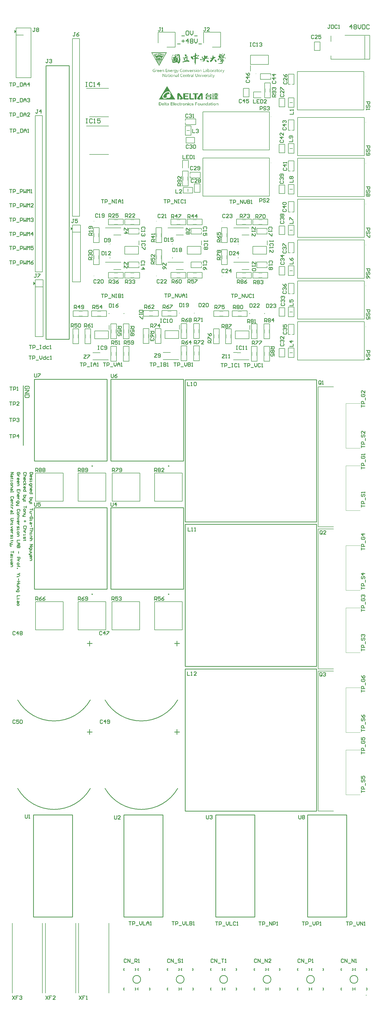
<source format=gto>
G04*
G04 #@! TF.GenerationSoftware,Altium Limited,Altium Designer,24.4.1 (13)*
G04*
G04 Layer_Color=65535*
%FSLAX25Y25*%
%MOIN*%
G70*
G04*
G04 #@! TF.SameCoordinates,D6D0C77B-36A0-4D54-9E24-613302BCF265*
G04*
G04*
G04 #@! TF.FilePolarity,Positive*
G04*
G01*
G75*
%ADD10C,0.01000*%
%ADD11C,0.00394*%
%ADD12C,0.00787*%
%ADD13C,0.00400*%
%ADD14C,0.00700*%
%ADD15C,0.00500*%
G36*
X405150Y1757450D02*
X402650Y1754950D01*
Y1759950D01*
X405150Y1757450D01*
D02*
G37*
G36*
X633907Y1725416D02*
X634476D01*
Y1725274D01*
X634903D01*
Y1724989D01*
X635188D01*
Y1724846D01*
X635330D01*
Y1724704D01*
X635473D01*
Y1724419D01*
X635615D01*
Y1723565D01*
X635473D01*
Y1723280D01*
X635615D01*
Y1722853D01*
X635758D01*
Y1721998D01*
X635900D01*
Y1720717D01*
X636042D01*
Y1720005D01*
X636185D01*
Y1718439D01*
X636327D01*
Y1716872D01*
X636185D01*
Y1716018D01*
X636042D01*
Y1715163D01*
X635900D01*
Y1713739D01*
X635758D01*
Y1713597D01*
X635615D01*
Y1713455D01*
X635473D01*
Y1713312D01*
X635188D01*
Y1713027D01*
X634761D01*
Y1712885D01*
X634619D01*
Y1712743D01*
X634476D01*
Y1712458D01*
X634334D01*
Y1712315D01*
X633907D01*
Y1712173D01*
X633479D01*
Y1712315D01*
X633337D01*
Y1712458D01*
X633195D01*
Y1713455D01*
X633052D01*
Y1713597D01*
X632910D01*
Y1713739D01*
X632625D01*
Y1713882D01*
X632198D01*
Y1714024D01*
X631771D01*
Y1714167D01*
X630631D01*
Y1714024D01*
X630062D01*
Y1713882D01*
X629919D01*
Y1713739D01*
X629208D01*
Y1713597D01*
X628923D01*
Y1713455D01*
X627499D01*
Y1713597D01*
X626787D01*
Y1713312D01*
X626644D01*
Y1713170D01*
X626502D01*
Y1713027D01*
X626075D01*
Y1713170D01*
X625932D01*
Y1713312D01*
X625647D01*
Y1713455D01*
X625505D01*
Y1713739D01*
X625363D01*
Y1714451D01*
X625220D01*
Y1714594D01*
X625078D01*
Y1715163D01*
X624936D01*
Y1717015D01*
X624793D01*
Y1717299D01*
X624651D01*
Y1717442D01*
X624508D01*
Y1717727D01*
X624366D01*
Y1718296D01*
X624224D01*
Y1719150D01*
X624366D01*
Y1719293D01*
X624224D01*
Y1719720D01*
X624366D01*
Y1720290D01*
X624224D01*
Y1720432D01*
X624366D01*
Y1720717D01*
X624224D01*
Y1721002D01*
X624366D01*
Y1721144D01*
X624224D01*
Y1721571D01*
X624366D01*
Y1721714D01*
X624508D01*
Y1722141D01*
X624651D01*
Y1722568D01*
X624793D01*
Y1722995D01*
X624936D01*
Y1723138D01*
X625078D01*
Y1723422D01*
X625220D01*
Y1723280D01*
X625363D01*
Y1723422D01*
X625220D01*
Y1723850D01*
X625363D01*
Y1724277D01*
X625505D01*
Y1724419D01*
X625647D01*
Y1724562D01*
X626360D01*
Y1724419D01*
X626502D01*
Y1723707D01*
X626360D01*
Y1723565D01*
X626217D01*
Y1723422D01*
X626075D01*
Y1723565D01*
X625932D01*
Y1723707D01*
X625647D01*
Y1723280D01*
X625505D01*
Y1723138D01*
X625363D01*
Y1722710D01*
X625220D01*
Y1722426D01*
X625078D01*
Y1722283D01*
X624793D01*
Y1721998D01*
X624936D01*
Y1721856D01*
X624793D01*
Y1721998D01*
X624651D01*
Y1721714D01*
X624793D01*
Y1721002D01*
X624651D01*
Y1720859D01*
X624793D01*
Y1719862D01*
X624936D01*
Y1718866D01*
X625078D01*
Y1718439D01*
X625220D01*
Y1718011D01*
X625363D01*
Y1717584D01*
X625505D01*
Y1717299D01*
X625647D01*
Y1716872D01*
X625790D01*
Y1716302D01*
X625932D01*
Y1715590D01*
X626075D01*
Y1715306D01*
X626217D01*
Y1715163D01*
X626360D01*
Y1715021D01*
X628068D01*
Y1715163D01*
X628638D01*
Y1715306D01*
X628923D01*
Y1715448D01*
X629065D01*
Y1715590D01*
X629208D01*
Y1715733D01*
X629350D01*
Y1715875D01*
X629492D01*
Y1716018D01*
X629777D01*
Y1716160D01*
X629919D01*
Y1716302D01*
X630062D01*
Y1716445D01*
X630347D01*
Y1716587D01*
X630489D01*
Y1716730D01*
X630204D01*
Y1716587D01*
X629777D01*
Y1716445D01*
X629492D01*
Y1716302D01*
X629208D01*
Y1716160D01*
X629065D01*
Y1716018D01*
X628780D01*
Y1715875D01*
X628496D01*
Y1715733D01*
X628211D01*
Y1715590D01*
X627214D01*
Y1715448D01*
X627072D01*
Y1715306D01*
X626929D01*
Y1715448D01*
X626644D01*
Y1715590D01*
X626502D01*
Y1715733D01*
X626360D01*
Y1716018D01*
X626217D01*
Y1716160D01*
X626075D01*
Y1716587D01*
X626217D01*
Y1717015D01*
X626360D01*
Y1717157D01*
X626502D01*
Y1717299D01*
X626787D01*
Y1717442D01*
X627072D01*
Y1717584D01*
X627356D01*
Y1717727D01*
X627499D01*
Y1717869D01*
X627783D01*
Y1718011D01*
X627926D01*
Y1718154D01*
X627499D01*
Y1718011D01*
X627356D01*
Y1717869D01*
X627214D01*
Y1717727D01*
X626502D01*
Y1717869D01*
X626217D01*
Y1718011D01*
X625932D01*
Y1718581D01*
X626075D01*
Y1718723D01*
X626217D01*
Y1718866D01*
X626360D01*
Y1719150D01*
X626502D01*
Y1719293D01*
X626644D01*
Y1719435D01*
X626787D01*
Y1719578D01*
X626929D01*
Y1719720D01*
X627072D01*
Y1720005D01*
X626217D01*
Y1720147D01*
X625932D01*
Y1720290D01*
X625647D01*
Y1720432D01*
X625505D01*
Y1721002D01*
X625647D01*
Y1721144D01*
X625790D01*
Y1721286D01*
X626217D01*
Y1721144D01*
X627214D01*
Y1721286D01*
X627499D01*
Y1721429D01*
X627783D01*
Y1721571D01*
X628068D01*
Y1721714D01*
X628353D01*
Y1721856D01*
X628496D01*
Y1721998D01*
X628780D01*
Y1722995D01*
X628923D01*
Y1723138D01*
X629065D01*
Y1723422D01*
X629635D01*
Y1723280D01*
X629777D01*
Y1723138D01*
X629919D01*
Y1722853D01*
X630062D01*
Y1722568D01*
X630631D01*
Y1722710D01*
X630916D01*
Y1722853D01*
X631913D01*
Y1722710D01*
X632625D01*
Y1722426D01*
X632767D01*
Y1722283D01*
X632625D01*
Y1722141D01*
X632483D01*
Y1722283D01*
X630916D01*
Y1722141D01*
X630631D01*
Y1721998D01*
X630489D01*
Y1721571D01*
X630631D01*
Y1721286D01*
X630774D01*
Y1721144D01*
X630916D01*
Y1720859D01*
X631059D01*
Y1720574D01*
X631201D01*
Y1720290D01*
X631343D01*
Y1720005D01*
X631486D01*
Y1719720D01*
X631771D01*
Y1719862D01*
X631913D01*
Y1720147D01*
X632055D01*
Y1720290D01*
X632198D01*
Y1720717D01*
X632340D01*
Y1720859D01*
X632483D01*
Y1721144D01*
X632625D01*
Y1721429D01*
X632767D01*
Y1721714D01*
X632910D01*
Y1721856D01*
X633195D01*
Y1721714D01*
X633337D01*
Y1720859D01*
X633195D01*
Y1720147D01*
X633052D01*
Y1719578D01*
X632910D01*
Y1719008D01*
X632767D01*
Y1717869D01*
X632910D01*
Y1717584D01*
X633052D01*
Y1717442D01*
X633195D01*
Y1717299D01*
X633337D01*
Y1717015D01*
X633479D01*
Y1716872D01*
X633622D01*
Y1716730D01*
X633764D01*
Y1716587D01*
X633907D01*
Y1716445D01*
X634049D01*
Y1716302D01*
X634191D01*
Y1716445D01*
X634334D01*
Y1717299D01*
X634476D01*
Y1718296D01*
X634619D01*
Y1718866D01*
X634476D01*
Y1719008D01*
X634619D01*
Y1719435D01*
X634476D01*
Y1719578D01*
X634619D01*
Y1719862D01*
X634476D01*
Y1720574D01*
X634334D01*
Y1721571D01*
X634191D01*
Y1722568D01*
X634049D01*
Y1722995D01*
X633907D01*
Y1723280D01*
X633764D01*
Y1723707D01*
X633622D01*
Y1724134D01*
X633479D01*
Y1724562D01*
X633337D01*
Y1724704D01*
X633195D01*
Y1724846D01*
X633052D01*
Y1724989D01*
X632767D01*
Y1725131D01*
X632198D01*
Y1724989D01*
X631913D01*
Y1724846D01*
X631628D01*
Y1724704D01*
X631201D01*
Y1724562D01*
X630916D01*
Y1724419D01*
X630489D01*
Y1724277D01*
X630347D01*
Y1724134D01*
X630062D01*
Y1723992D01*
X629919D01*
Y1723850D01*
X629492D01*
Y1723707D01*
X629208D01*
Y1723565D01*
X628923D01*
Y1723422D01*
X628211D01*
Y1723280D01*
X627641D01*
Y1723422D01*
X627499D01*
Y1723707D01*
X627641D01*
Y1723850D01*
X627783D01*
Y1723992D01*
X627926D01*
Y1724134D01*
X628353D01*
Y1724277D01*
X628638D01*
Y1724419D01*
X628780D01*
Y1724562D01*
X629065D01*
Y1724704D01*
X629350D01*
Y1724846D01*
X629492D01*
Y1724989D01*
X630062D01*
Y1724846D01*
X630347D01*
Y1724989D01*
X630774D01*
Y1725131D01*
X631343D01*
Y1725274D01*
X631771D01*
Y1725416D01*
X632340D01*
Y1725558D01*
X633195D01*
Y1725416D01*
X633479D01*
Y1725558D01*
X633907D01*
Y1725416D01*
D02*
G37*
G36*
X695992Y1725986D02*
X695849D01*
Y1725701D01*
X695564D01*
Y1725558D01*
X695422D01*
Y1725416D01*
X695280D01*
Y1724846D01*
X695422D01*
Y1724419D01*
X695564D01*
Y1723992D01*
X695707D01*
Y1723850D01*
X695564D01*
Y1723707D01*
X695422D01*
Y1723565D01*
X695280D01*
Y1723422D01*
X695137D01*
Y1723280D01*
X694852D01*
Y1723422D01*
X694425D01*
Y1722995D01*
X694283D01*
Y1722853D01*
Y1722710D01*
X693856D01*
Y1723707D01*
X693713D01*
Y1723850D01*
X693571D01*
Y1723992D01*
X693429D01*
Y1724277D01*
X693286D01*
Y1724562D01*
X693144D01*
Y1724704D01*
X692717D01*
Y1723992D01*
X692859D01*
Y1723565D01*
X693001D01*
Y1722995D01*
X693144D01*
Y1722568D01*
X693286D01*
Y1722141D01*
X693429D01*
Y1721856D01*
X693571D01*
Y1721571D01*
X693713D01*
Y1721286D01*
X693856D01*
Y1721002D01*
X693713D01*
Y1720147D01*
X693429D01*
Y1720005D01*
X693001D01*
Y1720147D01*
X692717D01*
Y1720005D01*
X692574D01*
Y1719862D01*
X692432D01*
Y1719720D01*
X691720D01*
Y1719862D01*
X691435D01*
Y1720005D01*
X691292D01*
Y1720147D01*
X691150D01*
Y1720290D01*
X691008D01*
Y1720574D01*
X690865D01*
Y1720717D01*
X690723D01*
Y1721144D01*
X690581D01*
Y1721286D01*
X690438D01*
Y1721571D01*
X690296D01*
Y1721856D01*
X690153D01*
Y1721998D01*
X690011D01*
Y1722283D01*
X689868D01*
Y1722568D01*
X690011D01*
Y1722710D01*
X690153D01*
Y1722995D01*
X690296D01*
Y1723138D01*
X690438D01*
Y1723280D01*
X690723D01*
Y1723138D01*
X691008D01*
Y1722853D01*
X691292D01*
Y1723280D01*
X691435D01*
Y1723850D01*
X691577D01*
Y1724419D01*
X691720D01*
Y1724562D01*
X691577D01*
Y1725274D01*
X691435D01*
Y1725701D01*
X691577D01*
Y1725843D01*
X691862D01*
Y1725986D01*
X692574D01*
Y1725416D01*
X692717D01*
Y1725131D01*
X692859D01*
Y1725274D01*
X693429D01*
Y1725131D01*
X693571D01*
Y1724989D01*
X693856D01*
Y1725131D01*
X694140D01*
Y1725274D01*
X694283D01*
Y1724846D01*
X694568D01*
Y1724989D01*
X694852D01*
Y1725131D01*
X694995D01*
Y1725274D01*
X695137D01*
Y1725701D01*
X695280D01*
Y1725986D01*
X695422D01*
Y1726270D01*
X695564D01*
Y1726413D01*
X695707D01*
Y1726555D01*
X695992D01*
Y1725986D01*
D02*
G37*
G36*
X698270D02*
X698555D01*
Y1725843D01*
X698840D01*
Y1725558D01*
X698982D01*
Y1725274D01*
X699124D01*
Y1725131D01*
X699267D01*
Y1724419D01*
X699124D01*
Y1724277D01*
X698982D01*
Y1724134D01*
X698840D01*
Y1723992D01*
X698412D01*
Y1723850D01*
X698270D01*
Y1723707D01*
X698128D01*
Y1723422D01*
X697985D01*
Y1723138D01*
X697843D01*
Y1722426D01*
X697558D01*
Y1722283D01*
X697700D01*
Y1721571D01*
X697558D01*
Y1721002D01*
X697700D01*
Y1720859D01*
X697843D01*
Y1720717D01*
X698270D01*
Y1720859D01*
X697985D01*
Y1721002D01*
X697700D01*
Y1721144D01*
X698697D01*
Y1721002D01*
X698982D01*
Y1720859D01*
X699267D01*
Y1720717D01*
X699551D01*
Y1720574D01*
X699694D01*
Y1720290D01*
X700121D01*
Y1719293D01*
X700264D01*
Y1719150D01*
X700121D01*
Y1719008D01*
X699694D01*
Y1719150D01*
X699836D01*
Y1719293D01*
X699409D01*
Y1719150D01*
X698982D01*
Y1719293D01*
X699267D01*
Y1719435D01*
X699551D01*
Y1719578D01*
X699836D01*
Y1719862D01*
X699694D01*
Y1720005D01*
X699551D01*
Y1720147D01*
X699267D01*
Y1720290D01*
X699124D01*
Y1720432D01*
X698840D01*
Y1720574D01*
X698412D01*
Y1720432D01*
X697558D01*
Y1720290D01*
X697416D01*
Y1720005D01*
X697273D01*
Y1719862D01*
X696419D01*
Y1719720D01*
X695707D01*
Y1719578D01*
X695137D01*
Y1719435D01*
X694710D01*
Y1719293D01*
X694425D01*
Y1719150D01*
X694140D01*
Y1719008D01*
X693856D01*
Y1718866D01*
X693713D01*
Y1718723D01*
X693286D01*
Y1718581D01*
X693144D01*
Y1718439D01*
X692717D01*
Y1718296D01*
X692147D01*
Y1718439D01*
X691862D01*
Y1718581D01*
X691008D01*
Y1718439D01*
X690865D01*
Y1718296D01*
X690723D01*
Y1718154D01*
X690581D01*
Y1717869D01*
X690438D01*
Y1717584D01*
X690296D01*
Y1717442D01*
X690438D01*
Y1717157D01*
X690296D01*
Y1716872D01*
X689868D01*
Y1716730D01*
X689584D01*
Y1716872D01*
X689299D01*
Y1717015D01*
X689157D01*
Y1717442D01*
X689014D01*
Y1717727D01*
X688872D01*
Y1718154D01*
X689014D01*
Y1718296D01*
X689157D01*
Y1718439D01*
X689299D01*
Y1718581D01*
X689441D01*
Y1718723D01*
X689584D01*
Y1719293D01*
X689726D01*
Y1719435D01*
X690153D01*
Y1719293D01*
X690296D01*
Y1719435D01*
X690438D01*
Y1719293D01*
X690581D01*
Y1719150D01*
X690723D01*
Y1719008D01*
X690865D01*
Y1719150D01*
X691150D01*
Y1719293D01*
X691720D01*
Y1719150D01*
X692717D01*
Y1719293D01*
X692859D01*
Y1719435D01*
X693286D01*
Y1719578D01*
X693429D01*
Y1719720D01*
X693713D01*
Y1719862D01*
X694140D01*
Y1720005D01*
X694425D01*
Y1720147D01*
X694710D01*
Y1720290D01*
X695280D01*
Y1720432D01*
X695707D01*
Y1720574D01*
X696276D01*
Y1720717D01*
X696419D01*
Y1720859D01*
X696134D01*
Y1720717D01*
X695849D01*
Y1721429D01*
X695707D01*
Y1721286D01*
X695564D01*
Y1721144D01*
X694710D01*
Y1721002D01*
X694425D01*
Y1721144D01*
X694140D01*
Y1721286D01*
X693998D01*
Y1721571D01*
X694140D01*
Y1721856D01*
X694283D01*
Y1722426D01*
X694425D01*
Y1722568D01*
X694852D01*
Y1722426D01*
X695137D01*
Y1722568D01*
X695280D01*
Y1722853D01*
X695422D01*
Y1722995D01*
X695564D01*
Y1723565D01*
X695707D01*
Y1723707D01*
X695849D01*
Y1723850D01*
X696134D01*
Y1723565D01*
X696276D01*
Y1723422D01*
X696134D01*
Y1722426D01*
X695992D01*
Y1722141D01*
X696419D01*
Y1721286D01*
X696561D01*
Y1721429D01*
X696704D01*
Y1721714D01*
X696846D01*
Y1722568D01*
X696704D01*
Y1722853D01*
X696561D01*
Y1722995D01*
Y1723565D01*
X696704D01*
Y1723992D01*
X696846D01*
Y1724562D01*
X697416D01*
Y1724134D01*
X697273D01*
Y1723850D01*
X697131D01*
Y1723707D01*
X696988D01*
Y1723422D01*
X696846D01*
Y1722995D01*
X697131D01*
Y1723138D01*
X697273D01*
Y1723707D01*
X697416D01*
Y1723992D01*
X697558D01*
Y1724134D01*
X697700D01*
Y1724277D01*
X697843D01*
Y1724562D01*
X697985D01*
Y1724704D01*
X698128D01*
Y1725416D01*
X697985D01*
Y1725558D01*
X697700D01*
Y1725416D01*
X697558D01*
Y1725274D01*
X697273D01*
Y1725131D01*
X696988D01*
Y1725274D01*
X696846D01*
Y1725416D01*
X696988D01*
Y1725558D01*
X697131D01*
Y1725701D01*
X697416D01*
Y1725843D01*
X697700D01*
Y1725986D01*
X698128D01*
Y1726128D01*
X698270D01*
Y1725986D01*
D02*
G37*
G36*
X658256Y1726982D02*
X658399D01*
Y1726840D01*
X658541D01*
Y1726698D01*
X658399D01*
Y1726270D01*
X658256D01*
Y1725701D01*
X658399D01*
Y1725416D01*
X658541D01*
Y1724419D01*
X658684D01*
Y1724277D01*
X659253D01*
Y1724419D01*
X659680D01*
Y1724277D01*
X660250D01*
Y1724134D01*
X660392D01*
Y1723992D01*
X660962D01*
Y1723850D01*
X661389D01*
Y1723992D01*
X661532D01*
Y1724134D01*
X661674D01*
Y1724277D01*
X661959D01*
Y1724134D01*
X662244D01*
Y1723992D01*
X662528D01*
Y1723850D01*
X662671D01*
Y1723565D01*
X662813D01*
Y1723422D01*
X662671D01*
Y1722995D01*
X662528D01*
Y1722853D01*
X662244D01*
Y1722710D01*
X661816D01*
Y1722568D01*
X661532D01*
Y1722426D01*
X661389D01*
Y1722283D01*
X661247D01*
Y1722141D01*
X661104D01*
Y1721998D01*
X660962D01*
Y1721429D01*
X660820D01*
Y1721144D01*
X660677D01*
Y1720859D01*
X660535D01*
Y1720717D01*
X660392D01*
Y1720574D01*
X660108D01*
Y1720432D01*
X659965D01*
Y1720290D01*
X659680D01*
Y1720147D01*
X659111D01*
Y1720005D01*
X658399D01*
Y1719862D01*
X659253D01*
Y1720005D01*
X661674D01*
Y1719862D01*
X661959D01*
Y1719720D01*
X662101D01*
Y1719578D01*
X662386D01*
Y1719150D01*
X662244D01*
Y1719008D01*
X662101D01*
Y1718866D01*
X661959D01*
Y1718723D01*
X660962D01*
Y1718866D01*
X659965D01*
Y1718723D01*
X659823D01*
Y1718866D01*
X659538D01*
Y1719008D01*
X658826D01*
Y1718866D01*
X658399D01*
Y1718723D01*
X658256D01*
Y1718154D01*
X658114D01*
Y1717157D01*
X658256D01*
Y1714594D01*
X658114D01*
Y1713882D01*
X657972D01*
Y1713170D01*
X658114D01*
Y1713455D01*
X658256D01*
Y1712600D01*
X657829D01*
Y1711888D01*
X657972D01*
Y1711746D01*
X658256D01*
Y1711461D01*
X657972D01*
Y1711319D01*
X657545D01*
Y1711176D01*
X657117D01*
Y1711034D01*
X656690D01*
Y1711319D01*
X656975D01*
Y1711746D01*
X657260D01*
Y1711888D01*
X657117D01*
Y1712031D01*
X657260D01*
Y1712173D01*
X657117D01*
Y1712315D01*
X656975D01*
Y1712743D01*
X656833D01*
Y1713027D01*
X656690D01*
Y1713170D01*
X656548D01*
Y1713455D01*
X656405D01*
Y1714309D01*
X656263D01*
Y1714594D01*
X656405D01*
Y1718296D01*
X656548D01*
Y1718723D01*
X656405D01*
Y1718866D01*
X655836D01*
Y1719008D01*
X655693D01*
Y1719150D01*
X655551D01*
Y1719293D01*
X655693D01*
Y1720147D01*
X655836D01*
Y1719862D01*
X656548D01*
Y1720574D01*
X656690D01*
Y1721714D01*
X656263D01*
Y1721571D01*
X654981D01*
Y1721714D01*
X654554D01*
Y1721856D01*
X654412D01*
Y1721998D01*
X654269D01*
Y1722853D01*
X654554D01*
Y1723138D01*
X655266D01*
Y1722995D01*
X655551D01*
Y1723138D01*
X656120D01*
Y1723280D01*
X656405D01*
Y1723422D01*
X656548D01*
Y1723565D01*
X656690D01*
Y1723992D01*
X656833D01*
Y1724562D01*
X656975D01*
Y1724989D01*
X656833D01*
Y1725843D01*
X656975D01*
Y1726413D01*
X657117D01*
Y1726698D01*
X657260D01*
Y1726840D01*
X657402D01*
Y1726982D01*
X657545D01*
Y1727125D01*
X657829D01*
Y1727267D01*
X658256D01*
Y1726982D01*
D02*
G37*
G36*
X632340Y1724562D02*
X632910D01*
Y1724277D01*
X633052D01*
Y1724134D01*
X633195D01*
Y1723280D01*
X633052D01*
Y1723138D01*
X632910D01*
Y1722995D01*
X632625D01*
Y1722853D01*
X632055D01*
Y1722995D01*
X631771D01*
Y1723138D01*
X631628D01*
Y1723280D01*
X631486D01*
Y1723422D01*
X631343D01*
Y1723707D01*
X631201D01*
Y1723992D01*
X631343D01*
Y1724277D01*
X631486D01*
Y1724419D01*
X631771D01*
Y1724562D01*
X632055D01*
Y1724704D01*
X632340D01*
Y1724562D01*
D02*
G37*
G36*
X644159Y1724989D02*
X644444D01*
Y1724846D01*
X644729D01*
Y1724704D01*
X644871D01*
Y1724562D01*
X645014D01*
Y1724419D01*
X645156D01*
Y1724277D01*
Y1724134D01*
X645298D01*
Y1723280D01*
X645156D01*
Y1722995D01*
X645014D01*
Y1722710D01*
X644871D01*
Y1722568D01*
X644729D01*
Y1722426D01*
X644302D01*
Y1722283D01*
X643874D01*
Y1722426D01*
X643732D01*
Y1722568D01*
X643447D01*
Y1722710D01*
X643162D01*
Y1722853D01*
X643020D01*
Y1723422D01*
X642878D01*
Y1723565D01*
X642735D01*
Y1724277D01*
X642593D01*
Y1724704D01*
X642735D01*
Y1724846D01*
X642878D01*
Y1724989D01*
X643162D01*
Y1725131D01*
X644159D01*
Y1724989D01*
D02*
G37*
G36*
X696561Y1722283D02*
Y1722141D01*
X696419D01*
Y1722426D01*
X696561D01*
Y1722283D01*
D02*
G37*
G36*
X670787Y1723992D02*
X670930D01*
Y1723422D01*
X671072D01*
Y1722995D01*
X671215D01*
Y1722710D01*
X671357D01*
Y1722568D01*
X671784D01*
Y1722710D01*
X672354D01*
Y1722853D01*
X672781D01*
Y1722710D01*
X673066D01*
Y1722568D01*
X673493D01*
Y1722426D01*
X673635D01*
Y1722710D01*
X673208D01*
Y1722853D01*
X673635D01*
Y1722995D01*
X673778D01*
Y1722853D01*
X674347D01*
Y1722995D01*
X674490D01*
Y1722853D01*
X674632D01*
Y1722710D01*
X674775D01*
Y1722568D01*
X674917D01*
Y1722426D01*
X675059D01*
Y1722283D01*
X675202D01*
Y1722141D01*
X675059D01*
Y1721998D01*
X674917D01*
Y1721856D01*
X674775D01*
Y1721998D01*
X674347D01*
Y1721856D01*
X674490D01*
Y1721286D01*
X674347D01*
Y1721002D01*
X674205D01*
Y1720859D01*
X674062D01*
Y1720717D01*
X673493D01*
Y1720574D01*
X673208D01*
Y1720432D01*
X673066D01*
Y1720290D01*
X673635D01*
Y1720147D01*
X674775D01*
Y1720005D01*
X675059D01*
Y1719862D01*
X675344D01*
Y1720005D01*
X675487D01*
Y1719862D01*
X675629D01*
Y1719578D01*
X676056D01*
Y1719720D01*
X676341D01*
Y1719578D01*
X676483D01*
Y1719435D01*
X676626D01*
Y1719150D01*
X676483D01*
Y1718866D01*
X676056D01*
Y1719008D01*
X675914D01*
Y1719150D01*
X675629D01*
Y1719293D01*
X673920D01*
Y1719435D01*
X673778D01*
Y1719293D01*
X673350D01*
Y1719150D01*
X673066D01*
Y1719008D01*
X671499D01*
Y1718866D01*
X671357D01*
Y1718723D01*
X671215D01*
Y1718296D01*
X671072D01*
Y1717727D01*
X671215D01*
Y1717299D01*
X671072D01*
Y1716730D01*
X670930D01*
Y1716587D01*
X670787D01*
Y1716445D01*
X670645D01*
Y1716302D01*
X670503D01*
Y1716018D01*
X670360D01*
Y1715875D01*
X670218D01*
Y1715590D01*
X670075D01*
Y1715448D01*
X669933D01*
Y1715306D01*
X669363D01*
Y1715163D01*
X668509D01*
Y1715306D01*
X668651D01*
Y1715448D01*
X668794D01*
Y1715590D01*
X668936D01*
Y1715733D01*
X668651D01*
Y1716160D01*
X668509D01*
Y1716018D01*
X668367D01*
Y1715875D01*
X668082D01*
Y1715733D01*
X667797D01*
Y1715590D01*
X667512D01*
Y1715448D01*
X667370D01*
Y1715306D01*
X667085D01*
Y1715163D01*
X666658D01*
Y1715306D01*
X666800D01*
Y1715590D01*
X667085D01*
Y1715733D01*
X667512D01*
Y1715875D01*
X667655D01*
Y1716018D01*
X667797D01*
Y1716160D01*
X667939D01*
Y1716302D01*
X668224D01*
Y1716445D01*
X668367D01*
Y1716587D01*
X668509D01*
Y1716730D01*
X668651D01*
Y1716872D01*
X668794D01*
Y1717015D01*
X668936D01*
Y1717157D01*
X669079D01*
Y1717299D01*
X669221D01*
Y1717584D01*
X669363D01*
Y1717869D01*
X669506D01*
Y1718296D01*
X669363D01*
Y1718154D01*
X668794D01*
Y1718011D01*
X668224D01*
Y1717869D01*
X668082D01*
Y1717727D01*
X667797D01*
Y1717584D01*
X667228D01*
Y1717442D01*
X666658D01*
Y1717299D01*
X665661D01*
Y1717157D01*
X664807D01*
Y1717299D01*
X664522D01*
Y1717442D01*
X664237D01*
Y1718296D01*
X664522D01*
Y1718439D01*
X664949D01*
Y1718581D01*
X665234D01*
Y1718439D01*
X665661D01*
Y1718011D01*
X666800D01*
Y1718154D01*
X667085D01*
Y1718296D01*
X667370D01*
Y1718439D01*
X667512D01*
Y1718581D01*
X667655D01*
Y1718723D01*
X667939D01*
Y1719150D01*
X667797D01*
Y1719435D01*
X667655D01*
Y1719578D01*
X667512D01*
Y1719862D01*
X667370D01*
Y1720005D01*
X667228D01*
Y1720147D01*
X667085D01*
Y1720290D01*
X666943D01*
Y1720574D01*
X666800D01*
Y1720717D01*
X666658D01*
Y1721002D01*
X666515D01*
Y1721429D01*
X666658D01*
Y1721714D01*
X666943D01*
Y1721856D01*
X667085D01*
Y1721998D01*
X667655D01*
Y1721856D01*
X667939D01*
Y1721571D01*
X668082D01*
Y1721286D01*
X667939D01*
Y1720717D01*
X668082D01*
Y1720574D01*
X668224D01*
Y1720290D01*
X668367D01*
Y1720147D01*
X668509D01*
Y1719862D01*
Y1719720D01*
X668794D01*
Y1719435D01*
X669079D01*
Y1719578D01*
X669933D01*
Y1719862D01*
X670075D01*
Y1721002D01*
X669363D01*
Y1721571D01*
X669506D01*
Y1721856D01*
X669648D01*
Y1721998D01*
X669791D01*
Y1722141D01*
X669933D01*
Y1722426D01*
X669791D01*
Y1722710D01*
X669933D01*
Y1723422D01*
X670075D01*
Y1723850D01*
X670218D01*
Y1723992D01*
X670360D01*
Y1724134D01*
X670787D01*
Y1723992D01*
D02*
G37*
G36*
X646865Y1721856D02*
X647007D01*
Y1721714D01*
X647150D01*
Y1721286D01*
X647007D01*
Y1721002D01*
X646722D01*
Y1720859D01*
X645868D01*
Y1720717D01*
X645441D01*
Y1720574D01*
X645156D01*
Y1720432D01*
X644729D01*
Y1720290D01*
X644444D01*
Y1720147D01*
X644302D01*
Y1720005D01*
X644159D01*
Y1719862D01*
X644017D01*
Y1719720D01*
X643732D01*
Y1719578D01*
X643305D01*
Y1719435D01*
X642878D01*
Y1719293D01*
X642308D01*
Y1719435D01*
X641596D01*
Y1719578D01*
X641169D01*
Y1719720D01*
X640884D01*
Y1719862D01*
X640457D01*
Y1720005D01*
X640314D01*
Y1720147D01*
X640172D01*
Y1720574D01*
X640314D01*
Y1720717D01*
X640457D01*
Y1720859D01*
X641026D01*
Y1720432D01*
X641169D01*
Y1720290D01*
X642308D01*
Y1720432D01*
X642450D01*
Y1720574D01*
X642735D01*
Y1720717D01*
X642878D01*
Y1720859D01*
X643162D01*
Y1721002D01*
X643305D01*
Y1721144D01*
X643447D01*
Y1721286D01*
X643732D01*
Y1721429D01*
X643874D01*
Y1721571D01*
X644159D01*
Y1721714D01*
X644444D01*
Y1721856D01*
X644871D01*
Y1721998D01*
X646865D01*
Y1721856D01*
D02*
G37*
G36*
X682891Y1723565D02*
X683034D01*
Y1723280D01*
X682891D01*
Y1722995D01*
X682749D01*
Y1722426D01*
X683034D01*
Y1721714D01*
X683176D01*
Y1721571D01*
X684030D01*
Y1721429D01*
X684315D01*
Y1721286D01*
X685170D01*
Y1721429D01*
X685597D01*
Y1721286D01*
X685739D01*
Y1720717D01*
X686024D01*
Y1720574D01*
X685881D01*
Y1720432D01*
X685739D01*
Y1720290D01*
X685454D01*
Y1720147D01*
X685170D01*
Y1720005D01*
X684742D01*
Y1719862D01*
X684457D01*
Y1719720D01*
X684315D01*
Y1719578D01*
X684173D01*
Y1719435D01*
X683888D01*
Y1719150D01*
X683745D01*
Y1719008D01*
X683603D01*
Y1718866D01*
X683318D01*
Y1718723D01*
X683034D01*
Y1718581D01*
X682891D01*
Y1718154D01*
X682749D01*
Y1717727D01*
X682606D01*
Y1717442D01*
X682464D01*
Y1717299D01*
X682179D01*
Y1717157D01*
X682037D01*
Y1717015D01*
X681894D01*
Y1716872D01*
X681752D01*
Y1716587D01*
X681609D01*
Y1716302D01*
X681467D01*
Y1716018D01*
X681325D01*
Y1715875D01*
X681182D01*
Y1715733D01*
X680898D01*
Y1715590D01*
X680755D01*
Y1715448D01*
X680470D01*
Y1715306D01*
X680328D01*
Y1715163D01*
X679901D01*
Y1715021D01*
X679616D01*
Y1714879D01*
X679474D01*
Y1714736D01*
X679331D01*
Y1714594D01*
X679189D01*
Y1714451D01*
X678904D01*
Y1714309D01*
X678762D01*
Y1714451D01*
X678619D01*
Y1714594D01*
X678477D01*
Y1714736D01*
X678619D01*
Y1715021D01*
X678477D01*
Y1715163D01*
X678334D01*
Y1715306D01*
X678192D01*
Y1715875D01*
X678334D01*
Y1716302D01*
X678477D01*
Y1716730D01*
X678619D01*
Y1717015D01*
X678904D01*
Y1717157D01*
X679189D01*
Y1717299D01*
X679474D01*
Y1717442D01*
X679616D01*
Y1717584D01*
X679758D01*
Y1717727D01*
X679901D01*
Y1718011D01*
X680043D01*
Y1718154D01*
X680470D01*
Y1718296D01*
X680613D01*
Y1718866D01*
X680043D01*
Y1719008D01*
X679901D01*
Y1719150D01*
X679616D01*
Y1719293D01*
X679331D01*
Y1719435D01*
X678619D01*
Y1719578D01*
X678334D01*
Y1720290D01*
X679046D01*
Y1719862D01*
X679189D01*
Y1719720D01*
X679331D01*
Y1720005D01*
X680043D01*
Y1719862D01*
X680898D01*
Y1720005D01*
X681040D01*
Y1720147D01*
X681182D01*
Y1720290D01*
X681325D01*
Y1720717D01*
X681467D01*
Y1721286D01*
X681609D01*
Y1721998D01*
X681752D01*
Y1722568D01*
X681894D01*
Y1722710D01*
X682037D01*
Y1722853D01*
X682179D01*
Y1722995D01*
X681894D01*
Y1723138D01*
X681752D01*
Y1723707D01*
X682891D01*
Y1723565D01*
D02*
G37*
G36*
X698840Y1719008D02*
X698697D01*
Y1718866D01*
X697985D01*
Y1719008D01*
X698412D01*
Y1719150D01*
X698840D01*
Y1719008D01*
D02*
G37*
G36*
X697843Y1718723D02*
X697558D01*
Y1718866D01*
X697843D01*
Y1718723D01*
D02*
G37*
G36*
X652561Y1722283D02*
X653130D01*
Y1722141D01*
X653272D01*
Y1721998D01*
X653557D01*
Y1721856D01*
X653700D01*
Y1721714D01*
X653842D01*
Y1721571D01*
X653984D01*
Y1721429D01*
X654127D01*
Y1721002D01*
X654269D01*
Y1720574D01*
X654412D01*
Y1719720D01*
X654554D01*
Y1719435D01*
X654697D01*
Y1719150D01*
X654839D01*
Y1719008D01*
X654981D01*
Y1718296D01*
X654839D01*
Y1718011D01*
X654697D01*
Y1717869D01*
X653984D01*
Y1718011D01*
X653842D01*
Y1718154D01*
X653557D01*
Y1718296D01*
X653415D01*
Y1718439D01*
X653272D01*
Y1718581D01*
X653130D01*
Y1718723D01*
X652988D01*
Y1718866D01*
X652561D01*
Y1719008D01*
X652418D01*
Y1719150D01*
X652276D01*
Y1719293D01*
X652133D01*
Y1719435D01*
X651991D01*
Y1719720D01*
X651849D01*
Y1719862D01*
X651706D01*
Y1720147D01*
X651564D01*
Y1720432D01*
X651421D01*
Y1720717D01*
X651279D01*
Y1721002D01*
X651137D01*
Y1721571D01*
X651279D01*
Y1721998D01*
X651421D01*
Y1722141D01*
X651564D01*
Y1722283D01*
X651706D01*
Y1722426D01*
X652561D01*
Y1722283D01*
D02*
G37*
G36*
X696419Y1718581D02*
X696846D01*
Y1718439D01*
X696988D01*
Y1718296D01*
X697131D01*
Y1717584D01*
X696988D01*
Y1717299D01*
X696704D01*
Y1717157D01*
X696419D01*
Y1717015D01*
X695849D01*
Y1717442D01*
X695422D01*
Y1717299D01*
X695137D01*
Y1717157D01*
X694710D01*
Y1717015D01*
X694995D01*
Y1716872D01*
X695137D01*
Y1716730D01*
X695280D01*
Y1716587D01*
X697700D01*
Y1716445D01*
X697985D01*
Y1716302D01*
X698128D01*
Y1715590D01*
X697843D01*
Y1715733D01*
X697558D01*
Y1715590D01*
X697131D01*
Y1715448D01*
X696419D01*
Y1715306D01*
X696134D01*
Y1715163D01*
X695992D01*
Y1715021D01*
X696134D01*
Y1714024D01*
X696276D01*
Y1713597D01*
X696134D01*
Y1713455D01*
X695992D01*
Y1713170D01*
X696134D01*
Y1712885D01*
X695849D01*
Y1712743D01*
X695707D01*
Y1712600D01*
X695422D01*
Y1712458D01*
X695137D01*
Y1712315D01*
X694995D01*
Y1712173D01*
X693998D01*
Y1712031D01*
X693144D01*
Y1711888D01*
X692859D01*
Y1711746D01*
X692574D01*
Y1711888D01*
X691862D01*
Y1712031D01*
X691008D01*
Y1712173D01*
X690723D01*
Y1712031D01*
X689726D01*
Y1712173D01*
X689868D01*
Y1712315D01*
X689726D01*
Y1712600D01*
X689868D01*
Y1712458D01*
X690011D01*
Y1712600D01*
X690438D01*
Y1712743D01*
X692432D01*
Y1712885D01*
X693713D01*
Y1713027D01*
X694283D01*
Y1713170D01*
X694425D01*
Y1713312D01*
X694710D01*
Y1713597D01*
X694852D01*
Y1714167D01*
X694995D01*
Y1714879D01*
X694140D01*
Y1714736D01*
X693571D01*
Y1714879D01*
X693001D01*
Y1714736D01*
X692574D01*
Y1714879D01*
X692289D01*
Y1715448D01*
X692432D01*
Y1715590D01*
X692717D01*
Y1715733D01*
X693001D01*
Y1715875D01*
X693286D01*
Y1716018D01*
X693429D01*
Y1716160D01*
X693713D01*
Y1716302D01*
X694140D01*
Y1716445D01*
Y1716587D01*
X693998D01*
Y1716730D01*
X693856D01*
Y1716872D01*
X693571D01*
Y1717015D01*
X693429D01*
Y1717157D01*
X693286D01*
Y1717299D01*
X693144D01*
Y1717015D01*
X693001D01*
Y1716872D01*
X692574D01*
Y1717015D01*
X692432D01*
Y1717157D01*
X692289D01*
Y1717442D01*
X692432D01*
Y1717727D01*
X692574D01*
Y1717869D01*
X692717D01*
Y1718011D01*
X693001D01*
Y1718154D01*
X693713D01*
Y1718296D01*
X694140D01*
Y1718439D01*
X694425D01*
Y1718581D01*
X695137D01*
Y1718723D01*
X696419D01*
Y1718581D01*
D02*
G37*
G36*
X642166Y1718866D02*
X642308D01*
Y1718723D01*
X642593D01*
Y1718581D01*
X642735D01*
Y1718439D01*
X642878D01*
Y1718154D01*
X643020D01*
Y1717584D01*
X643162D01*
Y1717442D01*
X643020D01*
Y1717299D01*
X643162D01*
Y1716730D01*
X642735D01*
Y1716587D01*
X642450D01*
Y1716730D01*
X642166D01*
Y1716872D01*
X641881D01*
Y1717157D01*
X641738D01*
Y1717299D01*
X641596D01*
Y1717442D01*
X641454D01*
Y1717584D01*
X641311D01*
Y1717869D01*
X641169D01*
Y1718011D01*
Y1718154D01*
X641026D01*
Y1718723D01*
X641169D01*
Y1719008D01*
X642166D01*
Y1718866D01*
D02*
G37*
G36*
X667370Y1715021D02*
X667228D01*
Y1715163D01*
X667370D01*
Y1715021D01*
D02*
G37*
G36*
X666658D02*
X666231D01*
Y1715163D01*
X666658D01*
Y1715021D01*
D02*
G37*
G36*
X667655Y1714879D02*
X667512D01*
Y1715163D01*
X667655D01*
Y1714879D01*
D02*
G37*
G36*
X665946D02*
X666088D01*
Y1714594D01*
X665946D01*
Y1714736D01*
X665661D01*
Y1715021D01*
X665946D01*
Y1714879D01*
D02*
G37*
G36*
X665092Y1714594D02*
X664807D01*
Y1714736D01*
X664949D01*
Y1714879D01*
X665092D01*
Y1714594D01*
D02*
G37*
G36*
X646010Y1720147D02*
X646153D01*
Y1720005D01*
X646295D01*
Y1719862D01*
X646438D01*
Y1719435D01*
X646580D01*
Y1718723D01*
X646438D01*
Y1718439D01*
X646295D01*
Y1718154D01*
X646153D01*
Y1717299D01*
X646010D01*
Y1717015D01*
X646295D01*
Y1716872D01*
X647861D01*
Y1716730D01*
X648004D01*
Y1716587D01*
X648289D01*
Y1716445D01*
X648431D01*
Y1716302D01*
X648716D01*
Y1716160D01*
X648858D01*
Y1716018D01*
X649001D01*
Y1714879D01*
X648858D01*
Y1714736D01*
X648573D01*
Y1714594D01*
X648289D01*
Y1714451D01*
X648004D01*
Y1714594D01*
X647719D01*
Y1714736D01*
X647577D01*
Y1714879D01*
X646865D01*
Y1715021D01*
X646580D01*
Y1715163D01*
X645725D01*
Y1715021D01*
X644729D01*
Y1714879D01*
X644017D01*
Y1714736D01*
X642593D01*
Y1714594D01*
X642166D01*
Y1714451D01*
X641881D01*
Y1714309D01*
X641454D01*
Y1714167D01*
X641026D01*
Y1714024D01*
X640457D01*
Y1713882D01*
X639887D01*
Y1714024D01*
X639603D01*
Y1714167D01*
X639318D01*
Y1714309D01*
X639175D01*
Y1714451D01*
X639033D01*
Y1714879D01*
X639175D01*
Y1715021D01*
X639460D01*
Y1714879D01*
X639603D01*
Y1714736D01*
X640030D01*
Y1714879D01*
X640172D01*
Y1715021D01*
X640314D01*
Y1715163D01*
X640599D01*
Y1715306D01*
X641026D01*
Y1715448D01*
X641311D01*
Y1715590D01*
X641596D01*
Y1715733D01*
X641738D01*
Y1715875D01*
X642166D01*
Y1716018D01*
X642308D01*
Y1716160D01*
X642735D01*
Y1716302D01*
X643162D01*
Y1716445D01*
X643447D01*
Y1716587D01*
X643874D01*
Y1716730D01*
X644729D01*
Y1716872D01*
X644871D01*
Y1717157D01*
X645014D01*
Y1717299D01*
X645156D01*
Y1719435D01*
X645014D01*
Y1720147D01*
X645156D01*
Y1720290D01*
X646010D01*
Y1720147D01*
D02*
G37*
G36*
X685454Y1718011D02*
X685597D01*
Y1717727D01*
X685739D01*
Y1717584D01*
X685881D01*
Y1717442D01*
X686024D01*
Y1717299D01*
X686166D01*
Y1717157D01*
X686451D01*
Y1717015D01*
X686593D01*
Y1716872D01*
X686736D01*
Y1716730D01*
X686878D01*
Y1716587D01*
X687021D01*
Y1716302D01*
X687163D01*
Y1715590D01*
X687305D01*
Y1714879D01*
X687163D01*
Y1714736D01*
X686593D01*
Y1714451D01*
X686451D01*
Y1714309D01*
X686309D01*
Y1714451D01*
X685881D01*
Y1714594D01*
X685739D01*
Y1714736D01*
X685597D01*
Y1715163D01*
X685454D01*
Y1715448D01*
X685312D01*
Y1715590D01*
X685170D01*
Y1715733D01*
X685027D01*
Y1716018D01*
X684885D01*
Y1716160D01*
X685027D01*
Y1716302D01*
X684885D01*
Y1716445D01*
X684742D01*
Y1716872D01*
X684600D01*
Y1717015D01*
X684457D01*
Y1717157D01*
Y1717299D01*
X684600D01*
Y1717727D01*
X684742D01*
Y1717869D01*
X684885D01*
Y1718154D01*
X685454D01*
Y1718011D01*
D02*
G37*
G36*
X674775Y1716587D02*
X675202D01*
Y1716445D01*
X675487D01*
Y1716302D01*
X675771D01*
Y1716160D01*
X675914D01*
Y1716018D01*
X676198D01*
Y1715875D01*
X676341D01*
Y1715733D01*
X676483D01*
Y1715163D01*
X676626D01*
Y1715021D01*
X676483D01*
Y1714451D01*
X676341D01*
Y1714309D01*
X676198D01*
Y1714167D01*
X676056D01*
Y1714024D01*
X675771D01*
Y1714167D01*
X675487D01*
Y1714309D01*
X674775D01*
Y1714451D01*
X674490D01*
Y1714309D01*
X674205D01*
Y1714451D01*
X674062D01*
Y1714879D01*
X673920D01*
Y1715163D01*
X673778D01*
Y1715306D01*
X673635D01*
Y1715448D01*
X673350D01*
Y1715590D01*
X673066D01*
Y1715733D01*
X672923D01*
Y1716160D01*
X673066D01*
Y1716302D01*
X673208D01*
Y1716445D01*
X673350D01*
Y1716587D01*
X673778D01*
Y1716730D01*
X674775D01*
Y1716587D01*
D02*
G37*
G36*
X617388Y1727694D02*
X617246D01*
Y1727552D01*
X617104D01*
Y1727267D01*
X616961D01*
Y1726982D01*
X616819D01*
Y1726698D01*
X616677D01*
Y1726555D01*
X616534D01*
Y1726270D01*
X616392D01*
Y1725986D01*
X616249D01*
Y1725701D01*
X616107D01*
Y1725558D01*
X615965D01*
Y1725274D01*
X615822D01*
Y1724989D01*
X615680D01*
Y1724846D01*
X615537D01*
Y1724562D01*
X615395D01*
Y1724277D01*
X615253D01*
Y1723992D01*
X615110D01*
Y1723850D01*
X614968D01*
Y1723565D01*
X614825D01*
Y1723280D01*
X614683D01*
Y1722995D01*
X614541D01*
Y1722853D01*
X614398D01*
Y1722568D01*
X614256D01*
Y1722283D01*
X614113D01*
Y1721998D01*
X613971D01*
Y1721856D01*
X613829D01*
Y1721571D01*
X613686D01*
Y1721286D01*
X613544D01*
Y1721144D01*
X613401D01*
Y1720859D01*
X613259D01*
Y1720574D01*
X613117D01*
Y1720290D01*
X612974D01*
Y1720147D01*
X612832D01*
Y1719862D01*
X612689D01*
Y1719578D01*
X612547D01*
Y1719293D01*
X612405D01*
Y1719150D01*
X612262D01*
Y1718866D01*
X612120D01*
Y1718581D01*
X611977D01*
Y1718439D01*
X611835D01*
Y1718154D01*
X611693D01*
Y1717869D01*
X611550D01*
Y1717584D01*
X611408D01*
Y1717442D01*
X611266D01*
Y1717157D01*
X611123D01*
Y1716872D01*
X610981D01*
Y1716587D01*
X610838D01*
Y1716445D01*
X610696D01*
Y1716160D01*
X610554D01*
Y1715875D01*
X610411D01*
Y1715590D01*
X610269D01*
Y1715448D01*
X610126D01*
Y1715163D01*
X609984D01*
Y1714879D01*
X609841D01*
Y1714736D01*
X609699D01*
Y1714451D01*
X609557D01*
Y1714167D01*
X609414D01*
Y1713882D01*
X609272D01*
Y1713739D01*
X609129D01*
Y1713455D01*
X608987D01*
Y1713170D01*
X608845D01*
Y1712885D01*
X608702D01*
Y1712743D01*
X608560D01*
Y1712458D01*
X608418D01*
Y1712173D01*
X608275D01*
Y1711888D01*
X608133D01*
Y1711746D01*
X607990D01*
Y1711461D01*
X607848D01*
Y1711176D01*
X607705D01*
Y1711034D01*
X607563D01*
Y1710749D01*
X607421D01*
Y1710464D01*
X607278D01*
Y1710179D01*
X607136D01*
Y1710037D01*
X606993D01*
Y1709752D01*
X606851D01*
Y1709468D01*
X606709D01*
Y1709183D01*
X606424D01*
Y1709325D01*
X606282D01*
Y1709610D01*
X606139D01*
Y1709895D01*
X605997D01*
Y1710037D01*
X605854D01*
Y1710322D01*
X605712D01*
Y1710607D01*
X605570D01*
Y1710891D01*
X605427D01*
Y1711034D01*
X605285D01*
Y1711319D01*
X605142D01*
Y1711603D01*
X605000D01*
Y1711746D01*
X604858D01*
Y1712031D01*
X604715D01*
Y1712315D01*
X604573D01*
Y1712458D01*
X604430D01*
Y1712743D01*
X604288D01*
Y1713027D01*
X604146D01*
Y1713312D01*
X604003D01*
Y1713455D01*
X603861D01*
Y1713739D01*
X603718D01*
Y1714024D01*
X603576D01*
Y1714167D01*
X603434D01*
Y1714451D01*
X603291D01*
Y1714736D01*
X603149D01*
Y1714879D01*
Y1715021D01*
X603006D01*
Y1715163D01*
X602864D01*
Y1715448D01*
X602722D01*
Y1715733D01*
X602579D01*
Y1715875D01*
X602437D01*
Y1716160D01*
X602294D01*
Y1716445D01*
X602152D01*
Y1716730D01*
X602010D01*
Y1716872D01*
X601867D01*
Y1717157D01*
X601725D01*
Y1717442D01*
X601582D01*
Y1717584D01*
X601440D01*
Y1717869D01*
X601298D01*
Y1718154D01*
X601155D01*
Y1718439D01*
X601013D01*
Y1718581D01*
X600871D01*
Y1718866D01*
X600728D01*
Y1719150D01*
X600586D01*
Y1719293D01*
X600443D01*
Y1719578D01*
X600301D01*
Y1719862D01*
X600159D01*
Y1720147D01*
X600016D01*
Y1720290D01*
X599874D01*
Y1720574D01*
X599731D01*
Y1720859D01*
X599589D01*
Y1721002D01*
X599446D01*
Y1721286D01*
X599304D01*
Y1721571D01*
X599162D01*
Y1721856D01*
X599019D01*
Y1721998D01*
X598877D01*
Y1722283D01*
X598735D01*
Y1722568D01*
X598592D01*
Y1722710D01*
X598450D01*
Y1722995D01*
X598307D01*
Y1723280D01*
X598165D01*
Y1723565D01*
X598023D01*
Y1723707D01*
X597880D01*
Y1723992D01*
X597738D01*
Y1724277D01*
X597595D01*
Y1724419D01*
X597453D01*
Y1724704D01*
X597311D01*
Y1724989D01*
X597168D01*
Y1725131D01*
X597026D01*
Y1725416D01*
X596883D01*
Y1725701D01*
X596741D01*
Y1725986D01*
X596599D01*
Y1726128D01*
X596456D01*
Y1726413D01*
X596314D01*
Y1726698D01*
X596171D01*
Y1726840D01*
X596029D01*
Y1727125D01*
X595887D01*
Y1727410D01*
X595744D01*
Y1727694D01*
X595602D01*
Y1727837D01*
X595459D01*
Y1727979D01*
X617388D01*
Y1727694D01*
D02*
G37*
G36*
X658968Y1704626D02*
X659111D01*
Y1704341D01*
X658968D01*
Y1704199D01*
X658541D01*
Y1704341D01*
X658399D01*
Y1704626D01*
X658541D01*
Y1704768D01*
X658968D01*
Y1704626D01*
D02*
G37*
G36*
X638891Y1704484D02*
X639033D01*
Y1704056D01*
X638748D01*
Y1704199D01*
X637609D01*
Y1704056D01*
X637182D01*
Y1703914D01*
X637039D01*
Y1703772D01*
X636897D01*
Y1703629D01*
X636755D01*
Y1703344D01*
X636612D01*
Y1703060D01*
X636470D01*
Y1701920D01*
X636612D01*
Y1701493D01*
X636755D01*
Y1701351D01*
X636897D01*
Y1701208D01*
X637039D01*
Y1701066D01*
X637182D01*
Y1700924D01*
X637609D01*
Y1700781D01*
X638463D01*
Y1700924D01*
X638891D01*
Y1701066D01*
X639033D01*
Y1700496D01*
X638606D01*
Y1700354D01*
X637324D01*
Y1700496D01*
X636897D01*
Y1700639D01*
X636755D01*
Y1700781D01*
X636470D01*
Y1700924D01*
X636327D01*
Y1701208D01*
X636185D01*
Y1701351D01*
X636042D01*
Y1701778D01*
X635900D01*
Y1703060D01*
X636042D01*
Y1703487D01*
X636185D01*
Y1703629D01*
X636327D01*
Y1703914D01*
X636470D01*
Y1704056D01*
X636612D01*
Y1704199D01*
X636755D01*
Y1704341D01*
X637039D01*
Y1704484D01*
X637324D01*
Y1704626D01*
X638891D01*
Y1704484D01*
D02*
G37*
G36*
X600728D02*
X601013D01*
Y1703914D01*
X600871D01*
Y1704056D01*
X600443D01*
Y1704199D01*
X599162D01*
Y1704056D01*
X598877D01*
Y1703914D01*
X598735D01*
Y1703772D01*
X598592D01*
Y1703629D01*
X598450D01*
Y1703344D01*
X598307D01*
Y1703060D01*
X598165D01*
Y1701920D01*
X598307D01*
Y1701493D01*
X598450D01*
Y1701351D01*
X598592D01*
Y1701208D01*
X598735D01*
Y1701066D01*
X598877D01*
Y1700924D01*
X599304D01*
Y1700781D01*
X600159D01*
Y1700924D01*
X600586D01*
Y1702205D01*
X599589D01*
Y1702632D01*
X601155D01*
Y1700639D01*
X600871D01*
Y1700496D01*
X600443D01*
Y1700354D01*
X599019D01*
Y1700496D01*
X598592D01*
Y1700639D01*
X598450D01*
Y1700781D01*
X598307D01*
Y1700924D01*
X598165D01*
Y1701066D01*
X598023D01*
Y1701208D01*
X597880D01*
Y1701493D01*
X597738D01*
Y1701778D01*
X597595D01*
Y1703060D01*
X597738D01*
Y1703487D01*
X597880D01*
Y1703629D01*
X598023D01*
Y1703914D01*
X598165D01*
Y1704056D01*
X598307D01*
Y1704199D01*
X598450D01*
Y1704341D01*
X598735D01*
Y1704484D01*
X599019D01*
Y1704626D01*
X600728D01*
Y1704484D01*
D02*
G37*
G36*
X665519Y1703344D02*
X665803D01*
Y1703202D01*
X665946D01*
Y1703060D01*
X666088D01*
Y1702775D01*
X666231D01*
Y1700354D01*
X665661D01*
Y1702775D01*
X665519D01*
Y1702917D01*
X665376D01*
Y1703060D01*
X664664D01*
Y1702917D01*
X664522D01*
Y1702775D01*
X664380D01*
Y1702632D01*
X664237D01*
Y1700354D01*
X663667D01*
Y1703344D01*
X664237D01*
Y1702917D01*
X664380D01*
Y1703060D01*
X664522D01*
Y1703202D01*
X664664D01*
Y1703344D01*
X664949D01*
Y1703487D01*
X665519D01*
Y1703344D01*
D02*
G37*
G36*
X657117D02*
X657545D01*
Y1702917D01*
X657260D01*
Y1703060D01*
X656405D01*
Y1702917D01*
X656263D01*
Y1702775D01*
X656120D01*
Y1702348D01*
X656263D01*
Y1702205D01*
X656690D01*
Y1702063D01*
X656975D01*
Y1701920D01*
X657260D01*
Y1701778D01*
X657402D01*
Y1701636D01*
X657545D01*
Y1701351D01*
X657687D01*
Y1701066D01*
X657545D01*
Y1700781D01*
X657402D01*
Y1700639D01*
X657260D01*
Y1700496D01*
X656975D01*
Y1700354D01*
X655836D01*
Y1700496D01*
X655551D01*
Y1700924D01*
X655836D01*
Y1700781D01*
X656975D01*
Y1700924D01*
X657117D01*
Y1701066D01*
Y1701208D01*
Y1701351D01*
X656975D01*
Y1701493D01*
X656833D01*
Y1701636D01*
X656548D01*
Y1701778D01*
X656120D01*
Y1701920D01*
X655978D01*
Y1702063D01*
X655693D01*
Y1702490D01*
X655551D01*
Y1702632D01*
X655693D01*
Y1703060D01*
X655836D01*
Y1703202D01*
X656120D01*
Y1703344D01*
X656548D01*
Y1703487D01*
X657117D01*
Y1703344D01*
D02*
G37*
G36*
X645441D02*
X645725D01*
Y1703202D01*
X645868D01*
Y1703060D01*
X646010D01*
Y1702775D01*
X646153D01*
Y1700354D01*
X645583D01*
Y1702775D01*
X645441D01*
Y1702917D01*
X645298D01*
Y1703060D01*
X644586D01*
Y1702917D01*
X644444D01*
Y1702775D01*
X644302D01*
Y1702632D01*
X644159D01*
Y1701493D01*
Y1701351D01*
Y1700354D01*
X643590D01*
Y1703344D01*
X644159D01*
Y1702917D01*
X644302D01*
Y1703060D01*
X644444D01*
Y1703202D01*
X644586D01*
Y1703344D01*
X644871D01*
Y1703487D01*
X645441D01*
Y1703344D01*
D02*
G37*
G36*
X694995Y1702917D02*
X694283D01*
Y1702775D01*
X694140D01*
Y1703060D01*
X694283D01*
Y1703202D01*
X694425D01*
Y1703344D01*
X694710D01*
Y1703487D01*
X694995D01*
Y1702917D01*
D02*
G37*
G36*
X683745D02*
X683034D01*
Y1702775D01*
X682891D01*
Y1703060D01*
X683034D01*
Y1703202D01*
X683176D01*
Y1703344D01*
X683461D01*
Y1703487D01*
X683745D01*
Y1702917D01*
D02*
G37*
G36*
X654981Y1703344D02*
X655124D01*
Y1702917D01*
X654269D01*
Y1702775D01*
X654127D01*
Y1703060D01*
X654269D01*
Y1703202D01*
X654412D01*
Y1703344D01*
X654697D01*
Y1703487D01*
X654981D01*
Y1703344D01*
D02*
G37*
G36*
X627214D02*
X627356D01*
Y1702917D01*
X626644D01*
Y1702775D01*
X626502D01*
Y1703060D01*
X626644D01*
Y1703202D01*
X626787D01*
Y1703344D01*
X627072D01*
Y1703487D01*
X627214D01*
Y1703344D01*
D02*
G37*
G36*
X603576D02*
X603718D01*
Y1702917D01*
X603006D01*
Y1702775D01*
X602864D01*
Y1702632D01*
X602722D01*
Y1702348D01*
X602579D01*
Y1701493D01*
Y1701351D01*
Y1700354D01*
X602010D01*
Y1703344D01*
X602579D01*
Y1702775D01*
X602722D01*
Y1702917D01*
X602864D01*
Y1703202D01*
X603006D01*
Y1703344D01*
X603434D01*
Y1703487D01*
X603576D01*
Y1703344D01*
D02*
G37*
G36*
X698412Y1703202D02*
X698270D01*
Y1702775D01*
X698128D01*
Y1702490D01*
X697985D01*
Y1702063D01*
X697843D01*
Y1701778D01*
X697700D01*
Y1701351D01*
X697558D01*
Y1701066D01*
X697416D01*
Y1700639D01*
X697273D01*
Y1700212D01*
X697131D01*
Y1699927D01*
X696988D01*
Y1699642D01*
X696846D01*
Y1699357D01*
X696704D01*
Y1699215D01*
X696561D01*
Y1699072D01*
X696276D01*
Y1698930D01*
X695707D01*
Y1699072D01*
X695564D01*
Y1699357D01*
X696134D01*
Y1699500D01*
X696419D01*
Y1699784D01*
X696561D01*
Y1700069D01*
X696704D01*
Y1700639D01*
X696561D01*
Y1700924D01*
X696419D01*
Y1701351D01*
X696276D01*
Y1701636D01*
X696134D01*
Y1701778D01*
Y1701920D01*
Y1702063D01*
X695992D01*
Y1702490D01*
X695849D01*
Y1702775D01*
X695707D01*
Y1703202D01*
X695564D01*
Y1703344D01*
X696134D01*
Y1703060D01*
X696276D01*
Y1702632D01*
X696419D01*
Y1702205D01*
X696561D01*
Y1701778D01*
X696704D01*
Y1701493D01*
X696846D01*
Y1700924D01*
X697131D01*
Y1701351D01*
X697273D01*
Y1701778D01*
X697416D01*
Y1702205D01*
X697558D01*
Y1702632D01*
X697700D01*
Y1703060D01*
X697843D01*
Y1703344D01*
X698412D01*
Y1703202D01*
D02*
G37*
G36*
X634049D02*
X633907D01*
Y1702775D01*
X633764D01*
Y1702490D01*
X633622D01*
Y1702063D01*
X633479D01*
Y1701778D01*
X633337D01*
Y1701351D01*
X633195D01*
Y1701066D01*
X633052D01*
Y1700639D01*
X632910D01*
Y1700212D01*
X632767D01*
Y1699927D01*
X632625D01*
Y1699642D01*
X632483D01*
Y1699357D01*
X632340D01*
Y1699215D01*
X632198D01*
Y1699072D01*
X631913D01*
Y1698930D01*
X631343D01*
Y1699072D01*
X631201D01*
Y1699357D01*
X631771D01*
Y1699500D01*
X632055D01*
Y1699784D01*
X632198D01*
Y1700069D01*
X632340D01*
Y1700639D01*
X632198D01*
Y1700924D01*
X632055D01*
Y1701351D01*
X631913D01*
Y1701636D01*
X631771D01*
Y1702063D01*
X631628D01*
Y1702490D01*
X631486D01*
Y1702775D01*
X631343D01*
Y1703202D01*
X631201D01*
Y1703344D01*
X631771D01*
Y1703060D01*
X631913D01*
Y1702632D01*
X632055D01*
Y1702205D01*
X632198D01*
Y1701778D01*
X632340D01*
Y1701493D01*
X632483D01*
Y1700924D01*
X632767D01*
Y1701066D01*
Y1701208D01*
Y1701351D01*
X632910D01*
Y1701778D01*
X633052D01*
Y1702205D01*
X633195D01*
Y1702632D01*
X633337D01*
Y1703060D01*
X633479D01*
Y1703344D01*
X634049D01*
Y1703202D01*
D02*
G37*
G36*
X649570D02*
X649428D01*
Y1702775D01*
X649285D01*
Y1702490D01*
X649143D01*
Y1702063D01*
X649001D01*
Y1701636D01*
X648858D01*
Y1701351D01*
X648716D01*
Y1700924D01*
X648573D01*
Y1700639D01*
X648431D01*
Y1700354D01*
X647861D01*
Y1700496D01*
X647719D01*
Y1700924D01*
X647577D01*
Y1701351D01*
X647434D01*
Y1701636D01*
X647292D01*
Y1702063D01*
X647150D01*
Y1702490D01*
X647007D01*
Y1702917D01*
X646865D01*
Y1703202D01*
X646722D01*
Y1703344D01*
X647292D01*
Y1703202D01*
X647434D01*
Y1702775D01*
X647577D01*
Y1702348D01*
X647719D01*
Y1701920D01*
X647861D01*
Y1701493D01*
X648004D01*
Y1700924D01*
X648146D01*
Y1700781D01*
X648289D01*
Y1701351D01*
X648431D01*
Y1701778D01*
X648573D01*
Y1702205D01*
X648716D01*
Y1702632D01*
X648858D01*
Y1703060D01*
X649001D01*
Y1703344D01*
X649570D01*
Y1703202D01*
D02*
G37*
G36*
X693998Y1702775D02*
X694140D01*
Y1702490D01*
X693998D01*
Y1700354D01*
X693429D01*
Y1702775D01*
Y1702917D01*
Y1703344D01*
X693998D01*
Y1702775D01*
D02*
G37*
G36*
X691435Y1703344D02*
X691862D01*
Y1703202D01*
X692147D01*
Y1703060D01*
X692289D01*
Y1702775D01*
X692432D01*
Y1702490D01*
X692574D01*
Y1701351D01*
X692432D01*
Y1701066D01*
X692289D01*
Y1700781D01*
X692147D01*
Y1700639D01*
X691862D01*
Y1700496D01*
X691577D01*
Y1700354D01*
X690581D01*
Y1700496D01*
X690296D01*
Y1700639D01*
X690011D01*
Y1700781D01*
X689868D01*
Y1701066D01*
X689726D01*
Y1701351D01*
X689584D01*
Y1702348D01*
X689726D01*
Y1702775D01*
X689868D01*
Y1702917D01*
X690011D01*
Y1703060D01*
X690153D01*
Y1703202D01*
X690438D01*
Y1703344D01*
X690865D01*
Y1703487D01*
X691435D01*
Y1703344D01*
D02*
G37*
G36*
X688302Y1703629D02*
Y1703487D01*
Y1703344D01*
X689157D01*
Y1702917D01*
X688302D01*
Y1701208D01*
X688445D01*
Y1700781D01*
X689157D01*
Y1700354D01*
X688302D01*
Y1700496D01*
X688017D01*
Y1700781D01*
X687875D01*
Y1702917D01*
X687305D01*
Y1703344D01*
X687875D01*
Y1704199D01*
X688302D01*
Y1703629D01*
D02*
G37*
G36*
X685881Y1703344D02*
X686166D01*
Y1703202D01*
X686451D01*
Y1702917D01*
X686593D01*
Y1700354D01*
X686166D01*
Y1700924D01*
X686024D01*
Y1700781D01*
X685881D01*
Y1700639D01*
X685739D01*
Y1700496D01*
X685597D01*
Y1700354D01*
X684742D01*
Y1700496D01*
X684457D01*
Y1700639D01*
X684315D01*
Y1700924D01*
X684173D01*
Y1701351D01*
X684315D01*
Y1701778D01*
X684457D01*
Y1701920D01*
X684742D01*
Y1702063D01*
X685170D01*
Y1702205D01*
X686166D01*
Y1702490D01*
Y1702632D01*
X686024D01*
Y1702917D01*
X685881D01*
Y1703060D01*
X684885D01*
Y1702917D01*
X684600D01*
Y1702775D01*
X684457D01*
Y1703202D01*
X684742D01*
Y1703344D01*
X685170D01*
Y1703487D01*
X685881D01*
Y1703344D01*
D02*
G37*
G36*
X682749Y1702775D02*
X682891D01*
Y1702490D01*
X682749D01*
Y1700496D01*
Y1700354D01*
X682179D01*
Y1703344D01*
X682749D01*
Y1702775D01*
D02*
G37*
G36*
X680186Y1703344D02*
X680613D01*
Y1703202D01*
X680898D01*
Y1703060D01*
X681040D01*
Y1702775D01*
X681182D01*
Y1702490D01*
X681325D01*
Y1702205D01*
Y1702063D01*
Y1701351D01*
X681182D01*
Y1701066D01*
X681040D01*
Y1700781D01*
X680898D01*
Y1700639D01*
X680613D01*
Y1700496D01*
X680328D01*
Y1700354D01*
X679331D01*
Y1700496D01*
X679046D01*
Y1700639D01*
X678762D01*
Y1700781D01*
X678619D01*
Y1701066D01*
X678477D01*
Y1701351D01*
X678334D01*
Y1702348D01*
X678477D01*
Y1702775D01*
X678619D01*
Y1702917D01*
X678762D01*
Y1703060D01*
X678904D01*
Y1703202D01*
X679189D01*
Y1703344D01*
X679616D01*
Y1703487D01*
X680186D01*
Y1703344D01*
D02*
G37*
G36*
X675344Y1703772D02*
Y1703629D01*
Y1702917D01*
X675629D01*
Y1702775D01*
X675487D01*
Y1702490D01*
X675344D01*
Y1701351D01*
X675487D01*
Y1701066D01*
X675629D01*
Y1700924D01*
X675771D01*
Y1700781D01*
X676626D01*
Y1700924D01*
X676768D01*
Y1701066D01*
X676910D01*
Y1701208D01*
X677053D01*
Y1702632D01*
X676910D01*
Y1702775D01*
X676768D01*
Y1702917D01*
X676626D01*
Y1703060D01*
X675914D01*
Y1702917D01*
X675629D01*
Y1703060D01*
X675771D01*
Y1703202D01*
X675914D01*
Y1703344D01*
X676198D01*
Y1703487D01*
X676768D01*
Y1703344D01*
X677053D01*
Y1703202D01*
X677195D01*
Y1703060D01*
X677338D01*
Y1702917D01*
X677480D01*
Y1702632D01*
X677622D01*
Y1701208D01*
X677480D01*
Y1700924D01*
X677338D01*
Y1700781D01*
X677195D01*
Y1700639D01*
X677053D01*
Y1700496D01*
X676768D01*
Y1700354D01*
X675914D01*
Y1700496D01*
X675771D01*
Y1700639D01*
X675629D01*
Y1700781D01*
X675344D01*
Y1700354D01*
X674775D01*
Y1704911D01*
X675344D01*
Y1703772D01*
D02*
G37*
G36*
X673066Y1703344D02*
X673350D01*
Y1703202D01*
X673635D01*
Y1702917D01*
X673778D01*
Y1700354D01*
X673350D01*
Y1700924D01*
X673208D01*
Y1700781D01*
X673066D01*
Y1700639D01*
X672923D01*
Y1700496D01*
X672781D01*
Y1700354D01*
X671926D01*
Y1700496D01*
X671642D01*
Y1700639D01*
X671499D01*
Y1700924D01*
X671357D01*
Y1701351D01*
X671499D01*
Y1701778D01*
X671642D01*
Y1701920D01*
X671926D01*
Y1702063D01*
X672354D01*
Y1702205D01*
X673350D01*
Y1702632D01*
X673208D01*
Y1702917D01*
X673066D01*
Y1703060D01*
X672069D01*
Y1702917D01*
X671784D01*
Y1702775D01*
X671642D01*
Y1703202D01*
X671926D01*
Y1703344D01*
X672354D01*
Y1703487D01*
X673066D01*
Y1703344D01*
D02*
G37*
G36*
X669221Y1704484D02*
Y1700924D01*
X670930D01*
Y1700354D01*
X668651D01*
Y1704626D01*
X669221D01*
Y1704484D01*
D02*
G37*
G36*
X661674Y1703344D02*
X662101D01*
Y1703202D01*
X662386D01*
Y1703060D01*
X662528D01*
Y1702775D01*
X662671D01*
Y1702490D01*
X662813D01*
Y1701351D01*
X662671D01*
Y1701066D01*
X662528D01*
Y1700781D01*
X662386D01*
Y1700639D01*
X662101D01*
Y1700496D01*
X661816D01*
Y1700354D01*
X660820D01*
Y1700496D01*
X660535D01*
Y1700639D01*
X660250D01*
Y1700781D01*
X660108D01*
Y1701066D01*
X659965D01*
Y1701351D01*
X659823D01*
Y1701493D01*
Y1701636D01*
Y1702348D01*
X659965D01*
Y1702775D01*
X660108D01*
Y1702917D01*
X660250D01*
Y1703060D01*
X660392D01*
Y1703202D01*
X660677D01*
Y1703344D01*
X661104D01*
Y1703487D01*
X661674D01*
Y1703344D01*
D02*
G37*
G36*
X658968Y1700354D02*
X658399D01*
Y1701920D01*
Y1702063D01*
Y1703344D01*
X658968D01*
Y1700354D01*
D02*
G37*
G36*
X653984Y1702775D02*
X654127D01*
Y1702490D01*
X653984D01*
Y1700354D01*
X653415D01*
Y1700496D01*
Y1703344D01*
X653984D01*
Y1702775D01*
D02*
G37*
G36*
X651706Y1703344D02*
X651991D01*
Y1703202D01*
X652276D01*
Y1703060D01*
X652418D01*
Y1702775D01*
X652561D01*
Y1702348D01*
X652703D01*
Y1701778D01*
X650567D01*
Y1701208D01*
X650709D01*
Y1700924D01*
X650994D01*
Y1700781D01*
X652276D01*
Y1700924D01*
X652418D01*
Y1700496D01*
X651991D01*
Y1700354D01*
X650852D01*
Y1700496D01*
X650567D01*
Y1700639D01*
X650425D01*
Y1700781D01*
X650282D01*
Y1700924D01*
X650140D01*
Y1701208D01*
Y1701351D01*
X649997D01*
Y1702348D01*
X650140D01*
Y1702775D01*
X650282D01*
Y1702917D01*
X650425D01*
Y1703060D01*
X650567D01*
Y1703202D01*
X650709D01*
Y1703344D01*
X651137D01*
Y1703487D01*
X651706D01*
Y1703344D01*
D02*
G37*
G36*
X641596D02*
X642023D01*
Y1703202D01*
X642166D01*
Y1703060D01*
X642308D01*
Y1702917D01*
X642450D01*
Y1702775D01*
X642593D01*
Y1702348D01*
X642735D01*
Y1701493D01*
X642593D01*
Y1701066D01*
X642450D01*
Y1700924D01*
X642308D01*
Y1700781D01*
X642166D01*
Y1700639D01*
X642023D01*
Y1700496D01*
X641738D01*
Y1700354D01*
X640599D01*
Y1700496D01*
X640314D01*
Y1700639D01*
X640172D01*
Y1700781D01*
X640030D01*
Y1700924D01*
X639887D01*
Y1701208D01*
X639745D01*
Y1702490D01*
X639887D01*
Y1702775D01*
X640030D01*
Y1702917D01*
X640172D01*
Y1703060D01*
X640314D01*
Y1703202D01*
X640457D01*
Y1703344D01*
X640884D01*
Y1703487D01*
X641596D01*
Y1703344D01*
D02*
G37*
G36*
X626217Y1702775D02*
X626502D01*
Y1702632D01*
X626360D01*
Y1702063D01*
X626217D01*
Y1700354D01*
X625790D01*
Y1703344D01*
X626217D01*
Y1702775D01*
D02*
G37*
G36*
X623939Y1703344D02*
X624366D01*
Y1703202D01*
X624508D01*
Y1703060D01*
X624651D01*
Y1702917D01*
X624793D01*
Y1702490D01*
X624936D01*
Y1701778D01*
X622800D01*
Y1701351D01*
X622942D01*
Y1701066D01*
X623084D01*
Y1700924D01*
X623227D01*
Y1700781D01*
X624508D01*
Y1700924D01*
X624651D01*
Y1700496D01*
X624366D01*
Y1700354D01*
X623084D01*
Y1700496D01*
X622800D01*
Y1700639D01*
X622657D01*
Y1700781D01*
X622515D01*
Y1701066D01*
X622372D01*
Y1701493D01*
X622230D01*
Y1702205D01*
X622372D01*
Y1702632D01*
X622515D01*
Y1702917D01*
X622657D01*
Y1703060D01*
X622800D01*
Y1703202D01*
X623084D01*
Y1703344D01*
X623369D01*
Y1703487D01*
X623939D01*
Y1703344D01*
D02*
G37*
G36*
X620806D02*
X621091D01*
Y1703202D01*
X621233D01*
Y1703060D01*
X621376D01*
Y1702632D01*
X621518D01*
Y1700354D01*
X620948D01*
Y1702632D01*
X620806D01*
Y1702917D01*
X620521D01*
Y1703060D01*
X619952D01*
Y1702917D01*
X619667D01*
Y1703060D01*
X619809D01*
Y1703202D01*
X619952D01*
Y1703344D01*
X620236D01*
Y1703487D01*
X620806D01*
Y1703344D01*
D02*
G37*
G36*
X619382Y1702917D02*
X619667D01*
Y1702632D01*
X619524D01*
Y1702348D01*
X619382D01*
Y1700354D01*
X618955D01*
Y1700924D01*
Y1701066D01*
Y1703344D01*
X619382D01*
Y1702917D01*
D02*
G37*
G36*
X617958Y1704199D02*
X616392D01*
Y1702775D01*
X617816D01*
Y1702348D01*
X616392D01*
Y1700924D01*
X618101D01*
Y1700354D01*
X615822D01*
Y1704626D01*
X617958D01*
Y1704199D01*
D02*
G37*
G36*
X612689Y1703344D02*
X612974D01*
Y1703202D01*
X613117D01*
Y1702917D01*
X613259D01*
Y1702490D01*
X613401D01*
Y1702348D01*
Y1700354D01*
X612832D01*
Y1702490D01*
X612689D01*
Y1702775D01*
X612547D01*
Y1702917D01*
X612405D01*
Y1703060D01*
X611835D01*
Y1702917D01*
X611550D01*
Y1703202D01*
X611835D01*
Y1703344D01*
X612120D01*
Y1703487D01*
X612689D01*
Y1703344D01*
D02*
G37*
G36*
X611266Y1702917D02*
X611550D01*
Y1702775D01*
X611408D01*
Y1702490D01*
X611266D01*
Y1700354D01*
X610696D01*
Y1701208D01*
Y1701351D01*
Y1703344D01*
X611266D01*
Y1702917D01*
D02*
G37*
G36*
X608987Y1703344D02*
X609272D01*
Y1703202D01*
X609557D01*
Y1703060D01*
X609699D01*
Y1702775D01*
X609841D01*
Y1702348D01*
X609984D01*
Y1701778D01*
X607848D01*
Y1701208D01*
X607990D01*
Y1700924D01*
X608275D01*
Y1700781D01*
X609557D01*
Y1700924D01*
X609699D01*
Y1700496D01*
X609272D01*
Y1700354D01*
X608133D01*
Y1700496D01*
X607848D01*
Y1700639D01*
X607705D01*
Y1700781D01*
X607563D01*
Y1700924D01*
X607421D01*
Y1701351D01*
X607278D01*
Y1702348D01*
X607421D01*
Y1702775D01*
X607563D01*
Y1702917D01*
X607705D01*
Y1703060D01*
X607848D01*
Y1703202D01*
X607990D01*
Y1703344D01*
X608418D01*
Y1703487D01*
X608987D01*
Y1703344D01*
D02*
G37*
G36*
X605712D02*
X606139D01*
Y1703202D01*
X606282D01*
Y1703060D01*
X606424D01*
Y1702917D01*
X606566D01*
Y1702490D01*
X606709D01*
Y1702348D01*
Y1702205D01*
Y1701778D01*
X604573D01*
Y1701351D01*
X604715D01*
Y1701066D01*
X604858D01*
Y1700924D01*
X605000D01*
Y1700781D01*
X606282D01*
Y1700924D01*
X606424D01*
Y1700496D01*
X606139D01*
Y1700354D01*
X604858D01*
Y1700496D01*
X604573D01*
Y1700639D01*
X604430D01*
Y1700781D01*
X604288D01*
Y1701066D01*
X604146D01*
Y1701493D01*
X604003D01*
Y1702205D01*
X604146D01*
Y1702632D01*
X604288D01*
Y1702917D01*
X604430D01*
Y1703060D01*
X604573D01*
Y1703202D01*
X604858D01*
Y1703344D01*
X605142D01*
Y1703487D01*
X605712D01*
Y1703344D01*
D02*
G37*
G36*
X629350D02*
X629635D01*
Y1703202D01*
X629777D01*
Y1703060D01*
X630062D01*
Y1703344D01*
X630631D01*
Y1701066D01*
Y1700924D01*
Y1700496D01*
X630489D01*
Y1699784D01*
X630347D01*
Y1699500D01*
X630204D01*
Y1699357D01*
X630062D01*
Y1699215D01*
X629777D01*
Y1699072D01*
X629350D01*
Y1698930D01*
X628496D01*
Y1699072D01*
X627926D01*
Y1699642D01*
X628068D01*
Y1699500D01*
X628353D01*
Y1699357D01*
X629350D01*
Y1699500D01*
X629635D01*
Y1699642D01*
X629777D01*
Y1699784D01*
X629919D01*
Y1700212D01*
X630062D01*
Y1700924D01*
X629919D01*
Y1700781D01*
X629777D01*
Y1700639D01*
X629635D01*
Y1700496D01*
X629350D01*
Y1700354D01*
X628496D01*
Y1700496D01*
X628211D01*
Y1700639D01*
X628068D01*
Y1700781D01*
X627926D01*
Y1701066D01*
X627783D01*
Y1701778D01*
X627641D01*
Y1701920D01*
X627783D01*
Y1702632D01*
X627926D01*
Y1702917D01*
X628068D01*
Y1703060D01*
X628211D01*
Y1703202D01*
X628353D01*
Y1703344D01*
X628780D01*
Y1703487D01*
X629350D01*
Y1703344D01*
D02*
G37*
G36*
X679046Y1697791D02*
X679189D01*
Y1697506D01*
X679046D01*
Y1697364D01*
X678619D01*
Y1697506D01*
X678477D01*
Y1697791D01*
X678619D01*
Y1697933D01*
X679046D01*
Y1697791D01*
D02*
G37*
G36*
X666088D02*
X666231D01*
Y1697506D01*
X666088D01*
Y1697364D01*
X665661D01*
Y1697933D01*
X666088D01*
Y1697791D01*
D02*
G37*
G36*
X621945D02*
X622088D01*
Y1697506D01*
X621945D01*
Y1697364D01*
X621518D01*
Y1697506D01*
Y1697933D01*
X621945D01*
Y1697791D01*
D02*
G37*
G36*
X639318Y1697648D02*
X639460D01*
Y1697221D01*
X639033D01*
Y1697364D01*
X637894D01*
Y1697221D01*
X637609D01*
Y1697079D01*
X637466D01*
Y1696936D01*
X637324D01*
Y1696794D01*
X637182D01*
Y1696652D01*
X637039D01*
Y1696367D01*
X636897D01*
Y1694943D01*
X637039D01*
Y1694658D01*
X637182D01*
Y1694516D01*
X637324D01*
Y1694373D01*
X637466D01*
Y1694231D01*
X637609D01*
Y1694089D01*
X638036D01*
Y1693946D01*
X638891D01*
Y1694089D01*
X639318D01*
Y1694231D01*
X639460D01*
Y1693661D01*
X639033D01*
Y1693519D01*
X637609D01*
Y1693661D01*
X637324D01*
Y1693804D01*
X637039D01*
Y1693946D01*
X636897D01*
Y1694089D01*
X636755D01*
Y1694231D01*
X636612D01*
Y1694516D01*
X636470D01*
Y1694801D01*
X636327D01*
Y1696367D01*
X636470D01*
Y1696652D01*
X636612D01*
Y1696936D01*
X636755D01*
Y1697079D01*
X636897D01*
Y1697221D01*
X637039D01*
Y1697364D01*
X637182D01*
Y1697506D01*
X637466D01*
Y1697648D01*
X637751D01*
Y1697791D01*
X639318D01*
Y1697648D01*
D02*
G37*
G36*
X677195Y1696509D02*
X677622D01*
Y1696082D01*
X677338D01*
Y1696225D01*
X676483D01*
Y1696082D01*
X676341D01*
Y1695940D01*
X676198D01*
Y1695513D01*
X676341D01*
Y1695370D01*
X676768D01*
Y1695228D01*
X677053D01*
Y1695085D01*
X677338D01*
Y1694943D01*
X677480D01*
Y1694801D01*
X677622D01*
Y1694516D01*
X677765D01*
Y1694231D01*
X677622D01*
Y1693946D01*
X677480D01*
Y1693804D01*
X677338D01*
Y1693661D01*
X677053D01*
Y1693519D01*
X675914D01*
Y1693661D01*
X675629D01*
Y1694089D01*
X675914D01*
Y1693946D01*
X677053D01*
Y1694089D01*
X677195D01*
Y1694516D01*
X677053D01*
Y1694658D01*
X676910D01*
Y1694801D01*
X676626D01*
Y1694943D01*
X676198D01*
Y1695085D01*
X676056D01*
Y1695228D01*
X675771D01*
Y1695655D01*
X675629D01*
Y1695797D01*
X675771D01*
Y1696225D01*
X675914D01*
Y1696367D01*
X676198D01*
Y1696509D01*
X676626D01*
Y1696652D01*
X677195D01*
Y1696509D01*
D02*
G37*
G36*
X663952D02*
X664237D01*
Y1696367D01*
X664380D01*
Y1696225D01*
X664522D01*
Y1695940D01*
X664664D01*
Y1693519D01*
X664095D01*
Y1695940D01*
X663952D01*
Y1696082D01*
X663810D01*
Y1696225D01*
X663098D01*
Y1696082D01*
X662956D01*
Y1695940D01*
X662813D01*
Y1695797D01*
X662671D01*
Y1693519D01*
X662101D01*
Y1696509D01*
X662671D01*
Y1696082D01*
X662813D01*
Y1696225D01*
X662956D01*
Y1696367D01*
X663098D01*
Y1696509D01*
X663383D01*
Y1696652D01*
X663952D01*
Y1696509D01*
D02*
G37*
G36*
X645441D02*
X645725D01*
Y1696367D01*
X645868D01*
Y1696225D01*
X646010D01*
Y1695940D01*
X646153D01*
Y1693519D01*
X645583D01*
Y1695940D01*
X645441D01*
Y1696082D01*
X645298D01*
Y1696225D01*
X644586D01*
Y1696082D01*
X644444D01*
Y1695940D01*
X644302D01*
Y1695797D01*
X644159D01*
Y1695655D01*
Y1693519D01*
X643590D01*
Y1696509D01*
X644159D01*
Y1696082D01*
X644302D01*
Y1696225D01*
X644444D01*
Y1696367D01*
X644586D01*
Y1696509D01*
X644871D01*
Y1696652D01*
X645441D01*
Y1696509D01*
D02*
G37*
G36*
X675059D02*
X675202D01*
Y1696082D01*
X674490D01*
Y1695940D01*
X674347D01*
Y1695797D01*
X674205D01*
Y1695513D01*
X674062D01*
Y1694231D01*
Y1694089D01*
Y1693519D01*
X673493D01*
Y1696509D01*
X674062D01*
Y1695940D01*
X674205D01*
Y1696082D01*
X674347D01*
Y1696367D01*
X674490D01*
Y1696509D01*
X674917D01*
Y1696652D01*
X675059D01*
Y1696509D01*
D02*
G37*
G36*
X650852D02*
X650994D01*
Y1696082D01*
X650282D01*
Y1695940D01*
X650140D01*
Y1695797D01*
X649997D01*
Y1695513D01*
X649855D01*
Y1693519D01*
X649285D01*
Y1695655D01*
Y1695797D01*
Y1696509D01*
X649855D01*
Y1695940D01*
X649997D01*
Y1696082D01*
X650140D01*
Y1696367D01*
X650282D01*
Y1696509D01*
X650709D01*
Y1696652D01*
X650852D01*
Y1696509D01*
D02*
G37*
G36*
X614968Y1696652D02*
Y1696509D01*
Y1693519D01*
X614398D01*
Y1693661D01*
X614256D01*
Y1693804D01*
X614113D01*
Y1694089D01*
X613971D01*
Y1694231D01*
X613829D01*
Y1694516D01*
X613686D01*
Y1694801D01*
X613544D01*
Y1694943D01*
X613401D01*
Y1695228D01*
X613259D01*
Y1695370D01*
X613117D01*
Y1695655D01*
X612974D01*
Y1695797D01*
X612832D01*
Y1696082D01*
X612689D01*
Y1696225D01*
X612547D01*
Y1696509D01*
X612405D01*
Y1696652D01*
X612262D01*
Y1696936D01*
X612120D01*
Y1697079D01*
X611977D01*
Y1693519D01*
X611550D01*
Y1697791D01*
X612262D01*
Y1697506D01*
X612405D01*
Y1697364D01*
X612547D01*
Y1697079D01*
X612689D01*
Y1696936D01*
X612832D01*
Y1696652D01*
X612974D01*
Y1696367D01*
X613117D01*
Y1696225D01*
X613259D01*
Y1695940D01*
X613401D01*
Y1695797D01*
X613544D01*
Y1695513D01*
X613686D01*
Y1695370D01*
X613829D01*
Y1695085D01*
X613971D01*
Y1694943D01*
X614113D01*
Y1694658D01*
X614256D01*
Y1694373D01*
X614541D01*
Y1694801D01*
X614398D01*
Y1697791D01*
X614968D01*
Y1696652D01*
D02*
G37*
G36*
X684742Y1696225D02*
X684600D01*
Y1695940D01*
X684457D01*
Y1695513D01*
X684315D01*
Y1695228D01*
X684173D01*
Y1694801D01*
X684030D01*
Y1694516D01*
X683888D01*
Y1694089D01*
X683745D01*
Y1693661D01*
X683603D01*
Y1693377D01*
X683461D01*
Y1692949D01*
X683318D01*
Y1692665D01*
X683176D01*
Y1692522D01*
X683034D01*
Y1692380D01*
X682891D01*
Y1692237D01*
X682606D01*
Y1692095D01*
X682037D01*
Y1692522D01*
X682606D01*
Y1692665D01*
X682749D01*
Y1692807D01*
X682891D01*
Y1693234D01*
X683034D01*
Y1693946D01*
X682891D01*
Y1694089D01*
Y1694231D01*
X682749D01*
Y1694658D01*
X682606D01*
Y1694943D01*
X682464D01*
Y1695370D01*
X682322D01*
Y1695655D01*
X682179D01*
Y1696082D01*
X682037D01*
Y1696367D01*
X681894D01*
Y1696509D01*
X682464D01*
Y1696367D01*
X682606D01*
Y1695940D01*
X682749D01*
Y1695513D01*
X682891D01*
Y1695085D01*
X683034D01*
Y1694658D01*
X683176D01*
Y1694231D01*
X683318D01*
Y1694089D01*
X683461D01*
Y1694516D01*
X683603D01*
Y1694801D01*
X683745D01*
Y1695228D01*
X683888D01*
Y1695655D01*
X684030D01*
Y1696082D01*
X684173D01*
Y1696509D01*
X684742D01*
Y1696225D01*
D02*
G37*
G36*
X669648Y1696367D02*
X669506D01*
Y1695940D01*
X669363D01*
Y1695655D01*
X669221D01*
Y1695228D01*
X669079D01*
Y1694801D01*
X668936D01*
Y1694516D01*
X668794D01*
Y1694089D01*
X668651D01*
Y1693804D01*
X668509D01*
Y1693519D01*
X667939D01*
Y1693661D01*
X667797D01*
Y1694089D01*
X667655D01*
Y1694516D01*
X667512D01*
Y1694801D01*
X667370D01*
Y1695228D01*
X667228D01*
Y1695655D01*
X667085D01*
Y1696082D01*
X666943D01*
Y1696367D01*
X666800D01*
Y1696509D01*
X667370D01*
Y1696367D01*
X667512D01*
Y1695940D01*
X667655D01*
Y1695513D01*
X667797D01*
Y1695085D01*
X667939D01*
Y1694658D01*
X668082D01*
Y1694089D01*
X668224D01*
Y1693946D01*
X668367D01*
Y1694516D01*
X668509D01*
Y1694943D01*
X668651D01*
Y1695370D01*
X668794D01*
Y1695797D01*
X668936D01*
Y1696225D01*
X669079D01*
Y1696509D01*
X669648D01*
Y1696367D01*
D02*
G37*
G36*
X660962Y1694516D02*
X660820D01*
Y1694231D01*
X660677D01*
Y1693946D01*
X660535D01*
Y1693804D01*
X660250D01*
Y1693661D01*
X659965D01*
Y1693519D01*
X658826D01*
Y1693661D01*
X658399D01*
Y1693804D01*
X658256D01*
Y1693946D01*
X658114D01*
Y1694231D01*
X657972D01*
Y1694516D01*
X657829D01*
Y1696936D01*
Y1697079D01*
Y1697791D01*
X658399D01*
Y1694516D01*
X658541D01*
Y1694231D01*
X658684D01*
Y1694089D01*
X659111D01*
Y1693946D01*
X659823D01*
Y1694089D01*
X660108D01*
Y1694231D01*
X660250D01*
Y1694373D01*
X660392D01*
Y1697791D01*
X660962D01*
Y1694516D01*
D02*
G37*
G36*
X653130Y1693946D02*
X652988D01*
Y1694089D01*
X653130D01*
Y1693946D01*
D02*
G37*
G36*
X680755Y1696509D02*
X681609D01*
Y1696082D01*
X680755D01*
Y1694658D01*
Y1694516D01*
Y1694373D01*
X680898D01*
Y1693946D01*
X681609D01*
Y1693519D01*
X680755D01*
Y1693661D01*
X680470D01*
Y1693946D01*
X680328D01*
Y1696082D01*
X679758D01*
Y1696509D01*
X680328D01*
Y1697364D01*
X680755D01*
Y1696509D01*
D02*
G37*
G36*
X679046Y1693519D02*
X678477D01*
Y1694089D01*
Y1694231D01*
Y1696509D01*
X679046D01*
Y1693519D01*
D02*
G37*
G36*
X671784Y1696509D02*
X672069D01*
Y1696367D01*
X672354D01*
Y1696225D01*
X672496D01*
Y1695940D01*
X672639D01*
Y1695513D01*
X672781D01*
Y1694943D01*
X670645D01*
Y1694373D01*
X670787D01*
Y1694089D01*
X671072D01*
Y1693946D01*
X672354D01*
Y1694089D01*
X672496D01*
Y1693661D01*
X672069D01*
Y1693519D01*
X670930D01*
Y1693661D01*
X670645D01*
Y1693804D01*
X670503D01*
Y1693946D01*
X670360D01*
Y1694089D01*
X670218D01*
Y1694516D01*
X670075D01*
Y1695513D01*
X670218D01*
Y1695940D01*
X670360D01*
Y1696082D01*
X670503D01*
Y1696225D01*
X670645D01*
Y1696367D01*
X670787D01*
Y1696509D01*
X671215D01*
Y1696652D01*
X671784D01*
Y1696509D01*
D02*
G37*
G36*
X666231Y1694943D02*
Y1694801D01*
Y1693519D01*
X665661D01*
Y1696509D01*
X666231D01*
Y1694943D01*
D02*
G37*
G36*
X655266Y1693519D02*
X654839D01*
Y1694516D01*
Y1694658D01*
Y1698076D01*
X655266D01*
Y1693519D01*
D02*
G37*
G36*
X652988Y1696509D02*
X653415D01*
Y1696367D01*
X653557D01*
Y1696225D01*
X653700D01*
Y1695797D01*
X653842D01*
Y1693519D01*
X653272D01*
Y1693661D01*
Y1694089D01*
X653130D01*
Y1694373D01*
X653272D01*
Y1695085D01*
X652561D01*
Y1694943D01*
X652133D01*
Y1694801D01*
X651991D01*
Y1694658D01*
X651849D01*
Y1694231D01*
X651991D01*
Y1693946D01*
X652988D01*
Y1693804D01*
X652845D01*
Y1693661D01*
X652703D01*
Y1693519D01*
X651849D01*
Y1693661D01*
X651564D01*
Y1693946D01*
X651421D01*
Y1694801D01*
X651564D01*
Y1694943D01*
X651706D01*
Y1695085D01*
X651849D01*
Y1695228D01*
X652276D01*
Y1695370D01*
X653272D01*
Y1695940D01*
X653130D01*
Y1696082D01*
X652988D01*
Y1696225D01*
X652133D01*
Y1696082D01*
X651706D01*
Y1696367D01*
X651849D01*
Y1696509D01*
X652276D01*
Y1696652D01*
X652988D01*
Y1696509D01*
D02*
G37*
G36*
X647861D02*
X648573D01*
Y1696082D01*
X647861D01*
Y1695655D01*
Y1695513D01*
Y1694089D01*
X648004D01*
Y1693946D01*
X648573D01*
Y1693519D01*
X647719D01*
Y1693661D01*
X647577D01*
Y1693804D01*
X647434D01*
Y1694089D01*
X647292D01*
Y1696082D01*
X646722D01*
Y1696509D01*
X647292D01*
Y1697221D01*
X647434D01*
Y1697364D01*
X647861D01*
Y1696509D01*
D02*
G37*
G36*
X641738D02*
X642166D01*
Y1696367D01*
X642308D01*
Y1696225D01*
X642450D01*
Y1696082D01*
X642593D01*
Y1695797D01*
X642735D01*
Y1695655D01*
Y1694943D01*
X640599D01*
Y1694658D01*
X640742D01*
Y1694231D01*
X640884D01*
Y1694089D01*
X641026D01*
Y1693946D01*
X642308D01*
Y1694089D01*
X642593D01*
Y1693804D01*
X642450D01*
Y1693661D01*
X642166D01*
Y1693519D01*
X641026D01*
Y1693661D01*
X640742D01*
Y1693804D01*
X640457D01*
Y1694089D01*
X640314D01*
Y1694231D01*
X640172D01*
Y1694943D01*
X640030D01*
Y1695085D01*
X640172D01*
Y1695797D01*
X640314D01*
Y1695940D01*
X640457D01*
Y1696225D01*
X640599D01*
Y1696367D01*
X640884D01*
Y1696509D01*
X641169D01*
Y1696652D01*
X641738D01*
Y1696509D01*
D02*
G37*
G36*
X634049Y1693519D02*
X633479D01*
Y1697221D01*
Y1697364D01*
Y1698076D01*
X634049D01*
Y1693519D01*
D02*
G37*
G36*
X631771Y1696509D02*
X632055D01*
Y1696367D01*
X632198D01*
Y1696225D01*
X632340D01*
Y1696082D01*
X632483D01*
Y1693519D01*
X632055D01*
Y1694089D01*
X631913D01*
Y1693946D01*
X631771D01*
Y1693804D01*
X631628D01*
Y1693661D01*
X631343D01*
Y1693519D01*
X630489D01*
Y1693661D01*
X630347D01*
Y1693804D01*
X630204D01*
Y1694089D01*
X630062D01*
Y1694658D01*
X630204D01*
Y1694943D01*
X630347D01*
Y1695085D01*
X630631D01*
Y1695228D01*
X631059D01*
Y1695370D01*
X632055D01*
Y1695655D01*
X631913D01*
Y1696082D01*
X631771D01*
Y1696225D01*
X630774D01*
Y1696082D01*
X630489D01*
Y1695940D01*
X630347D01*
Y1696367D01*
X630631D01*
Y1696509D01*
X631059D01*
Y1696652D01*
X631771D01*
Y1696509D01*
D02*
G37*
G36*
X628638D02*
X628923D01*
Y1696367D01*
X629065D01*
Y1696225D01*
X629208D01*
Y1695797D01*
X629350D01*
Y1693519D01*
X628780D01*
Y1695655D01*
Y1695797D01*
X628638D01*
Y1696082D01*
X628353D01*
Y1696225D01*
X627783D01*
Y1696082D01*
X627499D01*
Y1696225D01*
X627641D01*
Y1696367D01*
X627783D01*
Y1696509D01*
X628068D01*
Y1696652D01*
X628638D01*
Y1696509D01*
D02*
G37*
G36*
X627214Y1696082D02*
X627499D01*
Y1695797D01*
X627356D01*
Y1695655D01*
Y1695513D01*
X627214D01*
Y1693519D01*
X626787D01*
Y1696509D01*
X627214D01*
Y1696082D01*
D02*
G37*
G36*
X624793Y1696509D02*
X625220D01*
Y1696367D01*
X625363D01*
Y1696225D01*
X625505D01*
Y1696082D01*
X625647D01*
Y1695797D01*
X625790D01*
Y1695370D01*
X625932D01*
Y1694801D01*
X625790D01*
Y1694373D01*
X625647D01*
Y1694089D01*
X625505D01*
Y1693946D01*
X625363D01*
Y1693804D01*
X625220D01*
Y1693661D01*
X624936D01*
Y1693519D01*
X623796D01*
Y1693661D01*
X623512D01*
Y1693804D01*
X623369D01*
Y1693946D01*
X623227D01*
Y1694089D01*
X623084D01*
Y1694373D01*
X622942D01*
Y1694943D01*
X622800D01*
Y1695085D01*
X622942D01*
Y1695797D01*
X623084D01*
Y1695940D01*
X623227D01*
Y1696225D01*
X623369D01*
Y1696367D01*
X623654D01*
Y1696509D01*
X624081D01*
Y1696652D01*
X624793D01*
Y1696509D01*
D02*
G37*
G36*
X622088Y1693519D02*
X621518D01*
Y1696367D01*
Y1696509D01*
X622088D01*
Y1693519D01*
D02*
G37*
G36*
X619952Y1697079D02*
Y1696936D01*
Y1696509D01*
X620806D01*
Y1696082D01*
X619952D01*
Y1694373D01*
X620094D01*
Y1693946D01*
X620806D01*
Y1693519D01*
X619952D01*
Y1693661D01*
X619667D01*
Y1693946D01*
X619524D01*
Y1696082D01*
X618955D01*
Y1696509D01*
X619524D01*
Y1697364D01*
X619952D01*
Y1697079D01*
D02*
G37*
G36*
X617531Y1696509D02*
X617816D01*
Y1696367D01*
X618101D01*
Y1696082D01*
X618243D01*
Y1693519D01*
X617816D01*
Y1694089D01*
X617673D01*
Y1693946D01*
X617531D01*
Y1693804D01*
X617388D01*
Y1693661D01*
X617246D01*
Y1693519D01*
X616392D01*
Y1693661D01*
X616107D01*
Y1693804D01*
X615965D01*
Y1694089D01*
X615822D01*
Y1694516D01*
X615965D01*
Y1694943D01*
X616107D01*
Y1695085D01*
X616392D01*
Y1695228D01*
X616819D01*
Y1695370D01*
X617816D01*
Y1695797D01*
X617673D01*
Y1696082D01*
X617531D01*
Y1696225D01*
X616534D01*
Y1696082D01*
X616249D01*
Y1695940D01*
X616107D01*
Y1696367D01*
X616392D01*
Y1696509D01*
X616819D01*
Y1696652D01*
X617531D01*
Y1696509D01*
D02*
G37*
G36*
X682464Y1670024D02*
X682606D01*
Y1669881D01*
X682749D01*
Y1669312D01*
Y1669169D01*
X682891D01*
Y1668600D01*
X683034D01*
Y1668457D01*
X681894D01*
Y1668742D01*
X681752D01*
Y1669454D01*
X681609D01*
Y1670024D01*
X681467D01*
Y1670166D01*
X682464D01*
Y1670024D01*
D02*
G37*
G36*
X675487Y1670308D02*
X675344D01*
Y1670166D01*
X675202D01*
Y1670024D01*
X675059D01*
Y1669739D01*
X674917D01*
Y1669596D01*
X674775D01*
Y1669454D01*
X674632D01*
Y1669169D01*
X674490D01*
Y1669027D01*
X674347D01*
Y1668884D01*
X674205D01*
Y1668600D01*
X674062D01*
Y1668457D01*
X673920D01*
Y1668315D01*
X673778D01*
Y1667888D01*
X678762D01*
Y1668315D01*
X678619D01*
Y1668742D01*
X678477D01*
Y1669454D01*
X679616D01*
Y1669312D01*
X679758D01*
Y1669169D01*
X679901D01*
Y1668742D01*
X680043D01*
Y1668172D01*
X680186D01*
Y1667888D01*
Y1667745D01*
Y1667176D01*
X680043D01*
Y1667033D01*
X679758D01*
Y1666891D01*
X672639D01*
Y1667033D01*
X672211D01*
Y1667176D01*
X672069D01*
Y1667460D01*
X671926D01*
Y1667888D01*
X672069D01*
Y1668172D01*
X672211D01*
Y1668457D01*
X672354D01*
Y1668600D01*
X672496D01*
Y1668742D01*
X672639D01*
Y1669027D01*
X672781D01*
Y1669169D01*
X672923D01*
Y1669454D01*
X673066D01*
Y1669596D01*
X673208D01*
Y1669739D01*
X673350D01*
Y1670024D01*
X673493D01*
Y1670166D01*
X673635D01*
Y1670451D01*
X673778D01*
Y1670593D01*
X675487D01*
Y1670308D01*
D02*
G37*
G36*
X687305Y1670166D02*
X687448D01*
Y1670024D01*
X689584D01*
Y1669454D01*
X687448D01*
Y1669312D01*
X687305D01*
Y1668742D01*
X687448D01*
Y1668600D01*
X689726D01*
Y1668030D01*
X688729D01*
Y1667888D01*
X688587D01*
Y1667745D01*
X688445D01*
Y1667318D01*
X688302D01*
Y1667033D01*
X689584D01*
Y1666321D01*
X687448D01*
Y1666179D01*
X687305D01*
Y1665609D01*
X687448D01*
Y1665467D01*
X689584D01*
Y1664897D01*
X687448D01*
Y1664755D01*
X687305D01*
Y1664185D01*
X687448D01*
Y1664043D01*
X689584D01*
Y1663473D01*
X687448D01*
Y1663331D01*
X687305D01*
Y1662761D01*
X687448D01*
Y1662619D01*
X689726D01*
Y1661907D01*
X681752D01*
Y1662049D01*
X681609D01*
Y1663758D01*
X681752D01*
Y1665182D01*
X681894D01*
Y1666748D01*
X681325D01*
Y1667460D01*
X681467D01*
Y1667603D01*
X682749D01*
Y1667460D01*
X682891D01*
Y1667318D01*
X683034D01*
Y1665894D01*
X682891D01*
Y1664612D01*
X682749D01*
Y1662619D01*
X685739D01*
Y1662761D01*
X685881D01*
Y1663331D01*
X685739D01*
Y1663473D01*
X683603D01*
Y1664043D01*
X685881D01*
Y1664755D01*
X685739D01*
Y1664897D01*
X683603D01*
Y1665467D01*
X685739D01*
Y1665609D01*
X685881D01*
Y1666321D01*
X683603D01*
Y1667033D01*
X684885D01*
Y1667318D01*
X684742D01*
Y1667888D01*
X684457D01*
Y1668030D01*
X683603D01*
Y1668600D01*
X685739D01*
Y1668742D01*
X685881D01*
Y1669312D01*
X685739D01*
Y1669454D01*
X683603D01*
Y1670024D01*
X685739D01*
Y1670166D01*
X685881D01*
Y1670593D01*
X687305D01*
Y1670166D01*
D02*
G37*
G36*
X680043Y1662049D02*
X679901D01*
Y1661907D01*
X672639D01*
Y1662049D01*
X672496D01*
Y1662192D01*
X672354D01*
Y1662334D01*
X672211D01*
Y1665894D01*
X680043D01*
Y1662049D01*
D02*
G37*
G36*
X666800Y1670451D02*
X667085D01*
Y1670308D01*
X667228D01*
Y1670166D01*
X667370D01*
Y1670024D01*
X667512D01*
Y1669881D01*
X667655D01*
Y1669739D01*
X667797D01*
Y1669312D01*
X667939D01*
Y1661765D01*
X665661D01*
Y1667176D01*
X665376D01*
Y1667033D01*
X665234D01*
Y1666891D01*
X665092D01*
Y1666606D01*
X664949D01*
Y1666464D01*
X664807D01*
Y1666179D01*
X664664D01*
Y1666036D01*
X664522D01*
Y1665894D01*
X664380D01*
Y1665609D01*
X664237D01*
Y1665467D01*
X664095D01*
Y1665182D01*
X663952D01*
Y1665040D01*
X663810D01*
Y1664755D01*
X663667D01*
Y1664612D01*
X663525D01*
Y1664470D01*
X663383D01*
Y1664185D01*
X663240D01*
Y1664043D01*
X663098D01*
Y1663758D01*
X662956D01*
Y1663331D01*
X664664D01*
Y1661765D01*
X661104D01*
Y1661907D01*
X660820D01*
Y1662049D01*
X660535D01*
Y1662192D01*
X660392D01*
Y1662334D01*
X660250D01*
Y1662761D01*
X660108D01*
Y1663616D01*
X660250D01*
Y1663900D01*
X660392D01*
Y1664185D01*
X660535D01*
Y1664328D01*
X660677D01*
Y1664470D01*
X660820D01*
Y1664755D01*
X660962D01*
Y1664897D01*
X661104D01*
Y1665182D01*
X661247D01*
Y1665324D01*
X661389D01*
Y1665609D01*
X661532D01*
Y1665752D01*
X661674D01*
Y1665894D01*
X661816D01*
Y1666179D01*
X661959D01*
Y1666321D01*
X662101D01*
Y1666606D01*
X662244D01*
Y1666748D01*
X662386D01*
Y1667033D01*
X662528D01*
Y1667176D01*
X662671D01*
Y1667318D01*
X662813D01*
Y1667603D01*
X662956D01*
Y1667745D01*
X663098D01*
Y1667888D01*
X663240D01*
Y1668172D01*
X663383D01*
Y1668315D01*
X663525D01*
Y1668600D01*
X663667D01*
Y1668742D01*
X663810D01*
Y1669027D01*
X663952D01*
Y1669169D01*
X664095D01*
Y1669454D01*
X664237D01*
Y1669596D01*
X664380D01*
Y1669739D01*
X664522D01*
Y1670024D01*
X664664D01*
Y1670166D01*
X664807D01*
Y1670308D01*
X665092D01*
Y1670451D01*
X665376D01*
Y1670593D01*
X666800D01*
Y1670451D01*
D02*
G37*
G36*
X661532Y1668884D02*
X658968D01*
Y1667460D01*
Y1667318D01*
Y1662049D01*
X658826D01*
Y1661907D01*
X658684D01*
Y1661765D01*
X656690D01*
Y1661907D01*
X656548D01*
Y1668884D01*
X653984D01*
Y1670451D01*
X661532D01*
Y1668884D01*
D02*
G37*
G36*
X651279Y1663473D02*
X651421D01*
Y1663331D01*
X655551D01*
Y1661907D01*
X655408D01*
Y1661765D01*
X649713D01*
Y1661907D01*
X649285D01*
Y1662049D01*
X649143D01*
Y1662334D01*
X649001D01*
Y1669454D01*
Y1669596D01*
Y1670451D01*
X651279D01*
Y1663473D01*
D02*
G37*
G36*
X648004Y1668884D02*
X643162D01*
Y1668742D01*
X643020D01*
Y1667318D01*
X643162D01*
Y1667176D01*
X647292D01*
Y1665609D01*
X643020D01*
Y1663473D01*
X647861D01*
Y1663331D01*
X648004D01*
Y1662049D01*
X647861D01*
Y1661907D01*
X647719D01*
Y1661765D01*
X641311D01*
Y1661907D01*
X641026D01*
Y1662049D01*
X640884D01*
Y1662192D01*
X640742D01*
Y1662477D01*
X640599D01*
Y1670451D01*
X648004D01*
Y1668884D01*
D02*
G37*
G36*
X634761Y1670451D02*
X634903D01*
Y1670308D01*
X635188D01*
Y1670166D01*
X635330D01*
Y1670024D01*
X635473D01*
Y1669881D01*
X635615D01*
Y1669596D01*
X635758D01*
Y1669454D01*
X635900D01*
Y1669312D01*
X636042D01*
Y1669027D01*
X636185D01*
Y1668884D01*
X636327D01*
Y1668600D01*
X636470D01*
Y1668457D01*
X636612D01*
Y1668172D01*
X636755D01*
Y1668030D01*
X636897D01*
Y1667888D01*
X637039D01*
Y1667603D01*
X637182D01*
Y1667460D01*
X637324D01*
Y1667176D01*
X637466D01*
Y1667033D01*
X637609D01*
Y1666891D01*
X637751D01*
Y1666606D01*
X637894D01*
Y1666464D01*
X638036D01*
Y1666179D01*
X638178D01*
Y1666036D01*
X638321D01*
Y1665894D01*
X638463D01*
Y1665609D01*
X638606D01*
Y1665467D01*
X638748D01*
Y1665182D01*
X638891D01*
Y1665040D01*
X639033D01*
Y1664755D01*
X639175D01*
Y1664612D01*
X639318D01*
Y1664470D01*
X639460D01*
Y1664185D01*
X639603D01*
Y1664043D01*
X639745D01*
Y1663758D01*
X639887D01*
Y1663189D01*
X640030D01*
Y1663046D01*
X639887D01*
Y1662619D01*
X639745D01*
Y1662334D01*
X639603D01*
Y1662192D01*
X639460D01*
Y1662049D01*
X639318D01*
Y1661907D01*
X638891D01*
Y1661765D01*
X635473D01*
Y1663331D01*
X637039D01*
Y1663473D01*
X637182D01*
Y1663616D01*
X637039D01*
Y1663900D01*
X636897D01*
Y1664043D01*
X636755D01*
Y1664328D01*
X636612D01*
Y1664470D01*
X636470D01*
Y1664612D01*
X636327D01*
Y1664897D01*
X636185D01*
Y1665040D01*
X636042D01*
Y1665324D01*
X635900D01*
Y1665467D01*
X635758D01*
Y1665752D01*
X635615D01*
Y1665894D01*
X635473D01*
Y1666179D01*
X635330D01*
Y1666321D01*
X635188D01*
Y1666464D01*
X635046D01*
Y1666748D01*
X634903D01*
Y1666891D01*
X634761D01*
Y1667176D01*
X634476D01*
Y1661765D01*
X632055D01*
Y1669169D01*
X632198D01*
Y1669596D01*
X632340D01*
Y1669881D01*
X632483D01*
Y1670024D01*
X632625D01*
Y1670166D01*
X632767D01*
Y1670308D01*
X633052D01*
Y1670451D01*
X633195D01*
Y1670593D01*
X634761D01*
Y1670451D01*
D02*
G37*
G36*
X617816Y1680276D02*
X617958D01*
Y1680134D01*
X618101D01*
Y1679849D01*
X618243D01*
Y1679564D01*
X618385D01*
Y1679422D01*
X618528D01*
Y1679137D01*
X618670D01*
Y1678852D01*
X618813D01*
Y1678710D01*
X618955D01*
Y1678425D01*
X619097D01*
Y1678140D01*
X619240D01*
Y1677855D01*
X619382D01*
Y1677713D01*
X619524D01*
Y1677428D01*
X619667D01*
Y1677286D01*
X619809D01*
Y1677001D01*
X619952D01*
Y1676716D01*
X620094D01*
Y1676574D01*
X620236D01*
Y1676289D01*
X620379D01*
Y1676004D01*
X620521D01*
Y1675862D01*
X620664D01*
Y1675577D01*
X620806D01*
Y1675292D01*
X620948D01*
Y1675150D01*
X621091D01*
Y1674865D01*
X621233D01*
Y1674723D01*
X621376D01*
Y1674438D01*
X621518D01*
Y1674153D01*
X621660D01*
Y1673868D01*
X621803D01*
Y1673726D01*
X621945D01*
Y1673441D01*
X622088D01*
Y1673299D01*
X622230D01*
Y1673014D01*
X622372D01*
Y1672872D01*
X622515D01*
Y1672444D01*
X622657D01*
Y1672302D01*
X622800D01*
Y1672017D01*
X622942D01*
Y1671875D01*
X623084D01*
Y1671732D01*
Y1671590D01*
X623227D01*
Y1671305D01*
X623369D01*
Y1671163D01*
X623512D01*
Y1670878D01*
X623654D01*
Y1670593D01*
X623796D01*
Y1670451D01*
X623939D01*
Y1670166D01*
X624081D01*
Y1669881D01*
X624224D01*
Y1669739D01*
X624366D01*
Y1669454D01*
X624508D01*
Y1669169D01*
X624651D01*
Y1669027D01*
X624793D01*
Y1668742D01*
X624936D01*
Y1668457D01*
X625078D01*
Y1668315D01*
X625220D01*
Y1668030D01*
X625363D01*
Y1667745D01*
X625505D01*
Y1667603D01*
X625647D01*
Y1667318D01*
X625790D01*
Y1667033D01*
X625932D01*
Y1666891D01*
X626075D01*
Y1666606D01*
X626217D01*
Y1666321D01*
X626360D01*
Y1666179D01*
X626502D01*
Y1665894D01*
X626644D01*
Y1665752D01*
X626787D01*
Y1665467D01*
X626929D01*
Y1665182D01*
X627072D01*
Y1665040D01*
X627214D01*
Y1664755D01*
X627356D01*
Y1664470D01*
X627499D01*
Y1664328D01*
X627641D01*
Y1664043D01*
X627783D01*
Y1663758D01*
X627926D01*
Y1663616D01*
X628068D01*
Y1663331D01*
X628211D01*
Y1663189D01*
X628353D01*
Y1662904D01*
X628496D01*
Y1662619D01*
X628638D01*
Y1662334D01*
X628780D01*
Y1662192D01*
X628923D01*
Y1661907D01*
X629065D01*
Y1661765D01*
X606282D01*
Y1661907D01*
X606424D01*
Y1662049D01*
X606566D01*
Y1662334D01*
X606709D01*
Y1662619D01*
X606851D01*
Y1662761D01*
X606993D01*
Y1663046D01*
X607136D01*
Y1663331D01*
X607278D01*
Y1663473D01*
X607421D01*
Y1663758D01*
X607563D01*
Y1664043D01*
X607705D01*
Y1664185D01*
X607848D01*
Y1664470D01*
X607990D01*
Y1664755D01*
X608133D01*
Y1664897D01*
X608275D01*
Y1665182D01*
X608418D01*
Y1665324D01*
X608560D01*
Y1665609D01*
X608702D01*
Y1665894D01*
X608845D01*
Y1666036D01*
X608987D01*
Y1666321D01*
X609129D01*
Y1666606D01*
X609272D01*
Y1666748D01*
X609414D01*
Y1667033D01*
X609557D01*
Y1667318D01*
X609699D01*
Y1667460D01*
X609841D01*
Y1667745D01*
X609984D01*
Y1667888D01*
X610126D01*
Y1668172D01*
X610269D01*
Y1668457D01*
X610411D01*
Y1668600D01*
X610554D01*
Y1668884D01*
X610696D01*
Y1669169D01*
X610838D01*
Y1669454D01*
X610981D01*
Y1669596D01*
X611123D01*
Y1669881D01*
X611266D01*
Y1670024D01*
X611408D01*
Y1670308D01*
X611550D01*
Y1670593D01*
X611693D01*
Y1670736D01*
X611835D01*
Y1671020D01*
X611977D01*
Y1671305D01*
X612120D01*
Y1671448D01*
X612262D01*
Y1671732D01*
X612405D01*
Y1671875D01*
X612547D01*
Y1672160D01*
X612689D01*
Y1672444D01*
X612832D01*
Y1672587D01*
X612974D01*
Y1672872D01*
X613117D01*
Y1673156D01*
X613259D01*
Y1673299D01*
X613401D01*
Y1673583D01*
X613544D01*
Y1673868D01*
X613686D01*
Y1674011D01*
X613829D01*
Y1674295D01*
X613971D01*
Y1674438D01*
X614113D01*
Y1674723D01*
X614256D01*
Y1675007D01*
X614398D01*
Y1675292D01*
X614541D01*
Y1675435D01*
X614683D01*
Y1675719D01*
X614825D01*
Y1675862D01*
X614968D01*
Y1676147D01*
X615110D01*
Y1676431D01*
X615253D01*
Y1676574D01*
X615395D01*
Y1676859D01*
X615537D01*
Y1677143D01*
X615680D01*
Y1677286D01*
X615822D01*
Y1677571D01*
X615965D01*
Y1677855D01*
X616107D01*
Y1677998D01*
X616249D01*
Y1678283D01*
X616392D01*
Y1678567D01*
X616534D01*
Y1678710D01*
X616677D01*
Y1678995D01*
X616819D01*
Y1679137D01*
X616961D01*
Y1679422D01*
X617104D01*
Y1679707D01*
X617246D01*
Y1679849D01*
X617388D01*
Y1680134D01*
X617531D01*
Y1680419D01*
X617673D01*
Y1680561D01*
X617816D01*
Y1680276D01*
D02*
G37*
G36*
X682179Y1657065D02*
X681609D01*
Y1657635D01*
X682179D01*
Y1657065D01*
D02*
G37*
G36*
X647861Y1657493D02*
X648004D01*
Y1657065D01*
X647292D01*
Y1657635D01*
X647861D01*
Y1657493D01*
D02*
G37*
G36*
X689014Y1656353D02*
X689441D01*
Y1656211D01*
X689584D01*
Y1655926D01*
X689726D01*
Y1653506D01*
X689157D01*
Y1655214D01*
X689014D01*
Y1655784D01*
X688872D01*
Y1655926D01*
X688729D01*
Y1656069D01*
X688160D01*
Y1655926D01*
X688017D01*
Y1655784D01*
X687875D01*
Y1655641D01*
X687733D01*
Y1655214D01*
X687590D01*
Y1653506D01*
X687021D01*
Y1656353D01*
X687590D01*
Y1656069D01*
X687875D01*
Y1656211D01*
X688160D01*
Y1656353D01*
X688445D01*
Y1656496D01*
X689014D01*
Y1656353D01*
D02*
G37*
G36*
X675059Y1653506D02*
X674632D01*
Y1653790D01*
X674205D01*
Y1653648D01*
X674062D01*
Y1653506D01*
X673778D01*
Y1653363D01*
X673066D01*
Y1653506D01*
X672781D01*
Y1653648D01*
X672639D01*
Y1653790D01*
X672496D01*
Y1654075D01*
X672354D01*
Y1654645D01*
X672211D01*
Y1655214D01*
X672354D01*
Y1655784D01*
X672496D01*
Y1656069D01*
X672639D01*
Y1656211D01*
X672781D01*
Y1656353D01*
X673208D01*
Y1656496D01*
X673778D01*
Y1656353D01*
X674062D01*
Y1656211D01*
X674205D01*
Y1656069D01*
X674490D01*
Y1657635D01*
X675059D01*
Y1653506D01*
D02*
G37*
G36*
X670787Y1656353D02*
X671072D01*
Y1656211D01*
X671215D01*
Y1656069D01*
X671357D01*
Y1653506D01*
X670787D01*
Y1655641D01*
X670645D01*
Y1655926D01*
X670360D01*
Y1656069D01*
X669791D01*
Y1655926D01*
X669648D01*
Y1655784D01*
X669506D01*
Y1655641D01*
X669363D01*
Y1653506D01*
X668651D01*
Y1656353D01*
X669221D01*
Y1656069D01*
X669648D01*
Y1656211D01*
X669791D01*
Y1656353D01*
X670075D01*
Y1656496D01*
X670787D01*
Y1656353D01*
D02*
G37*
G36*
X645583D02*
X646010D01*
Y1656211D01*
X646153D01*
Y1655784D01*
X646295D01*
Y1653506D01*
X645583D01*
Y1653648D01*
X645725D01*
Y1655214D01*
X645583D01*
Y1655499D01*
Y1655641D01*
Y1655784D01*
X645441D01*
Y1655926D01*
X645298D01*
Y1656069D01*
X644729D01*
Y1655926D01*
X644444D01*
Y1655641D01*
X644302D01*
Y1655357D01*
X644159D01*
Y1653506D01*
X643590D01*
Y1656353D01*
X644159D01*
Y1656069D01*
X644444D01*
Y1656211D01*
X644729D01*
Y1656353D01*
X645014D01*
Y1656496D01*
X645583D01*
Y1656353D01*
D02*
G37*
G36*
X639175Y1655926D02*
X638463D01*
Y1655784D01*
X638321D01*
Y1655641D01*
X638178D01*
Y1655072D01*
X638036D01*
Y1653506D01*
X637466D01*
Y1655641D01*
Y1655784D01*
Y1656353D01*
X638036D01*
Y1656069D01*
X638321D01*
Y1656211D01*
X638463D01*
Y1656353D01*
X638606D01*
Y1656496D01*
X639175D01*
Y1655926D01*
D02*
G37*
G36*
X653984Y1656353D02*
X654412D01*
Y1656211D01*
X654554D01*
Y1656069D01*
X654697D01*
Y1655784D01*
X654127D01*
Y1655926D01*
X653984D01*
Y1656069D01*
X652988D01*
Y1655926D01*
X652845D01*
Y1655499D01*
X652988D01*
Y1655357D01*
X653557D01*
Y1655214D01*
X653984D01*
Y1655072D01*
X654412D01*
Y1654929D01*
X654697D01*
Y1654787D01*
X654839D01*
Y1653933D01*
X654697D01*
Y1653648D01*
X654412D01*
Y1653506D01*
X654127D01*
Y1653363D01*
X652988D01*
Y1653506D01*
X652703D01*
Y1653648D01*
X652418D01*
Y1653790D01*
X652276D01*
Y1654218D01*
X652845D01*
Y1654075D01*
X652988D01*
Y1653933D01*
X653130D01*
Y1653790D01*
X653984D01*
Y1653933D01*
X654127D01*
Y1654075D01*
X654269D01*
Y1654360D01*
X654127D01*
Y1654502D01*
X653842D01*
Y1654645D01*
X653272D01*
Y1654787D01*
X652845D01*
Y1654929D01*
X652561D01*
Y1655072D01*
X652418D01*
Y1655214D01*
X652276D01*
Y1655926D01*
X652418D01*
Y1656211D01*
X652561D01*
Y1656353D01*
X652988D01*
Y1656496D01*
X653984D01*
Y1656353D01*
D02*
G37*
G36*
X650709D02*
X651137D01*
Y1656211D01*
X651279D01*
Y1656069D01*
X651421D01*
Y1655784D01*
X651564D01*
Y1655641D01*
X650852D01*
Y1655784D01*
X650709D01*
Y1655926D01*
X650567D01*
Y1656069D01*
X649997D01*
Y1655926D01*
X649713D01*
Y1655641D01*
X649570D01*
Y1655214D01*
X649428D01*
Y1654645D01*
X649570D01*
Y1654218D01*
X649713D01*
Y1654075D01*
X649855D01*
Y1653933D01*
X650140D01*
Y1653790D01*
X650567D01*
Y1653933D01*
X650709D01*
Y1654075D01*
X650852D01*
Y1654218D01*
X650994D01*
Y1654360D01*
X651564D01*
Y1654075D01*
X651421D01*
Y1653790D01*
X651279D01*
Y1653648D01*
X651137D01*
Y1653506D01*
X650709D01*
Y1653363D01*
X649855D01*
Y1653506D01*
X649428D01*
Y1653648D01*
X649285D01*
Y1653790D01*
X649143D01*
Y1653933D01*
X649001D01*
Y1654218D01*
X648858D01*
Y1655641D01*
X649001D01*
Y1655784D01*
X649143D01*
Y1656069D01*
X649285D01*
Y1656211D01*
X649570D01*
Y1656353D01*
X649855D01*
Y1656496D01*
X650709D01*
Y1656353D01*
D02*
G37*
G36*
X633764D02*
X634049D01*
Y1656211D01*
X634334D01*
Y1656069D01*
X634476D01*
Y1655641D01*
X633907D01*
Y1655784D01*
X633764D01*
Y1655926D01*
X633622D01*
Y1656069D01*
X633052D01*
Y1655926D01*
X632767D01*
Y1655641D01*
X632625D01*
Y1655357D01*
X632483D01*
Y1654502D01*
X632625D01*
Y1654218D01*
X632767D01*
Y1654075D01*
X632910D01*
Y1653933D01*
X633052D01*
Y1653790D01*
X633622D01*
Y1653933D01*
X633764D01*
Y1654075D01*
X633907D01*
Y1654360D01*
X634619D01*
Y1654075D01*
X634476D01*
Y1653790D01*
X634334D01*
Y1653648D01*
X634049D01*
Y1653506D01*
X633764D01*
Y1653363D01*
X632767D01*
Y1653506D01*
X632483D01*
Y1653648D01*
X632340D01*
Y1653790D01*
X632198D01*
Y1653933D01*
X632055D01*
Y1654218D01*
X631913D01*
Y1655641D01*
X632055D01*
Y1655926D01*
X632198D01*
Y1656069D01*
X632340D01*
Y1656211D01*
X632483D01*
Y1656353D01*
X632910D01*
Y1656496D01*
X633764D01*
Y1656353D01*
D02*
G37*
G36*
X667655Y1653506D02*
X667085D01*
Y1653790D01*
X666800D01*
Y1653648D01*
X666515D01*
Y1653506D01*
X666231D01*
Y1653363D01*
X665519D01*
Y1653506D01*
X665234D01*
Y1653648D01*
X665092D01*
Y1653933D01*
X664949D01*
Y1655214D01*
Y1655357D01*
Y1656353D01*
X665661D01*
Y1656211D01*
X665519D01*
Y1654645D01*
X665661D01*
Y1654075D01*
X665803D01*
Y1653933D01*
X665946D01*
Y1653790D01*
X666515D01*
Y1653933D01*
X666800D01*
Y1654218D01*
X666943D01*
Y1654645D01*
X667085D01*
Y1656211D01*
X666943D01*
Y1656353D01*
X667655D01*
Y1653506D01*
D02*
G37*
G36*
X682179D02*
X681609D01*
Y1654929D01*
Y1655072D01*
Y1656353D01*
X682179D01*
Y1653506D01*
D02*
G37*
G36*
X677765Y1656353D02*
X678192D01*
Y1656211D01*
X678334D01*
Y1656069D01*
X678477D01*
Y1654218D01*
Y1654075D01*
Y1653933D01*
X678619D01*
Y1653506D01*
X678050D01*
Y1653648D01*
X677907D01*
Y1653790D01*
X677765D01*
Y1653648D01*
X677622D01*
Y1653506D01*
X677338D01*
Y1653363D01*
X676483D01*
Y1653506D01*
X676198D01*
Y1653648D01*
X676056D01*
Y1654075D01*
X675914D01*
Y1654360D01*
X676056D01*
Y1654645D01*
X676198D01*
Y1654787D01*
X676341D01*
Y1654929D01*
X676626D01*
Y1655072D01*
X677338D01*
Y1655214D01*
X677765D01*
Y1655357D01*
X677907D01*
Y1655784D01*
X677765D01*
Y1655926D01*
X677622D01*
Y1656069D01*
X676910D01*
Y1655926D01*
X676768D01*
Y1655784D01*
X676626D01*
Y1655641D01*
X676483D01*
Y1655784D01*
X676056D01*
Y1655926D01*
X676198D01*
Y1656069D01*
X676341D01*
Y1656211D01*
X676483D01*
Y1656353D01*
X676910D01*
Y1656496D01*
X677765D01*
Y1656353D01*
D02*
G37*
G36*
X660250Y1657065D02*
X658256D01*
Y1655784D01*
X659965D01*
Y1655357D01*
X658256D01*
Y1653506D01*
X657545D01*
Y1656211D01*
Y1656353D01*
Y1657635D01*
X660250D01*
Y1657065D01*
D02*
G37*
G36*
X648004Y1653506D02*
X647292D01*
Y1653790D01*
Y1653933D01*
Y1656353D01*
X648004D01*
Y1653506D01*
D02*
G37*
G36*
X627499Y1657493D02*
X627641D01*
Y1653506D01*
X626929D01*
Y1657635D01*
X627499D01*
Y1657493D01*
D02*
G37*
G36*
X625932Y1657065D02*
X623654D01*
Y1656923D01*
X623512D01*
Y1655926D01*
X625790D01*
Y1655357D01*
X623654D01*
Y1655214D01*
X623512D01*
Y1654075D01*
X623654D01*
Y1653933D01*
X625932D01*
Y1653506D01*
X622942D01*
Y1654075D01*
Y1654218D01*
Y1657635D01*
X625932D01*
Y1657065D01*
D02*
G37*
G36*
X619524Y1656353D02*
X619809D01*
Y1656211D01*
X619952D01*
Y1656069D01*
X620094D01*
Y1653790D01*
X620236D01*
Y1653506D01*
X619667D01*
Y1653648D01*
X619524D01*
Y1653790D01*
X619382D01*
Y1653648D01*
X619240D01*
Y1653506D01*
X618955D01*
Y1653363D01*
X618101D01*
Y1653506D01*
X617816D01*
Y1653648D01*
X617673D01*
Y1653790D01*
Y1654075D01*
X617531D01*
Y1654360D01*
X617673D01*
Y1654645D01*
X617816D01*
Y1654787D01*
X617958D01*
Y1654929D01*
X618243D01*
Y1655072D01*
X618955D01*
Y1655214D01*
X619382D01*
Y1655357D01*
X619524D01*
Y1655784D01*
X619382D01*
Y1655926D01*
X619240D01*
Y1656069D01*
X618528D01*
Y1655926D01*
X618385D01*
Y1655784D01*
X618243D01*
Y1655641D01*
X618101D01*
Y1655784D01*
X617673D01*
Y1655926D01*
X617816D01*
Y1656069D01*
X617958D01*
Y1656211D01*
X618101D01*
Y1656353D01*
X618528D01*
Y1656496D01*
X619524D01*
Y1656353D01*
D02*
G37*
G36*
X614683Y1653933D02*
Y1653790D01*
Y1653506D01*
X614113D01*
Y1657635D01*
X614683D01*
Y1653933D01*
D02*
G37*
G36*
X608275Y1657493D02*
X608845D01*
Y1657350D01*
X608987D01*
Y1657208D01*
X609129D01*
Y1657065D01*
X609272D01*
Y1656923D01*
X609414D01*
Y1656638D01*
X609557D01*
Y1656211D01*
X609699D01*
Y1655214D01*
Y1655072D01*
Y1654787D01*
X609557D01*
Y1654360D01*
X609414D01*
Y1654075D01*
X609272D01*
Y1653933D01*
X609129D01*
Y1653790D01*
X608987D01*
Y1653648D01*
X608702D01*
Y1653506D01*
X606282D01*
Y1657635D01*
X608275D01*
Y1657493D01*
D02*
G37*
G36*
X685027Y1656353D02*
X685454D01*
Y1656211D01*
X685597D01*
Y1656069D01*
X685739D01*
Y1655926D01*
X685881D01*
Y1655784D01*
X686024D01*
Y1655357D01*
X686166D01*
Y1654502D01*
X686024D01*
Y1654075D01*
X685881D01*
Y1653933D01*
X685739D01*
Y1653790D01*
X685597D01*
Y1653648D01*
X685454D01*
Y1653506D01*
X685027D01*
Y1653363D01*
X684173D01*
Y1653506D01*
X683888D01*
Y1653648D01*
X683603D01*
Y1653790D01*
X683461D01*
Y1653933D01*
X683318D01*
Y1654218D01*
X683176D01*
Y1655641D01*
X683318D01*
Y1655926D01*
X683461D01*
Y1656069D01*
X683603D01*
Y1656211D01*
X683888D01*
Y1656353D01*
X684315D01*
Y1656496D01*
X685027D01*
Y1656353D01*
D02*
G37*
G36*
X680186Y1656496D02*
X680328D01*
Y1656353D01*
X680755D01*
Y1655926D01*
X680328D01*
Y1655784D01*
X680186D01*
Y1654075D01*
X680328D01*
Y1653933D01*
X680470D01*
Y1653790D01*
X680755D01*
Y1653933D01*
X680898D01*
Y1653506D01*
X680755D01*
Y1653363D01*
X680043D01*
Y1653506D01*
X679758D01*
Y1653648D01*
X679616D01*
Y1655926D01*
X679189D01*
Y1656353D01*
X679474D01*
Y1656496D01*
X679616D01*
Y1656638D01*
Y1656781D01*
Y1657065D01*
X679758D01*
Y1657208D01*
X679901D01*
Y1657350D01*
X680186D01*
Y1656496D01*
D02*
G37*
G36*
X662956Y1656353D02*
X663383D01*
Y1656211D01*
X663525D01*
Y1656069D01*
X663667D01*
Y1655926D01*
X663810D01*
Y1655784D01*
X663952D01*
Y1655499D01*
X664095D01*
Y1654360D01*
X663952D01*
Y1654075D01*
X663810D01*
Y1653933D01*
X663667D01*
Y1653790D01*
X663525D01*
Y1653648D01*
X663383D01*
Y1653506D01*
X663098D01*
Y1653363D01*
X662101D01*
Y1653506D01*
X661816D01*
Y1653648D01*
X661532D01*
Y1653790D01*
X661389D01*
Y1653933D01*
X661247D01*
Y1654218D01*
X661104D01*
Y1655641D01*
X661247D01*
Y1655784D01*
X661389D01*
Y1656069D01*
X661532D01*
Y1656211D01*
X661816D01*
Y1656353D01*
X662244D01*
Y1656496D01*
X662956D01*
Y1656353D01*
D02*
G37*
G36*
X641596D02*
X642023D01*
Y1656211D01*
X642166D01*
Y1656069D01*
X642308D01*
Y1655926D01*
X642450D01*
Y1655784D01*
X642593D01*
Y1655357D01*
X642735D01*
Y1654502D01*
X642593D01*
Y1654075D01*
X642450D01*
Y1653933D01*
X642308D01*
Y1653790D01*
X642166D01*
Y1653648D01*
X642023D01*
Y1653506D01*
X641596D01*
Y1653363D01*
X640742D01*
Y1653506D01*
X640457D01*
Y1653648D01*
X640172D01*
Y1653790D01*
X640030D01*
Y1653933D01*
X639887D01*
Y1654218D01*
X639745D01*
Y1655641D01*
X639887D01*
Y1655926D01*
X640030D01*
Y1656069D01*
X640172D01*
Y1656211D01*
X640457D01*
Y1656353D01*
X640884D01*
Y1656496D01*
X641596D01*
Y1656353D01*
D02*
G37*
G36*
X636185D02*
X636755D01*
Y1655926D01*
X636185D01*
Y1654360D01*
Y1654218D01*
Y1653933D01*
X636327D01*
Y1653790D01*
X636755D01*
Y1653506D01*
X636612D01*
Y1653363D01*
X635900D01*
Y1653506D01*
X635615D01*
Y1653790D01*
X635473D01*
Y1655926D01*
X635188D01*
Y1656353D01*
X635473D01*
Y1657065D01*
X635615D01*
Y1657208D01*
X635900D01*
Y1657350D01*
X636185D01*
Y1656353D01*
D02*
G37*
G36*
X630204D02*
X630489D01*
Y1656211D01*
X630774D01*
Y1655926D01*
X630916D01*
Y1655641D01*
X631059D01*
Y1655214D01*
X631201D01*
Y1654787D01*
X629065D01*
Y1654218D01*
X629208D01*
Y1654075D01*
X629350D01*
Y1653933D01*
X629492D01*
Y1653790D01*
X630204D01*
Y1653933D01*
X630347D01*
Y1654075D01*
X630489D01*
Y1654218D01*
X630916D01*
Y1654075D01*
X631059D01*
Y1653933D01*
X630916D01*
Y1653790D01*
X630774D01*
Y1653648D01*
X630631D01*
Y1653506D01*
X630347D01*
Y1653363D01*
X629350D01*
Y1653506D01*
X629065D01*
Y1653648D01*
X628780D01*
Y1653933D01*
X628638D01*
Y1654075D01*
X628496D01*
Y1655641D01*
X628638D01*
Y1655926D01*
X628780D01*
Y1656069D01*
X628923D01*
Y1656211D01*
X629065D01*
Y1656353D01*
X629350D01*
Y1656496D01*
X630204D01*
Y1656353D01*
D02*
G37*
G36*
X616392Y1656496D02*
X616534D01*
Y1656353D01*
X616961D01*
Y1655926D01*
X616392D01*
Y1655214D01*
Y1655072D01*
Y1654075D01*
X616534D01*
Y1653933D01*
X616677D01*
Y1653790D01*
X616961D01*
Y1653648D01*
X617104D01*
Y1653506D01*
X616961D01*
Y1653363D01*
X616107D01*
Y1653506D01*
X615965D01*
Y1653648D01*
X615822D01*
Y1655926D01*
X615395D01*
Y1656353D01*
X615680D01*
Y1656496D01*
X615822D01*
Y1657065D01*
X615965D01*
Y1657208D01*
X616107D01*
Y1657350D01*
X616392D01*
Y1656496D01*
D02*
G37*
G36*
X612120Y1656353D02*
X612547D01*
Y1656211D01*
X612689D01*
Y1656069D01*
X612832D01*
Y1655926D01*
X612974D01*
Y1655641D01*
X613117D01*
Y1654787D01*
X611123D01*
Y1654218D01*
X611266D01*
Y1653933D01*
X611550D01*
Y1653790D01*
X612120D01*
Y1653933D01*
X612405D01*
Y1654218D01*
X612974D01*
Y1653790D01*
X612832D01*
Y1653648D01*
X612689D01*
Y1653506D01*
X612262D01*
Y1653363D01*
X611408D01*
Y1653506D01*
X610981D01*
Y1653648D01*
X610838D01*
Y1653790D01*
X610696D01*
Y1653933D01*
X610554D01*
Y1654502D01*
X610411D01*
Y1655357D01*
X610554D01*
Y1655784D01*
X610696D01*
Y1656069D01*
X610838D01*
Y1656211D01*
X611123D01*
Y1656353D01*
X611408D01*
Y1656496D01*
X612120D01*
Y1656353D01*
D02*
G37*
G36*
X484500Y1480000D02*
X482000Y1477500D01*
Y1482500D01*
X484500Y1480000D01*
D02*
G37*
G36*
X432000Y1403000D02*
X429500Y1400500D01*
Y1405500D01*
X432000Y1403000D01*
D02*
G37*
%LPC*%
G36*
X629492Y1720432D02*
X629208D01*
Y1720290D01*
X629065D01*
Y1720147D01*
X628923D01*
Y1720005D01*
X628780D01*
Y1719862D01*
X628638D01*
Y1719720D01*
X628496D01*
Y1719435D01*
X628353D01*
Y1719293D01*
X628638D01*
Y1719435D01*
X628923D01*
Y1719578D01*
X629350D01*
Y1719720D01*
X629777D01*
Y1719862D01*
X629635D01*
Y1720290D01*
X629492D01*
Y1720432D01*
D02*
G37*
G36*
X630631Y1718723D02*
X630062D01*
Y1718581D01*
X629919D01*
Y1718439D01*
X629777D01*
Y1718296D01*
X629635D01*
Y1718154D01*
X629492D01*
Y1718011D01*
X629350D01*
Y1717869D01*
X629208D01*
Y1717727D01*
X629065D01*
Y1717584D01*
X629350D01*
Y1717727D01*
X629777D01*
Y1717869D01*
X630204D01*
Y1718011D01*
X630774D01*
Y1718154D01*
X630916D01*
Y1718439D01*
X630774D01*
Y1718581D01*
X630631D01*
Y1718723D01*
D02*
G37*
G36*
X632625Y1716730D02*
X632483D01*
Y1716445D01*
X632340D01*
Y1716160D01*
X632198D01*
Y1715875D01*
X632055D01*
Y1715590D01*
X632767D01*
Y1715448D01*
X633195D01*
Y1715163D01*
X633337D01*
Y1715021D01*
X633479D01*
Y1714879D01*
X634191D01*
Y1715733D01*
X634049D01*
Y1715875D01*
X633907D01*
Y1716018D01*
X633479D01*
Y1716160D01*
X633337D01*
Y1716302D01*
X633052D01*
Y1716445D01*
X632767D01*
Y1716587D01*
X632625D01*
Y1716730D01*
D02*
G37*
G36*
X692859Y1724989D02*
X692717D01*
Y1724846D01*
X692859D01*
Y1724989D01*
D02*
G37*
G36*
X697700Y1723138D02*
X697558D01*
Y1722853D01*
X697700D01*
Y1723138D01*
D02*
G37*
G36*
X697558Y1722853D02*
X697416D01*
Y1722710D01*
X697558D01*
Y1722853D01*
D02*
G37*
G36*
X696276Y1721998D02*
X696134D01*
Y1721856D01*
X696276D01*
Y1721998D01*
D02*
G37*
G36*
X660250Y1723565D02*
X659823D01*
Y1723422D01*
X659396D01*
Y1723280D01*
X658968D01*
Y1723138D01*
X658826D01*
Y1722853D01*
X658684D01*
Y1722568D01*
X658541D01*
Y1721856D01*
Y1721714D01*
Y1721286D01*
X658399D01*
Y1720717D01*
X659111D01*
Y1720859D01*
X659396D01*
Y1721002D01*
X659680D01*
Y1721144D01*
X659823D01*
Y1721286D01*
X660108D01*
Y1721429D01*
X660250D01*
Y1721571D01*
X660392D01*
Y1721856D01*
X660535D01*
Y1722141D01*
X660677D01*
Y1722568D01*
X660962D01*
Y1722710D01*
X661104D01*
Y1722995D01*
X661247D01*
Y1723280D01*
X661104D01*
Y1723422D01*
X660250D01*
Y1723565D01*
D02*
G37*
G36*
X659111Y1720574D02*
X658541D01*
Y1720432D01*
X659111D01*
Y1720574D01*
D02*
G37*
G36*
X674062Y1722141D02*
X673920D01*
Y1721998D01*
X674062D01*
Y1722141D01*
D02*
G37*
G36*
X673635Y1722283D02*
X673350D01*
Y1722141D01*
X673208D01*
Y1721998D01*
X673493D01*
Y1722141D01*
X673635D01*
Y1722283D01*
D02*
G37*
G36*
X672781Y1721714D02*
X672496D01*
Y1721571D01*
X672211D01*
Y1721429D01*
X672069D01*
Y1721286D01*
X671926D01*
Y1721144D01*
X671499D01*
Y1720717D01*
X671642D01*
Y1720859D01*
X671926D01*
Y1721002D01*
X672069D01*
Y1721144D01*
X672211D01*
Y1721286D01*
X672496D01*
Y1721429D01*
X672781D01*
Y1721714D01*
D02*
G37*
G36*
X696134Y1718154D02*
X694568D01*
Y1718011D01*
X694425D01*
Y1717869D01*
X693998D01*
Y1717584D01*
X694710D01*
Y1717727D01*
X695280D01*
Y1717869D01*
X696134D01*
Y1718154D01*
D02*
G37*
G36*
X685881Y1715021D02*
X685739D01*
Y1714879D01*
X685881D01*
Y1715021D01*
D02*
G37*
G36*
X615822Y1727125D02*
X596883D01*
Y1726840D01*
X597026D01*
Y1726698D01*
X597168D01*
Y1726413D01*
X597311D01*
Y1726128D01*
X597453D01*
Y1725843D01*
X597595D01*
Y1725701D01*
X597738D01*
Y1725416D01*
X597880D01*
Y1725131D01*
X598023D01*
Y1724989D01*
X598165D01*
Y1724704D01*
X598307D01*
Y1724419D01*
X598450D01*
Y1724277D01*
X598592D01*
Y1723992D01*
X598735D01*
Y1723707D01*
X598877D01*
Y1723422D01*
X599019D01*
Y1723280D01*
X599162D01*
Y1722995D01*
X599304D01*
Y1722710D01*
X599446D01*
Y1722568D01*
X599589D01*
Y1722283D01*
X599731D01*
Y1721998D01*
X599874D01*
Y1721856D01*
X600016D01*
Y1721571D01*
X600159D01*
Y1721286D01*
X600301D01*
Y1721002D01*
X600443D01*
Y1720859D01*
X600586D01*
Y1720574D01*
X600728D01*
Y1720290D01*
X600871D01*
Y1720147D01*
X601013D01*
Y1719862D01*
X601155D01*
Y1719578D01*
X601298D01*
Y1719435D01*
X601440D01*
Y1719150D01*
X601582D01*
Y1718866D01*
X602579D01*
Y1720574D01*
X601155D01*
Y1721286D01*
X602010D01*
Y1721714D01*
X601155D01*
Y1722141D01*
X600443D01*
Y1722853D01*
X603291D01*
Y1723422D01*
X604003D01*
Y1723850D01*
X604715D01*
Y1724134D01*
X608275D01*
Y1723850D01*
X608987D01*
Y1723422D01*
X609557D01*
Y1723280D01*
X609699D01*
Y1722853D01*
X612547D01*
Y1722141D01*
X611693D01*
Y1721714D01*
X610838D01*
Y1721286D01*
X611693D01*
Y1720574D01*
X610269D01*
Y1719435D01*
Y1719293D01*
Y1719008D01*
X610411D01*
Y1718866D01*
X611123D01*
Y1718723D01*
X611266D01*
Y1719008D01*
X611408D01*
Y1719150D01*
X611550D01*
Y1719435D01*
X611693D01*
Y1719720D01*
X611835D01*
Y1720005D01*
X611977D01*
Y1720147D01*
X612120D01*
Y1720432D01*
X612262D01*
Y1720717D01*
X612405D01*
Y1721002D01*
X612547D01*
Y1721286D01*
X612689D01*
Y1721429D01*
X612832D01*
Y1721714D01*
X612974D01*
Y1721998D01*
X613117D01*
Y1722283D01*
X613259D01*
Y1722426D01*
X613401D01*
Y1722710D01*
X613544D01*
Y1722995D01*
X613686D01*
Y1723280D01*
X613829D01*
Y1723422D01*
X613971D01*
Y1723707D01*
X614113D01*
Y1723992D01*
X614256D01*
Y1724277D01*
X614398D01*
Y1724419D01*
X614541D01*
Y1724704D01*
X614683D01*
Y1724989D01*
X614825D01*
Y1725274D01*
X614968D01*
Y1725416D01*
X615110D01*
Y1725701D01*
X615253D01*
Y1725986D01*
X615395D01*
Y1726270D01*
X615537D01*
Y1726413D01*
X615680D01*
Y1726698D01*
X615822D01*
Y1727125D01*
D02*
G37*
G36*
X607990Y1721714D02*
X605000D01*
Y1721286D01*
X604430D01*
Y1718581D01*
X604715D01*
Y1718866D01*
X604858D01*
Y1719150D01*
X605000D01*
Y1719293D01*
X605142D01*
Y1719435D01*
X605285D01*
Y1719578D01*
X605570D01*
Y1719720D01*
X605997D01*
Y1719862D01*
X606139D01*
Y1720147D01*
X605285D01*
Y1720290D01*
X605427D01*
Y1720432D01*
X605570D01*
Y1720574D01*
X605712D01*
Y1720717D01*
X605854D01*
Y1720859D01*
X606139D01*
Y1721002D01*
X606282D01*
Y1721144D01*
X606424D01*
Y1721286D01*
X606566D01*
Y1721144D01*
X606851D01*
Y1721002D01*
X606993D01*
Y1720859D01*
X607136D01*
Y1720717D01*
X607278D01*
Y1720574D01*
X607421D01*
Y1720432D01*
X607705D01*
Y1720147D01*
X606993D01*
Y1719720D01*
X607278D01*
Y1719578D01*
X607563D01*
Y1719435D01*
X607705D01*
Y1719293D01*
X607848D01*
Y1719150D01*
X607990D01*
Y1718866D01*
X608133D01*
Y1718723D01*
X608275D01*
Y1718581D01*
X608418D01*
Y1721286D01*
X607990D01*
Y1721714D01*
D02*
G37*
G36*
X611123Y1718581D02*
X610981D01*
Y1718439D01*
X611123D01*
Y1718581D01*
D02*
G37*
G36*
X610981Y1718296D02*
X610838D01*
Y1718154D01*
X610981D01*
Y1718296D01*
D02*
G37*
G36*
X608418Y1717869D02*
X607705D01*
Y1717727D01*
Y1717442D01*
X608418D01*
Y1717869D01*
D02*
G37*
G36*
X606709D02*
X605997D01*
Y1717442D01*
X606709D01*
Y1717869D01*
D02*
G37*
G36*
X605142D02*
X604430D01*
Y1717442D01*
X605142D01*
Y1717584D01*
Y1717869D01*
D02*
G37*
G36*
X602152Y1718296D02*
X602010D01*
Y1718154D01*
X602152D01*
Y1717869D01*
X602294D01*
Y1717727D01*
X602437D01*
Y1717442D01*
X602579D01*
Y1717869D01*
Y1718011D01*
Y1718154D01*
X602152D01*
Y1718296D01*
D02*
G37*
G36*
X610838Y1718154D02*
X610269D01*
Y1718011D01*
Y1717869D01*
Y1717157D01*
X610411D01*
Y1717442D01*
X610554D01*
Y1717727D01*
X610696D01*
Y1718011D01*
X610838D01*
Y1718154D01*
D02*
G37*
G36*
X609557Y1720574D02*
X609129D01*
Y1716872D01*
X609557D01*
Y1719293D01*
Y1719435D01*
Y1720574D01*
D02*
G37*
G36*
X603576D02*
X603291D01*
Y1716872D01*
X603576D01*
Y1717869D01*
Y1718011D01*
Y1720574D01*
D02*
G37*
G36*
X603006Y1716872D02*
X602864D01*
Y1716730D01*
X603006D01*
Y1716872D01*
D02*
G37*
G36*
X609557Y1716730D02*
X608702D01*
Y1716587D01*
X607990D01*
Y1716445D01*
X607848D01*
Y1716587D01*
X607136D01*
Y1716730D01*
X605854D01*
Y1716587D01*
X604573D01*
Y1716730D01*
X603434D01*
Y1716587D01*
X603006D01*
Y1716445D01*
X603149D01*
Y1716160D01*
X603291D01*
Y1716018D01*
X603576D01*
Y1716160D01*
X604003D01*
Y1716302D01*
X604715D01*
Y1716160D01*
X605142D01*
Y1716018D01*
X605854D01*
Y1716160D01*
X606282D01*
Y1716302D01*
X606851D01*
Y1716160D01*
X609557D01*
Y1716018D01*
X609699D01*
Y1716302D01*
X609841D01*
Y1716587D01*
X609557D01*
Y1716730D01*
D02*
G37*
G36*
Y1715875D02*
X609414D01*
Y1715733D01*
X609557D01*
Y1715875D01*
D02*
G37*
G36*
X603576D02*
X603434D01*
Y1715733D01*
X603576D01*
Y1715875D01*
D02*
G37*
G36*
X606851Y1715733D02*
X606282D01*
Y1715590D01*
X605854D01*
Y1715448D01*
X605285D01*
Y1715590D01*
X604003D01*
Y1715448D01*
X603718D01*
Y1715306D01*
X603861D01*
Y1715021D01*
X604003D01*
Y1714736D01*
X604146D01*
Y1714451D01*
X604288D01*
Y1714309D01*
X604430D01*
Y1714024D01*
X604573D01*
Y1713882D01*
X604715D01*
Y1714024D01*
X605997D01*
Y1714167D01*
X606424D01*
Y1714309D01*
X606709D01*
Y1714167D01*
X607421D01*
Y1714024D01*
X608560D01*
Y1714309D01*
X608702D01*
Y1714451D01*
X608418D01*
Y1714594D01*
X608133D01*
Y1714451D01*
X607421D01*
Y1714594D01*
X606993D01*
Y1714736D01*
X606424D01*
Y1714594D01*
X605570D01*
Y1714451D01*
X605285D01*
Y1714594D01*
X604858D01*
Y1714451D01*
X604573D01*
Y1714309D01*
X604430D01*
Y1714451D01*
X604288D01*
Y1714736D01*
X604146D01*
Y1715021D01*
X604715D01*
Y1715163D01*
X605142D01*
Y1715021D01*
X605712D01*
Y1715163D01*
X606424D01*
Y1715306D01*
X606709D01*
Y1715163D01*
X607136D01*
Y1715021D01*
X607563D01*
Y1714879D01*
X607848D01*
Y1715021D01*
X608133D01*
Y1715163D01*
X608845D01*
Y1715021D01*
X609129D01*
Y1715306D01*
X609272D01*
Y1715448D01*
X609414D01*
Y1715590D01*
X608418D01*
Y1715448D01*
X607848D01*
Y1715306D01*
X607705D01*
Y1715448D01*
X607278D01*
Y1715590D01*
X606851D01*
Y1715733D01*
D02*
G37*
G36*
X608987Y1714879D02*
X608845D01*
Y1714736D01*
X608987D01*
Y1714879D01*
D02*
G37*
G36*
X607278Y1713597D02*
X605285D01*
Y1713455D01*
X604858D01*
Y1713312D01*
X605000D01*
Y1713027D01*
X605142D01*
Y1712885D01*
X605285D01*
Y1713027D01*
X606139D01*
Y1713170D01*
X607421D01*
Y1713027D01*
X607990D01*
Y1713312D01*
X608133D01*
Y1713455D01*
X607278D01*
Y1713597D01*
D02*
G37*
G36*
X605427Y1712743D02*
X605285D01*
Y1712600D01*
X605427D01*
Y1712743D01*
D02*
G37*
G36*
X607563Y1712600D02*
X605854D01*
Y1712458D01*
X605427D01*
Y1712315D01*
X605570D01*
Y1712031D01*
X605712D01*
Y1711888D01*
X605854D01*
Y1712031D01*
X605997D01*
Y1712173D01*
X606424D01*
Y1712315D01*
X606566D01*
Y1712173D01*
X607421D01*
Y1712315D01*
X607563D01*
Y1712600D01*
D02*
G37*
G36*
X605997Y1711746D02*
X605854D01*
Y1711603D01*
X605997D01*
Y1711319D01*
X606139D01*
Y1711176D01*
X606282D01*
Y1710891D01*
X606424D01*
Y1710749D01*
Y1710607D01*
X606566D01*
Y1710749D01*
X606709D01*
Y1711034D01*
X606851D01*
Y1711319D01*
X606993D01*
Y1711603D01*
X605997D01*
Y1711746D01*
D02*
G37*
%LPD*%
G36*
X610269Y1726128D02*
X610554D01*
Y1725843D01*
X610411D01*
Y1725701D01*
X610981D01*
Y1725558D01*
X611123D01*
Y1725274D01*
X610981D01*
Y1725131D01*
X610838D01*
Y1724704D01*
X610696D01*
Y1724419D01*
X610981D01*
Y1724277D01*
X610838D01*
Y1723850D01*
X610696D01*
Y1723992D01*
X610126D01*
Y1724134D01*
X609557D01*
Y1724277D01*
X608987D01*
Y1724419D01*
X608702D01*
Y1724562D01*
X608845D01*
Y1724846D01*
X609129D01*
Y1725131D01*
X609272D01*
Y1725558D01*
X608987D01*
Y1725843D01*
X609129D01*
Y1726128D01*
X609272D01*
Y1725986D01*
X609699D01*
Y1725843D01*
X609984D01*
Y1726270D01*
X610269D01*
Y1726128D01*
D02*
G37*
G36*
X601298Y1725701D02*
X601440D01*
Y1725416D01*
X601582D01*
Y1724989D01*
X601725D01*
Y1724704D01*
X601867D01*
Y1724277D01*
X602010D01*
Y1723850D01*
X601582D01*
Y1723992D01*
X601298D01*
Y1723565D01*
X601155D01*
Y1723422D01*
X600871D01*
Y1723280D01*
X600586D01*
Y1723565D01*
X600871D01*
Y1723707D01*
X600443D01*
Y1723138D01*
X600159D01*
Y1723280D01*
X600016D01*
Y1723422D01*
X599874D01*
Y1723707D01*
X599731D01*
Y1723992D01*
X599589D01*
Y1724277D01*
X599446D01*
Y1724562D01*
X599304D01*
Y1724846D01*
X599162D01*
Y1725131D01*
X599446D01*
Y1725274D01*
X599874D01*
Y1724989D01*
X600159D01*
Y1725274D01*
X599874D01*
Y1725416D01*
X600301D01*
Y1725558D01*
X600443D01*
Y1725274D01*
X600586D01*
Y1724846D01*
X600728D01*
Y1724704D01*
X600871D01*
Y1725131D01*
X601013D01*
Y1725274D01*
X600728D01*
Y1725416D01*
X600871D01*
Y1725558D01*
X600586D01*
Y1725701D01*
X601013D01*
Y1725843D01*
X601298D01*
Y1725701D01*
D02*
G37*
G36*
X607990Y1726413D02*
X608133D01*
Y1726128D01*
X608845D01*
Y1725131D01*
X608702D01*
Y1724846D01*
X607990D01*
Y1724419D01*
X607421D01*
Y1724989D01*
X606709D01*
Y1726128D01*
X606851D01*
Y1726270D01*
X607563D01*
Y1726555D01*
X607990D01*
Y1726413D01*
D02*
G37*
G36*
X605427Y1726128D02*
X605854D01*
Y1726270D01*
X606139D01*
Y1725416D01*
X606424D01*
Y1725131D01*
X605997D01*
Y1724989D01*
X606139D01*
Y1724846D01*
X606282D01*
Y1724704D01*
X606139D01*
Y1724419D01*
X605997D01*
Y1724562D01*
X605854D01*
Y1724704D01*
X605570D01*
Y1724846D01*
X605285D01*
Y1724562D01*
X605142D01*
Y1724419D01*
X604715D01*
Y1724562D01*
X604573D01*
Y1724704D01*
X604715D01*
Y1724989D01*
X604288D01*
Y1725274D01*
X604430D01*
Y1725986D01*
X604715D01*
Y1726128D01*
X605000D01*
Y1726413D01*
X605285D01*
Y1726555D01*
X605427D01*
Y1726128D01*
D02*
G37*
G36*
X602722D02*
X602864D01*
Y1725701D01*
X603291D01*
Y1725843D01*
X603718D01*
Y1725558D01*
X603576D01*
Y1725416D01*
X603149D01*
Y1725274D01*
X603291D01*
Y1725131D01*
X603576D01*
Y1724989D01*
X603861D01*
Y1724846D01*
X604146D01*
Y1724704D01*
X604003D01*
Y1724419D01*
X603718D01*
Y1724562D01*
X603434D01*
Y1724704D01*
X603149D01*
Y1724846D01*
X602864D01*
Y1724704D01*
X602722D01*
Y1724419D01*
X602579D01*
Y1724134D01*
X602152D01*
Y1724562D01*
X602294D01*
Y1725131D01*
X602152D01*
Y1724989D01*
X601867D01*
Y1725416D01*
X602152D01*
Y1725558D01*
X602294D01*
Y1726128D01*
X602579D01*
Y1726270D01*
X602722D01*
Y1726128D01*
D02*
G37*
G36*
X611977Y1725701D02*
X612262D01*
Y1725558D01*
X612689D01*
Y1725416D01*
X612974D01*
Y1725274D01*
X613259D01*
Y1725131D01*
X613686D01*
Y1724989D01*
X613971D01*
Y1724846D01*
X613829D01*
Y1724562D01*
X613686D01*
Y1724277D01*
X613544D01*
Y1723850D01*
X613401D01*
Y1723565D01*
X613259D01*
Y1723280D01*
X613117D01*
Y1722995D01*
X612832D01*
Y1723138D01*
X612547D01*
Y1723280D01*
X612120D01*
Y1723422D01*
X611835D01*
Y1723565D01*
X611550D01*
Y1723707D01*
X611266D01*
Y1723850D01*
X610981D01*
Y1724134D01*
X611123D01*
Y1724419D01*
X611266D01*
Y1724846D01*
X611408D01*
Y1725274D01*
X611550D01*
Y1725558D01*
X611693D01*
Y1725843D01*
X611977D01*
Y1725701D01*
D02*
G37*
%LPC*%
G36*
X610411Y1725416D02*
X609699D01*
Y1724704D01*
X609841D01*
Y1724562D01*
X610269D01*
Y1724989D01*
X610411D01*
Y1725416D01*
D02*
G37*
G36*
X600159Y1724846D02*
X599874D01*
Y1724704D01*
X600159D01*
Y1724562D01*
X600301D01*
Y1724704D01*
X600159D01*
Y1724846D01*
D02*
G37*
G36*
X601013Y1724562D02*
X600871D01*
Y1724419D01*
X601013D01*
Y1724562D01*
D02*
G37*
G36*
X600159D02*
X600016D01*
Y1724419D01*
X600159D01*
Y1724562D01*
D02*
G37*
G36*
X600728Y1724419D02*
X600586D01*
Y1724277D01*
X600728D01*
Y1724419D01*
D02*
G37*
G36*
X601298Y1724704D02*
X601155D01*
Y1724419D01*
X601298D01*
Y1724134D01*
X601582D01*
Y1724277D01*
X601440D01*
Y1724419D01*
Y1724562D01*
X601298D01*
Y1724704D01*
D02*
G37*
G36*
X600443Y1724277D02*
X600301D01*
Y1724134D01*
X600443D01*
Y1724277D01*
D02*
G37*
G36*
X600301Y1724134D02*
X600159D01*
Y1723992D01*
X600301D01*
Y1723850D01*
X600586D01*
Y1723992D01*
X600301D01*
Y1724134D01*
D02*
G37*
G36*
X607421Y1725701D02*
X607136D01*
Y1725416D01*
X607421D01*
Y1725558D01*
Y1725701D01*
D02*
G37*
G36*
X608418D02*
X608133D01*
Y1725274D01*
X608275D01*
Y1725416D01*
X608418D01*
Y1725701D01*
D02*
G37*
G36*
X605712Y1725843D02*
X605570D01*
Y1725701D01*
X605427D01*
Y1725558D01*
X605570D01*
Y1725416D01*
X605712D01*
Y1725558D01*
Y1725701D01*
Y1725843D01*
D02*
G37*
G36*
X605000Y1725701D02*
X604858D01*
Y1725416D01*
X605000D01*
Y1725558D01*
Y1725701D01*
D02*
G37*
G36*
X612262Y1724989D02*
X611693D01*
Y1724704D01*
X611835D01*
Y1724419D01*
X612120D01*
Y1724562D01*
X611977D01*
Y1724704D01*
X611835D01*
Y1724846D01*
X612120D01*
Y1724704D01*
X612547D01*
Y1724846D01*
X612262D01*
Y1724989D01*
D02*
G37*
G36*
X612405Y1724562D02*
X612262D01*
Y1724277D01*
X612405D01*
Y1724562D01*
D02*
G37*
G36*
X612832D02*
X612689D01*
Y1724277D01*
X612547D01*
Y1724134D01*
X612832D01*
Y1724419D01*
Y1724562D01*
D02*
G37*
G36*
X612262Y1724277D02*
X612120D01*
Y1724134D01*
X612262D01*
Y1724277D01*
D02*
G37*
G36*
X611693Y1724704D02*
X611550D01*
Y1724277D01*
X611693D01*
Y1724134D01*
X611408D01*
Y1723992D01*
X611550D01*
Y1723850D01*
X611977D01*
Y1723707D01*
X612262D01*
Y1723565D01*
X612405D01*
Y1723707D01*
X612262D01*
Y1723992D01*
X612120D01*
Y1724134D01*
X611977D01*
Y1724277D01*
X611693D01*
Y1724704D01*
D02*
G37*
G36*
X612262Y1725416D02*
X611977D01*
Y1725274D01*
X612120D01*
Y1725131D01*
X612405D01*
Y1724989D01*
X612832D01*
Y1724846D01*
X613117D01*
Y1724704D01*
X613259D01*
Y1724419D01*
X613117D01*
Y1724277D01*
X612974D01*
Y1723992D01*
X612832D01*
Y1723850D01*
X612689D01*
Y1723707D01*
X612832D01*
Y1723565D01*
X612547D01*
Y1723422D01*
X612974D01*
Y1723707D01*
X613117D01*
Y1723992D01*
X613259D01*
Y1724277D01*
X613401D01*
Y1724562D01*
X613544D01*
Y1724846D01*
X613259D01*
Y1724989D01*
X612974D01*
Y1725131D01*
X612689D01*
Y1725274D01*
X612262D01*
Y1725416D01*
D02*
G37*
%LPD*%
G36*
X611977Y1723992D02*
X611693D01*
Y1724134D01*
X611977D01*
Y1723992D01*
D02*
G37*
%LPC*%
G36*
X691435Y1703060D02*
X690723D01*
Y1702917D01*
X690438D01*
Y1702775D01*
X690296D01*
Y1702490D01*
X690153D01*
Y1701493D01*
Y1701351D01*
X690296D01*
Y1701066D01*
X690438D01*
Y1700924D01*
X690581D01*
Y1700781D01*
X691577D01*
Y1700924D01*
X691862D01*
Y1701208D01*
X692004D01*
Y1702632D01*
X691862D01*
Y1702775D01*
X691720D01*
Y1702917D01*
X691435D01*
Y1703060D01*
D02*
G37*
G36*
X686166Y1701920D02*
X685454D01*
Y1701778D01*
X684885D01*
Y1701636D01*
X684742D01*
Y1700924D01*
X684885D01*
Y1700781D01*
X685739D01*
Y1700924D01*
X685881D01*
Y1701066D01*
X686024D01*
Y1701208D01*
X686166D01*
Y1701778D01*
Y1701920D01*
D02*
G37*
G36*
X680186Y1703060D02*
X679474D01*
Y1702917D01*
X679189D01*
Y1702775D01*
X679046D01*
Y1702490D01*
X678904D01*
Y1701351D01*
X679046D01*
Y1701066D01*
X679189D01*
Y1700924D01*
X679331D01*
Y1700781D01*
X680328D01*
Y1700924D01*
X680613D01*
Y1701208D01*
X680755D01*
Y1702632D01*
X680613D01*
Y1702775D01*
X680470D01*
Y1702917D01*
X680186D01*
Y1703060D01*
D02*
G37*
G36*
X673350Y1701920D02*
X672639D01*
Y1701778D01*
X672069D01*
Y1701636D01*
X671926D01*
Y1700924D01*
X672069D01*
Y1700781D01*
X672923D01*
Y1700924D01*
X673066D01*
Y1701066D01*
X673208D01*
Y1701208D01*
X673350D01*
Y1701920D01*
D02*
G37*
G36*
X661674Y1703060D02*
X660962D01*
Y1702917D01*
X660677D01*
Y1702775D01*
X660535D01*
Y1702490D01*
X660392D01*
Y1701351D01*
X660535D01*
Y1701066D01*
X660677D01*
Y1700924D01*
X660820D01*
Y1700781D01*
X661816D01*
Y1700924D01*
X662101D01*
Y1701208D01*
X662244D01*
Y1702632D01*
X662101D01*
Y1702775D01*
X661959D01*
Y1702917D01*
X661674D01*
Y1703060D01*
D02*
G37*
G36*
X651849D02*
X650994D01*
Y1702917D01*
X650852D01*
Y1702775D01*
X650709D01*
Y1702632D01*
X650567D01*
Y1702205D01*
X652133D01*
Y1702632D01*
X651991D01*
Y1702917D01*
X651849D01*
Y1703060D01*
D02*
G37*
G36*
X641596D02*
X640884D01*
Y1702917D01*
X640599D01*
Y1702775D01*
X640457D01*
Y1702490D01*
X640314D01*
Y1701208D01*
X640457D01*
Y1701066D01*
X640599D01*
Y1700924D01*
X640742D01*
Y1700781D01*
X641738D01*
Y1700924D01*
X641881D01*
Y1701066D01*
X642023D01*
Y1701351D01*
X642166D01*
Y1702490D01*
X642023D01*
Y1702775D01*
X641881D01*
Y1702917D01*
X641596D01*
Y1703060D01*
D02*
G37*
G36*
X624081D02*
X623227D01*
Y1702917D01*
X623084D01*
Y1702775D01*
X622942D01*
Y1702490D01*
X622800D01*
Y1702205D01*
X624366D01*
Y1702775D01*
X624224D01*
Y1702917D01*
X624081D01*
Y1703060D01*
D02*
G37*
G36*
X609129D02*
X608275D01*
Y1702917D01*
X608133D01*
Y1702775D01*
X607990D01*
Y1702632D01*
X607848D01*
Y1702205D01*
X609414D01*
Y1702632D01*
X609272D01*
Y1702917D01*
X609129D01*
Y1703060D01*
D02*
G37*
G36*
X605854D02*
X605000D01*
Y1702917D01*
X604858D01*
Y1702775D01*
X604715D01*
Y1702490D01*
X604573D01*
Y1702205D01*
X606139D01*
Y1702775D01*
X605997D01*
Y1702917D01*
X605854D01*
Y1703060D01*
D02*
G37*
G36*
X629492D02*
X628923D01*
Y1702917D01*
X628638D01*
Y1702775D01*
X628496D01*
Y1702632D01*
X628353D01*
Y1702063D01*
X628211D01*
Y1701493D01*
X628353D01*
Y1701066D01*
X628496D01*
Y1700924D01*
X628638D01*
Y1700781D01*
X629635D01*
Y1700924D01*
X629777D01*
Y1701066D01*
X629919D01*
Y1701493D01*
X630062D01*
Y1702490D01*
X629919D01*
Y1702775D01*
X629777D01*
Y1702917D01*
X629492D01*
Y1703060D01*
D02*
G37*
G36*
X671926Y1696225D02*
X671072D01*
Y1696082D01*
X670930D01*
Y1695940D01*
X670787D01*
Y1695797D01*
X670645D01*
Y1695370D01*
X672211D01*
Y1695797D01*
X672069D01*
Y1696082D01*
X671926D01*
Y1696225D01*
D02*
G37*
G36*
X641881D02*
X641169D01*
Y1696082D01*
X640884D01*
Y1695797D01*
X640742D01*
Y1695513D01*
X640599D01*
Y1695370D01*
X642166D01*
Y1695940D01*
X642023D01*
Y1696082D01*
X641881D01*
Y1696225D01*
D02*
G37*
G36*
X632055Y1695085D02*
X631343D01*
Y1694943D01*
X630774D01*
Y1694801D01*
X630631D01*
Y1694089D01*
X630774D01*
Y1693946D01*
X631628D01*
Y1694089D01*
X631771D01*
Y1694231D01*
X631913D01*
Y1694658D01*
X632055D01*
Y1695085D01*
D02*
G37*
G36*
X624793Y1696225D02*
X624081D01*
Y1696082D01*
X623796D01*
Y1695940D01*
X623654D01*
Y1695797D01*
X623512D01*
Y1695370D01*
X623369D01*
Y1694801D01*
X623512D01*
Y1694373D01*
X623654D01*
Y1694089D01*
X623939D01*
Y1693946D01*
X624936D01*
Y1694089D01*
X625078D01*
Y1694231D01*
X625220D01*
Y1694516D01*
X625363D01*
Y1695513D01*
X625220D01*
Y1695797D01*
X625078D01*
Y1696082D01*
X624793D01*
Y1696225D01*
D02*
G37*
G36*
X617816Y1695085D02*
X617104D01*
Y1694943D01*
X616534D01*
Y1694801D01*
X616392D01*
Y1694089D01*
X616534D01*
Y1693946D01*
X617388D01*
Y1694089D01*
X617531D01*
Y1694231D01*
X617673D01*
Y1694373D01*
X617816D01*
Y1695085D01*
D02*
G37*
G36*
X687590Y1668030D02*
X685597D01*
Y1667176D01*
X685739D01*
Y1667033D01*
X687448D01*
Y1667176D01*
X687590D01*
Y1667603D01*
X687733D01*
Y1667888D01*
X687590D01*
Y1668030D01*
D02*
G37*
G36*
X678477Y1664897D02*
X673778D01*
Y1662904D01*
X673920D01*
Y1662761D01*
X674205D01*
Y1662904D01*
X674347D01*
Y1662761D01*
X674632D01*
Y1662904D01*
X674775D01*
Y1662761D01*
X674917D01*
Y1662904D01*
X675202D01*
Y1662761D01*
X675344D01*
Y1662904D01*
X675487D01*
Y1662761D01*
X676056D01*
Y1662904D01*
X676198D01*
Y1662761D01*
X676483D01*
Y1662904D01*
X676626D01*
Y1662761D01*
X676768D01*
Y1662904D01*
X676910D01*
Y1662761D01*
X677195D01*
Y1662904D01*
X677338D01*
Y1662761D01*
X677480D01*
Y1662904D01*
X677622D01*
Y1662761D01*
X677907D01*
Y1662904D01*
X678050D01*
Y1662761D01*
X678192D01*
Y1662904D01*
X678477D01*
Y1664612D01*
Y1664755D01*
Y1664897D01*
D02*
G37*
G36*
X619809Y1673156D02*
X618813D01*
Y1673014D01*
X617958D01*
Y1672872D01*
X617531D01*
Y1672729D01*
X617104D01*
Y1672587D01*
X616677D01*
Y1672444D01*
X616392D01*
Y1672302D01*
X616107D01*
Y1672160D01*
X615822D01*
Y1672017D01*
X615680D01*
Y1671875D01*
X615395D01*
Y1671732D01*
X615253D01*
Y1671590D01*
X614968D01*
Y1671448D01*
X614825D01*
Y1671305D01*
X614683D01*
Y1671163D01*
X614398D01*
Y1671020D01*
X614256D01*
Y1670878D01*
X614113D01*
Y1670736D01*
X613971D01*
Y1670593D01*
X613829D01*
Y1670451D01*
X613686D01*
Y1670308D01*
X613544D01*
Y1670166D01*
X613401D01*
Y1670024D01*
X613259D01*
Y1669881D01*
X613117D01*
Y1669739D01*
X612974D01*
Y1669596D01*
X612832D01*
Y1669454D01*
X612689D01*
Y1669312D01*
X612547D01*
Y1669027D01*
X612405D01*
Y1668884D01*
X612262D01*
Y1668600D01*
X612120D01*
Y1668457D01*
X611977D01*
Y1668172D01*
X611835D01*
Y1668030D01*
X611693D01*
Y1667603D01*
X611550D01*
Y1667318D01*
X611408D01*
Y1666891D01*
X611266D01*
Y1666464D01*
X611123D01*
Y1664897D01*
X611266D01*
Y1664612D01*
X611408D01*
Y1664185D01*
X611550D01*
Y1664043D01*
X611693D01*
Y1663758D01*
X611835D01*
Y1663616D01*
X611977D01*
Y1663473D01*
X612262D01*
Y1663331D01*
X612405D01*
Y1663189D01*
X612547D01*
Y1663046D01*
X612832D01*
Y1662904D01*
X613259D01*
Y1662761D01*
X613971D01*
Y1662619D01*
X614825D01*
Y1662761D01*
X615537D01*
Y1662904D01*
X616107D01*
Y1663046D01*
X616534D01*
Y1663189D01*
X616819D01*
Y1663331D01*
X617104D01*
Y1663473D01*
X617388D01*
Y1663616D01*
X617673D01*
Y1663758D01*
X617958D01*
Y1663900D01*
X618101D01*
Y1664043D01*
X618385D01*
Y1664185D01*
X618528D01*
Y1664043D01*
X618955D01*
Y1663900D01*
X619382D01*
Y1663758D01*
X620521D01*
Y1663900D01*
X620948D01*
Y1664043D01*
X621233D01*
Y1664185D01*
X621518D01*
Y1664328D01*
X621660D01*
Y1664470D01*
X621803D01*
Y1664612D01*
X621945D01*
Y1664755D01*
X622088D01*
Y1664897D01*
X622230D01*
Y1665040D01*
X622372D01*
Y1665324D01*
X622515D01*
Y1665609D01*
X622657D01*
Y1666179D01*
X622800D01*
Y1667033D01*
X622657D01*
Y1667603D01*
X622515D01*
Y1667888D01*
X622372D01*
Y1668172D01*
X622230D01*
Y1668315D01*
X622088D01*
Y1668600D01*
X622230D01*
Y1669027D01*
X622372D01*
Y1669739D01*
X622515D01*
Y1670593D01*
X622372D01*
Y1671020D01*
X622230D01*
Y1671448D01*
X622088D01*
Y1671732D01*
X621945D01*
Y1672017D01*
X621803D01*
Y1672160D01*
X621660D01*
Y1672302D01*
X621518D01*
Y1672444D01*
X621376D01*
Y1672587D01*
X621091D01*
Y1672729D01*
X620806D01*
Y1672872D01*
X620521D01*
Y1673014D01*
X619809D01*
Y1673156D01*
D02*
G37*
%LPD*%
G36*
X619952Y1671732D02*
X620379D01*
Y1671590D01*
X620664D01*
Y1671448D01*
X620806D01*
Y1671305D01*
X620948D01*
Y1671020D01*
X621091D01*
Y1670593D01*
X621233D01*
Y1669596D01*
X621091D01*
Y1669169D01*
X620948D01*
Y1669312D01*
X620521D01*
Y1669454D01*
X619240D01*
Y1669312D01*
X618955D01*
Y1669169D01*
X618528D01*
Y1669027D01*
X618385D01*
Y1668884D01*
X618101D01*
Y1668742D01*
X617958D01*
Y1668600D01*
X617816D01*
Y1668457D01*
X617673D01*
Y1668172D01*
X617531D01*
Y1668030D01*
X617388D01*
Y1667745D01*
X617246D01*
Y1667176D01*
X617104D01*
Y1666036D01*
X617246D01*
Y1665467D01*
X617388D01*
Y1665324D01*
X617531D01*
Y1665040D01*
X617388D01*
Y1664897D01*
X617246D01*
Y1664755D01*
X616961D01*
Y1664612D01*
X616677D01*
Y1664470D01*
X616392D01*
Y1664328D01*
X616107D01*
Y1664185D01*
X615537D01*
Y1664043D01*
X614968D01*
Y1663900D01*
X613829D01*
Y1664043D01*
X613401D01*
Y1664185D01*
X613117D01*
Y1664328D01*
X612974D01*
Y1664470D01*
X612689D01*
Y1664755D01*
X612547D01*
Y1665040D01*
X612405D01*
Y1666464D01*
X612547D01*
Y1666891D01*
X612689D01*
Y1667176D01*
X612832D01*
Y1667460D01*
X612974D01*
Y1667745D01*
X613117D01*
Y1667888D01*
X613259D01*
Y1668172D01*
X613401D01*
Y1668315D01*
X613544D01*
Y1668457D01*
X613686D01*
Y1668600D01*
Y1668742D01*
X613829D01*
Y1668884D01*
X613971D01*
Y1669027D01*
X614113D01*
Y1669169D01*
X614256D01*
Y1669312D01*
X614398D01*
Y1669454D01*
X614541D01*
Y1669596D01*
X614683D01*
Y1669739D01*
X614825D01*
Y1669881D01*
X614968D01*
Y1670024D01*
X615110D01*
Y1670166D01*
X615253D01*
Y1670308D01*
X615537D01*
Y1670451D01*
X615680D01*
Y1670593D01*
X615965D01*
Y1670736D01*
X616107D01*
Y1670878D01*
X616392D01*
Y1671020D01*
X616677D01*
Y1671163D01*
X616961D01*
Y1671305D01*
X617246D01*
Y1671448D01*
X617531D01*
Y1671590D01*
X617958D01*
Y1671732D01*
X618670D01*
Y1671875D01*
X619952D01*
Y1671732D01*
D02*
G37*
%LPC*%
G36*
X674062Y1656069D02*
X673350D01*
Y1655926D01*
X673208D01*
Y1655784D01*
X673066D01*
Y1655499D01*
X672923D01*
Y1654360D01*
X673066D01*
Y1654075D01*
X673208D01*
Y1653933D01*
X673493D01*
Y1653790D01*
X673920D01*
Y1653933D01*
X674205D01*
Y1654075D01*
X674347D01*
Y1654360D01*
X674490D01*
Y1655641D01*
X674347D01*
Y1655784D01*
X674205D01*
Y1655926D01*
X674062D01*
Y1656069D01*
D02*
G37*
G36*
X677907Y1654929D02*
X677480D01*
Y1654787D01*
X676910D01*
Y1654645D01*
X676626D01*
Y1653933D01*
X676768D01*
Y1653790D01*
X677622D01*
Y1653933D01*
X677765D01*
Y1654218D01*
X677907D01*
Y1654929D01*
D02*
G37*
G36*
X619524D02*
X618955D01*
Y1654787D01*
X618528D01*
Y1654645D01*
X618243D01*
Y1653933D01*
X618385D01*
Y1653790D01*
X619240D01*
Y1653933D01*
X619382D01*
Y1654075D01*
X619524D01*
Y1654929D01*
D02*
G37*
G36*
X608275Y1657065D02*
X606993D01*
Y1653933D01*
X608275D01*
Y1654075D01*
X608560D01*
Y1654218D01*
X608702D01*
Y1654360D01*
X608845D01*
Y1654645D01*
X608987D01*
Y1656353D01*
X608845D01*
Y1656638D01*
X608702D01*
Y1656781D01*
X608560D01*
Y1656923D01*
X608275D01*
Y1657065D01*
D02*
G37*
G36*
X684885Y1656069D02*
X684457D01*
Y1655926D01*
X684173D01*
Y1655784D01*
X684030D01*
Y1655641D01*
X683888D01*
Y1655357D01*
X683745D01*
Y1654502D01*
X683888D01*
Y1654218D01*
X684030D01*
Y1654075D01*
X684173D01*
Y1653933D01*
X684457D01*
Y1653790D01*
X684885D01*
Y1653933D01*
X685170D01*
Y1654075D01*
X685312D01*
Y1654218D01*
X685454D01*
Y1654787D01*
X685597D01*
Y1655072D01*
X685454D01*
Y1655641D01*
X685312D01*
Y1655784D01*
X685170D01*
Y1655926D01*
X684885D01*
Y1656069D01*
D02*
G37*
G36*
X662813D02*
X662386D01*
Y1655926D01*
X662101D01*
Y1655784D01*
X661959D01*
Y1655641D01*
X661816D01*
Y1655499D01*
Y1655357D01*
X661674D01*
Y1654502D01*
X661816D01*
Y1654218D01*
X661959D01*
Y1654075D01*
X662101D01*
Y1653933D01*
X662386D01*
Y1653790D01*
X662813D01*
Y1653933D01*
X663098D01*
Y1654075D01*
X663240D01*
Y1654218D01*
X663383D01*
Y1654645D01*
X663525D01*
Y1655214D01*
X663383D01*
Y1655641D01*
X663240D01*
Y1655784D01*
X663098D01*
Y1655926D01*
X662813D01*
Y1656069D01*
D02*
G37*
G36*
X641454D02*
X641026D01*
Y1655926D01*
X640742D01*
Y1655784D01*
X640599D01*
Y1655641D01*
X640457D01*
Y1655357D01*
X640314D01*
Y1654502D01*
X640457D01*
Y1654218D01*
X640599D01*
Y1654075D01*
X640742D01*
Y1653933D01*
X641026D01*
Y1653790D01*
X641454D01*
Y1653933D01*
X641738D01*
Y1654075D01*
X641881D01*
Y1654218D01*
X642023D01*
Y1654787D01*
X642166D01*
Y1655072D01*
X642023D01*
Y1655499D01*
X641881D01*
Y1655784D01*
X641738D01*
Y1655926D01*
X641454D01*
Y1656069D01*
D02*
G37*
G36*
X630062D02*
X629492D01*
Y1655926D01*
X629350D01*
Y1655784D01*
X629208D01*
Y1655641D01*
X629065D01*
Y1655072D01*
X630489D01*
Y1655641D01*
X630347D01*
Y1655926D01*
X630062D01*
Y1656069D01*
D02*
G37*
G36*
X612120D02*
X611550D01*
Y1655926D01*
X611408D01*
Y1655784D01*
X611266D01*
Y1655641D01*
X611123D01*
Y1655072D01*
X612547D01*
Y1655214D01*
Y1655357D01*
Y1655641D01*
X612405D01*
Y1655784D01*
X612262D01*
Y1655926D01*
X612120D01*
Y1656069D01*
D02*
G37*
%LPD*%
D10*
X620511Y1145933D02*
G03*
X620511Y1145933I-571J0D01*
G01*
X825152Y423500D02*
G03*
X825152Y423500I-5500J0D01*
G01*
X717878Y1458291D02*
G03*
X717878Y1458291I-177J0D01*
G01*
X625378D02*
G03*
X625378Y1458291I-177J0D01*
G01*
X407361Y692175D02*
G03*
X509639Y692175I51139J29525D01*
G01*
X702826Y423500D02*
G03*
X702826Y423500I-5500J0D01*
G01*
X625378Y1438791D02*
G03*
X625378Y1438791I-177J0D01*
G01*
X717878D02*
G03*
X717878Y1438791I-177J0D01*
G01*
X734067Y1360532D02*
G03*
X734067Y1360532I-177J0D01*
G01*
X755067D02*
G03*
X755067Y1360532I-177J0D01*
G01*
X407361Y816675D02*
G03*
X509639Y816675I51139J29525D01*
G01*
X620511Y965433D02*
G03*
X620511Y965433I-571J0D01*
G01*
X580500Y423500D02*
G03*
X580500Y423500I-5500J0D01*
G01*
X886315D02*
G03*
X886315Y423500I-5500J0D01*
G01*
X537378Y1458291D02*
G03*
X537378Y1458291I-177J0D01*
G01*
X512843Y965433D02*
G03*
X512843Y965433I-571J0D01*
G01*
Y1145933D02*
G03*
X512843Y1145933I-571J0D01*
G01*
X641663Y423500D02*
G03*
X641663Y423500I-5500J0D01*
G01*
X763989D02*
G03*
X763989Y423500I-5500J0D01*
G01*
X536067Y1360532D02*
G03*
X536067Y1360532I-177J0D01*
G01*
X635067Y1361032D02*
G03*
X635067Y1361032I-177J0D01*
G01*
X557067Y1360532D02*
G03*
X557067Y1360532I-177J0D01*
G01*
X656067Y1361032D02*
G03*
X656067Y1361032I-177J0D01*
G01*
X537378Y1438791D02*
G03*
X537378Y1438791I-177J0D01*
G01*
X530361Y816675D02*
G03*
X632639Y816675I51139J29525D01*
G01*
X530361Y692175D02*
G03*
X632639Y692175I51139J29525D01*
G01*
X538488Y1153020D02*
X640850D01*
X538488D02*
Y1267980D01*
X640850D01*
Y1153020D02*
Y1267980D01*
X429480Y655000D02*
X484480D01*
X429480Y511500D02*
Y655000D01*
Y511500D02*
X484480D01*
Y655000D01*
X643146Y1064000D02*
X828146D01*
X643146Y864000D02*
Y1064000D01*
Y864000D02*
X828146D01*
Y1064000D01*
X415000Y1175000D02*
Y1259000D01*
X643146Y1267500D02*
X828146D01*
X643146Y1067500D02*
Y1267500D01*
Y1067500D02*
X828146D01*
Y1267500D01*
X836952Y408700D02*
X837952D01*
Y411200D01*
X836952D02*
X837952D01*
X820752Y408900D02*
X821752D01*
X820752D02*
Y411400D01*
X821752D01*
X836752Y436200D02*
X837752D01*
Y438700D01*
X836752D02*
X837752D01*
X820952Y436200D02*
X821952D01*
X820952D02*
Y438700D01*
X821952D01*
X818152Y408800D02*
Y411300D01*
X801152Y408700D02*
X802152D01*
X801152D02*
Y411200D01*
X802152D01*
X818152Y436200D02*
Y438700D01*
X817152D02*
X818152D01*
X801152Y436200D02*
X802152D01*
X801152D02*
Y438700D01*
X802152D01*
X817152Y411300D02*
X818152D01*
X817152Y408800D02*
X818152D01*
X817052Y436200D02*
X818052D01*
X897701Y401201D02*
X898000Y401500D01*
X479750Y1340750D02*
Y1709500D01*
X447250Y1324500D02*
Y1709500D01*
X897915Y438700D02*
X898915D01*
X898115Y411200D02*
X899115D01*
X447250Y1324500D02*
X463500D01*
X898915Y436200D02*
Y438700D01*
X463500Y1709500D02*
X479750D01*
X463500Y1324500D02*
X479750D01*
X556500Y408700D02*
X557500D01*
X899115D02*
Y411200D01*
X556500Y408700D02*
Y411200D01*
X898115Y408700D02*
X899115D01*
X897915Y436200D02*
X898915D01*
X479750Y1324500D02*
Y1340750D01*
X447250Y1709500D02*
X463500D01*
X556500Y411200D02*
X557500D01*
X505000Y771700D02*
X512000D01*
X508500Y768200D02*
Y775200D01*
X714626Y408700D02*
X715626D01*
Y411200D01*
X714626D02*
X715626D01*
X698426Y408900D02*
X699426D01*
X698426D02*
Y411400D01*
X699426D01*
X714426Y436200D02*
X715426D01*
Y438700D01*
X714426D02*
X715426D01*
X698626Y436200D02*
X699626D01*
X698626D02*
Y438700D01*
X699626D01*
X695826Y408800D02*
Y411300D01*
X678826Y408700D02*
X679826D01*
X678826D02*
Y411200D01*
X679826D01*
X695826Y436200D02*
Y438700D01*
X694826D02*
X695826D01*
X678826Y436200D02*
X679826D01*
X678826D02*
Y438700D01*
X679826D01*
X694826Y411300D02*
X695826D01*
X694826Y408800D02*
X695826D01*
X694726Y436200D02*
X695726D01*
X505000Y896200D02*
X512000D01*
X508500Y892700D02*
Y899700D01*
X538488Y972520D02*
X640850D01*
X538488D02*
Y1087480D01*
X640850D01*
Y972520D02*
Y1087480D01*
X592300Y408700D02*
X593300D01*
Y411200D01*
X592300D02*
X593300D01*
X576100Y408900D02*
X577100D01*
X576100D02*
Y411400D01*
X577100D01*
X592100Y436200D02*
X593100D01*
Y438700D01*
X592100D02*
X593100D01*
X576300Y436200D02*
X577300D01*
X576300D02*
Y438700D01*
X577300D01*
X573500Y408800D02*
Y411300D01*
Y436200D02*
Y438700D01*
X572500D02*
X573500D01*
X556500Y436200D02*
X557500D01*
X556500D02*
Y438700D01*
X557500D01*
X572500Y411300D02*
X573500D01*
X572500Y408800D02*
X573500D01*
X572400Y436200D02*
X573400D01*
X878215D02*
X879215D01*
X878315Y408800D02*
X879315D01*
X878315Y411300D02*
X879315D01*
X862315Y438700D02*
X863315D01*
X862315Y436200D02*
Y438700D01*
Y436200D02*
X863315D01*
X878315Y438700D02*
X879315D01*
Y436200D02*
Y438700D01*
X862315Y411200D02*
X863315D01*
X862315Y408700D02*
Y411200D01*
Y408700D02*
X863315D01*
X879315Y408800D02*
Y411300D01*
X882115Y438700D02*
X883115D01*
X882115Y436200D02*
Y438700D01*
Y436200D02*
X883115D01*
X881915Y411400D02*
X882915D01*
X881915Y408900D02*
Y411400D01*
Y408900D02*
X882915D01*
X430819Y972520D02*
X533181D01*
X430819D02*
Y1087480D01*
X533181D01*
Y972520D02*
Y1087480D01*
X430819Y1153020D02*
X533181D01*
X430819D02*
Y1267980D01*
X533181D01*
Y1153020D02*
Y1267980D01*
X633563Y436200D02*
X634563D01*
X633663Y408800D02*
X634663D01*
X633663Y411300D02*
X634663D01*
X617663Y438700D02*
X618663D01*
X617663Y436200D02*
Y438700D01*
Y436200D02*
X618663D01*
X633663Y438700D02*
X634663D01*
Y436200D02*
Y438700D01*
X617663Y411200D02*
X618663D01*
X617663Y408700D02*
Y411200D01*
Y408700D02*
X618663D01*
X634663Y408800D02*
Y411300D01*
X637463Y438700D02*
X638463D01*
X637463Y436200D02*
Y438700D01*
Y436200D02*
X638463D01*
X653263Y438700D02*
X654263D01*
Y436200D02*
Y438700D01*
X653263Y436200D02*
X654263D01*
X637263Y411400D02*
X638263D01*
X637263Y408900D02*
Y411400D01*
Y408900D02*
X638263D01*
X653463Y411200D02*
X654463D01*
Y408700D02*
Y411200D01*
X653463Y408700D02*
X654463D01*
X775789D02*
X776789D01*
Y411200D01*
X775789D02*
X776789D01*
X759589Y408900D02*
X760589D01*
X759589D02*
Y411400D01*
X760589D01*
X775589Y436200D02*
X776589D01*
Y438700D01*
X775589D02*
X776589D01*
X759789Y436200D02*
X760789D01*
X759789D02*
Y438700D01*
X760789D01*
X756989Y408800D02*
Y411300D01*
X739989Y408700D02*
X740989D01*
X739989D02*
Y411200D01*
X740989D01*
X756989Y436200D02*
Y438700D01*
X755989D02*
X756989D01*
X739989Y436200D02*
X740989D01*
X739989D02*
Y438700D01*
X740989D01*
X755989Y411300D02*
X756989D01*
X755989Y408800D02*
X756989D01*
X755889Y436200D02*
X756889D01*
X643146Y860500D02*
X828146D01*
X643146Y660500D02*
Y860500D01*
Y660500D02*
X828146D01*
Y860500D01*
X686154Y655000D02*
X741154D01*
X686154Y511500D02*
Y655000D01*
Y511500D02*
X741154D01*
Y655000D01*
X556827D02*
X611827D01*
X556827Y511500D02*
Y655000D01*
Y511500D02*
X611827D01*
Y655000D01*
X870480Y511500D02*
Y655000D01*
X815480Y511500D02*
X870480D01*
X815480D02*
Y655000D01*
X870480D01*
X631500Y892700D02*
Y899700D01*
X628000Y896200D02*
X635000D01*
X631500Y768200D02*
Y775200D01*
X628000Y771700D02*
X635000D01*
X418774Y1134334D02*
X419440Y1135001D01*
Y1136333D01*
X418774Y1137000D01*
X416108D01*
X415442Y1136333D01*
Y1135001D01*
X416108Y1134334D01*
X419440Y1133001D02*
X415442D01*
X417441D01*
X418108Y1132335D01*
Y1131002D01*
X417441Y1130336D01*
X415442D01*
Y1127003D02*
Y1128336D01*
X416108Y1129003D01*
X417441D01*
X418108Y1128336D01*
Y1127003D01*
X417441Y1126337D01*
X416775D01*
Y1129003D01*
X418108Y1122338D02*
Y1124337D01*
X417441Y1125004D01*
X416108D01*
X415442Y1124337D01*
Y1122338D01*
Y1121005D02*
X419440D01*
X416775D02*
X418108Y1119006D01*
X416775Y1121005D02*
X415442Y1119006D01*
Y1115007D02*
Y1116340D01*
X416108Y1117006D01*
X417441D01*
X418108Y1116340D01*
Y1115007D01*
X417441Y1114341D01*
X416775D01*
Y1117006D01*
X419440Y1110342D02*
X415442D01*
Y1112341D01*
X416108Y1113008D01*
X417441D01*
X418108Y1112341D01*
Y1110342D01*
X419440Y1105010D02*
X415442D01*
Y1103011D01*
X416108Y1102345D01*
X416775D01*
X417441D01*
X418108Y1103011D01*
Y1105010D01*
Y1101012D02*
X416108D01*
X415442Y1100345D01*
Y1098346D01*
X414775D01*
X414109Y1099012D01*
Y1099679D01*
X415442Y1098346D02*
X418108D01*
Y1097013D02*
Y1096346D01*
X417441D01*
Y1097013D01*
X418108D01*
X416108D02*
Y1096346D01*
X415442D01*
Y1097013D01*
X416108D01*
X419440Y1089682D02*
Y1087016D01*
Y1088349D01*
X415442D01*
Y1085017D02*
Y1083684D01*
X416108Y1083017D01*
X417441D01*
X418108Y1083684D01*
Y1085017D01*
X417441Y1085683D01*
X416108D01*
X415442Y1085017D01*
Y1081684D02*
X418108D01*
Y1079685D01*
X417441Y1079019D01*
X415442D01*
X418108Y1077686D02*
X416108D01*
X415442Y1077019D01*
Y1075020D01*
X414775D01*
X414109Y1075686D01*
Y1076353D01*
X415442Y1075020D02*
X418108D01*
X417441Y1069688D02*
Y1067023D01*
X418774Y1068355D02*
X416108D01*
X418774Y1059025D02*
X419440Y1059692D01*
Y1061024D01*
X418774Y1061691D01*
X416108D01*
X415442Y1061024D01*
Y1059692D01*
X416108Y1059025D01*
X419440Y1057692D02*
X415442D01*
X417441D01*
X418108Y1057026D01*
Y1055693D01*
X417441Y1055026D01*
X415442D01*
X418108Y1053693D02*
X415442D01*
X416775D01*
X417441Y1053027D01*
X418108Y1052361D01*
Y1051694D01*
X415442Y1049695D02*
Y1048362D01*
Y1049028D01*
X418108D01*
Y1049695D01*
X415442Y1046363D02*
Y1044363D01*
X416108Y1043697D01*
X416775Y1044363D01*
Y1045696D01*
X417441Y1046363D01*
X418108Y1045696D01*
Y1043697D01*
X418774Y1041697D02*
X418108D01*
Y1042364D01*
Y1041031D01*
Y1041697D01*
X416108D01*
X415442Y1041031D01*
X877499Y1761000D02*
Y1766998D01*
X874500Y1763999D01*
X878499D01*
X880498Y1765998D02*
X881498Y1766998D01*
X883497D01*
X884497Y1765998D01*
Y1764999D01*
X883497Y1763999D01*
X884497Y1762999D01*
Y1762000D01*
X883497Y1761000D01*
X881498D01*
X880498Y1762000D01*
Y1762999D01*
X881498Y1763999D01*
X880498Y1764999D01*
Y1765998D01*
X881498Y1763999D02*
X883497D01*
X886496Y1766998D02*
Y1762999D01*
X888496Y1761000D01*
X890495Y1762999D01*
Y1766998D01*
X892494D02*
Y1761000D01*
X895493D01*
X896493Y1762000D01*
Y1765998D01*
X895493Y1766998D01*
X892494D01*
X902491Y1765998D02*
X901491Y1766998D01*
X899492D01*
X898492Y1765998D01*
Y1762000D01*
X899492Y1761000D01*
X901491D01*
X902491Y1762000D01*
X397333Y1137000D02*
X401332D01*
X397333Y1134334D01*
X401332D01*
X399999Y1132335D02*
Y1131002D01*
X399332Y1130336D01*
X397333D01*
Y1132335D01*
X397999Y1133001D01*
X398666Y1132335D01*
Y1130336D01*
X400665Y1128336D02*
X399999D01*
Y1129003D01*
Y1127670D01*
Y1128336D01*
X397999D01*
X397333Y1127670D01*
Y1125670D02*
Y1124337D01*
Y1125004D01*
X399999D01*
Y1125670D01*
X397333Y1121672D02*
Y1120339D01*
X397999Y1119672D01*
X399332D01*
X399999Y1120339D01*
Y1121672D01*
X399332Y1122338D01*
X397999D01*
X397333Y1121672D01*
Y1118339D02*
X399999D01*
Y1116340D01*
X399332Y1115674D01*
X397333D01*
X399999Y1113674D02*
Y1112341D01*
X399332Y1111675D01*
X397333D01*
Y1113674D01*
X397999Y1114341D01*
X398666Y1113674D01*
Y1111675D01*
X397333Y1110342D02*
Y1109009D01*
Y1109676D01*
X401332D01*
Y1110342D01*
X400665Y1100345D02*
X401332Y1101012D01*
Y1102345D01*
X400665Y1103011D01*
X397999D01*
X397333Y1102345D01*
Y1101012D01*
X397999Y1100345D01*
X397333Y1097013D02*
Y1098346D01*
X397999Y1099012D01*
X399332D01*
X399999Y1098346D01*
Y1097013D01*
X399332Y1096346D01*
X398666D01*
Y1099012D01*
X397333Y1095014D02*
X399999D01*
Y1093014D01*
X399332Y1092348D01*
X397333D01*
X400665Y1090348D02*
X399999D01*
Y1091015D01*
Y1089682D01*
Y1090348D01*
X397999D01*
X397333Y1089682D01*
X399999Y1087683D02*
X397333D01*
X398666D01*
X399332Y1087016D01*
X399999Y1086350D01*
Y1085683D01*
Y1083017D02*
Y1081684D01*
X399332Y1081018D01*
X397333D01*
Y1083017D01*
X397999Y1083684D01*
X398666Y1083017D01*
Y1081018D01*
X397333Y1079685D02*
Y1078352D01*
Y1079019D01*
X401332D01*
Y1079685D01*
Y1072354D02*
X397999D01*
X397333Y1071688D01*
Y1070355D01*
X397999Y1069688D01*
X401332D01*
X397333Y1068355D02*
X399999D01*
Y1066356D01*
X399332Y1065690D01*
X397333D01*
Y1064357D02*
Y1063024D01*
Y1063690D01*
X399999D01*
Y1064357D01*
Y1061024D02*
X397333Y1059692D01*
X399999Y1058359D01*
X397333Y1055026D02*
Y1056359D01*
X397999Y1057026D01*
X399332D01*
X399999Y1056359D01*
Y1055026D01*
X399332Y1054360D01*
X398666D01*
Y1057026D01*
X399999Y1053027D02*
X397333D01*
X398666D01*
X399332Y1052361D01*
X399999Y1051694D01*
Y1051028D01*
X397333Y1049028D02*
Y1047029D01*
X397999Y1046363D01*
X398666Y1047029D01*
Y1048362D01*
X399332Y1049028D01*
X399999Y1048362D01*
Y1046363D01*
X397333Y1045030D02*
Y1043697D01*
Y1044363D01*
X399999D01*
Y1045030D01*
X400665Y1041031D02*
X399999D01*
Y1041697D01*
Y1040364D01*
Y1041031D01*
X397999D01*
X397333Y1040364D01*
X399999Y1038365D02*
X397999D01*
X397333Y1037699D01*
Y1035699D01*
X396666D01*
X396000Y1036366D01*
Y1037032D01*
X397333Y1035699D02*
X399999D01*
X396666Y1033700D02*
X397333Y1033033D01*
X397999D01*
Y1033700D01*
X397333D01*
Y1033033D01*
X396666Y1033700D01*
X396000Y1034366D01*
X401332Y1026369D02*
Y1023703D01*
Y1025036D01*
X397333D01*
X399999Y1021704D02*
Y1020371D01*
X399332Y1019705D01*
X397333D01*
Y1021704D01*
X397999Y1022370D01*
X398666Y1021704D01*
Y1019705D01*
X397333Y1018372D02*
Y1017039D01*
Y1017705D01*
X399999D01*
Y1018372D01*
Y1015039D02*
X397999D01*
X397333Y1014373D01*
X397999Y1013706D01*
X397333Y1013040D01*
X397999Y1012374D01*
X399999D01*
Y1010374D02*
Y1009041D01*
X399332Y1008375D01*
X397333D01*
Y1010374D01*
X397999Y1011041D01*
X398666Y1010374D01*
Y1008375D01*
X397333Y1007042D02*
X399999D01*
Y1005043D01*
X399332Y1004376D01*
X397333D01*
X409720Y1134334D02*
X410386Y1135001D01*
Y1136333D01*
X409720Y1137000D01*
X407054D01*
X406387Y1136333D01*
Y1135001D01*
X407054Y1134334D01*
X408387D01*
Y1135667D01*
X409053Y1133001D02*
X406387D01*
X407720D01*
X408387Y1132335D01*
X409053Y1131668D01*
Y1131002D01*
X406387Y1127003D02*
Y1128336D01*
X407054Y1129003D01*
X408387D01*
X409053Y1128336D01*
Y1127003D01*
X408387Y1126337D01*
X407720D01*
Y1129003D01*
X406387Y1123005D02*
Y1124337D01*
X407054Y1125004D01*
X408387D01*
X409053Y1124337D01*
Y1123005D01*
X408387Y1122338D01*
X407720D01*
Y1125004D01*
X406387Y1121005D02*
X409053D01*
Y1119006D01*
X408387Y1118339D01*
X406387D01*
X410386Y1110342D02*
Y1113008D01*
X406387D01*
Y1110342D01*
X408387Y1113008D02*
Y1111675D01*
X406387Y1109009D02*
X409053D01*
Y1107010D01*
X408387Y1106343D01*
X406387D01*
Y1103011D02*
Y1104344D01*
X407054Y1105010D01*
X408387D01*
X409053Y1104344D01*
Y1103011D01*
X408387Y1102345D01*
X407720D01*
Y1105010D01*
X409053Y1101012D02*
X406387D01*
X407720D01*
X408387Y1100345D01*
X409053Y1099679D01*
Y1099012D01*
X405054Y1095680D02*
Y1095014D01*
X405721Y1094347D01*
X409053D01*
Y1096346D01*
X408387Y1097013D01*
X407054D01*
X406387Y1096346D01*
Y1094347D01*
X409053Y1093014D02*
X407054D01*
X406387Y1092348D01*
Y1090348D01*
X405721D01*
X405054Y1091015D01*
Y1091681D01*
X406387Y1090348D02*
X409053D01*
X409720Y1082351D02*
X410386Y1083017D01*
Y1084350D01*
X409720Y1085017D01*
X407054D01*
X406387Y1084350D01*
Y1083017D01*
X407054Y1082351D01*
X406387Y1080352D02*
Y1079019D01*
X407054Y1078352D01*
X408387D01*
X409053Y1079019D01*
Y1080352D01*
X408387Y1081018D01*
X407054D01*
X406387Y1080352D01*
Y1077019D02*
X409053D01*
Y1075020D01*
X408387Y1074354D01*
X406387D01*
X409053Y1073021D02*
X406387Y1071688D01*
X409053Y1070355D01*
X406387Y1067023D02*
Y1068355D01*
X407054Y1069022D01*
X408387D01*
X409053Y1068355D01*
Y1067023D01*
X408387Y1066356D01*
X407720D01*
Y1069022D01*
X409053Y1065023D02*
X406387D01*
X407720D01*
X408387Y1064357D01*
X409053Y1063690D01*
Y1063024D01*
X406387Y1061024D02*
Y1059025D01*
X407054Y1058359D01*
X407720Y1059025D01*
Y1060358D01*
X408387Y1061024D01*
X409053Y1060358D01*
Y1058359D01*
X406387Y1057026D02*
Y1055693D01*
Y1056359D01*
X409053D01*
Y1057026D01*
X406387Y1053027D02*
Y1051694D01*
X407054Y1051028D01*
X408387D01*
X409053Y1051694D01*
Y1053027D01*
X408387Y1053693D01*
X407054D01*
X406387Y1053027D01*
Y1049695D02*
X409053D01*
Y1047696D01*
X408387Y1047029D01*
X406387D01*
X410386Y1041697D02*
X406387D01*
Y1039032D01*
Y1037699D02*
X409053D01*
X410386Y1036366D01*
X409053Y1035033D01*
X406387D01*
X408387D01*
Y1037699D01*
X410386Y1033700D02*
X406387D01*
Y1031701D01*
X407054Y1031034D01*
X407720D01*
X408387Y1031701D01*
Y1033700D01*
Y1031701D01*
X409053Y1031034D01*
X409720D01*
X410386Y1031701D01*
Y1033700D01*
X408387Y1025703D02*
Y1023037D01*
X406387Y1017705D02*
X410386D01*
Y1015706D01*
X409720Y1015039D01*
X408387D01*
X407720Y1015706D01*
Y1017705D01*
X409053Y1013706D02*
X406387D01*
X407720D01*
X408387Y1013040D01*
X409053Y1012374D01*
Y1011707D01*
X406387Y1009041D02*
Y1007708D01*
X407054Y1007042D01*
X408387D01*
X409053Y1007708D01*
Y1009041D01*
X408387Y1009708D01*
X407054D01*
X406387Y1009041D01*
Y1005043D02*
X409720D01*
X408387D01*
Y1005709D01*
Y1004376D01*
Y1005043D01*
X409720D01*
X410386Y1004376D01*
X406387Y1002377D02*
X407054D01*
Y1001710D01*
X406387D01*
Y1002377D01*
X410386Y995046D02*
X409720D01*
X408387Y993713D01*
X409720Y992380D01*
X410386D01*
X408387Y993713D02*
X406387D01*
Y991047D02*
Y989714D01*
Y990381D01*
X409053D01*
Y991047D01*
X408387Y987715D02*
Y985049D01*
X410386Y983716D02*
X406387D01*
X408387D01*
Y981050D01*
X410386D01*
X406387D01*
X409053Y979717D02*
X407054D01*
X406387Y979051D01*
Y977052D01*
X409053D01*
X406387Y975719D02*
X409053D01*
Y973719D01*
X408387Y973053D01*
X406387D01*
X405054Y970387D02*
Y969721D01*
X405721Y969054D01*
X409053D01*
Y971054D01*
X408387Y971720D01*
X407054D01*
X406387Y971054D01*
Y969054D01*
X410386Y963723D02*
X406387D01*
Y961057D01*
Y959724D02*
Y958391D01*
Y959057D01*
X409053D01*
Y959724D01*
Y955725D02*
Y954392D01*
X408387Y953726D01*
X406387D01*
Y955725D01*
X407054Y956392D01*
X407720Y955725D01*
Y953726D01*
X406387Y951726D02*
Y950393D01*
X407054Y949727D01*
X408387D01*
X409053Y950393D01*
Y951726D01*
X408387Y952393D01*
X407054D01*
X406387Y951726D01*
X428495Y1137000D02*
X424496D01*
Y1135001D01*
X425163Y1134334D01*
X427828D01*
X428495Y1135001D01*
Y1137000D01*
X424496Y1131002D02*
Y1132335D01*
X425163Y1133001D01*
X426495D01*
X427162Y1132335D01*
Y1131002D01*
X426495Y1130336D01*
X425829D01*
Y1133001D01*
X424496Y1129003D02*
Y1127003D01*
X425163Y1126337D01*
X425829Y1127003D01*
Y1128336D01*
X426495Y1129003D01*
X427162Y1128336D01*
Y1126337D01*
X424496Y1125004D02*
Y1123671D01*
Y1124337D01*
X427162D01*
Y1125004D01*
X423163Y1120339D02*
Y1119672D01*
X423830Y1119006D01*
X427162D01*
Y1121005D01*
X426495Y1121672D01*
X425163D01*
X424496Y1121005D01*
Y1119006D01*
Y1117673D02*
X427162D01*
Y1115674D01*
X426495Y1115007D01*
X424496D01*
Y1111675D02*
Y1113008D01*
X425163Y1113674D01*
X426495D01*
X427162Y1113008D01*
Y1111675D01*
X426495Y1111008D01*
X425829D01*
Y1113674D01*
X428495Y1107010D02*
X424496D01*
Y1109009D01*
X425163Y1109676D01*
X426495D01*
X427162Y1109009D01*
Y1107010D01*
X428495Y1101678D02*
X424496D01*
Y1099679D01*
X425163Y1099012D01*
X425829D01*
X426495D01*
X427162Y1099679D01*
Y1101678D01*
Y1097679D02*
X425163D01*
X424496Y1097013D01*
Y1095014D01*
X423830D01*
X423163Y1095680D01*
Y1096346D01*
X424496Y1095014D02*
X427162D01*
Y1093681D02*
Y1093014D01*
X426495D01*
Y1093681D01*
X427162D01*
X425163D02*
Y1093014D01*
X424496D01*
Y1093681D01*
X425163D01*
X428495Y1086350D02*
Y1083684D01*
Y1085017D01*
X424496D01*
X427162Y1082351D02*
X425163D01*
X424496Y1081684D01*
Y1079685D01*
X427162D01*
X426495Y1078352D02*
Y1075686D01*
X427828Y1071688D02*
X428495Y1072354D01*
Y1073687D01*
X427828Y1074354D01*
X425163D01*
X424496Y1073687D01*
Y1072354D01*
X425163Y1071688D01*
X426495D01*
Y1073021D01*
X424496Y1070355D02*
Y1069022D01*
Y1069688D01*
X427162D01*
Y1070355D01*
Y1066356D02*
Y1065023D01*
X426495Y1064357D01*
X424496D01*
Y1066356D01*
X425163Y1067023D01*
X425829Y1066356D01*
Y1064357D01*
X426495Y1063024D02*
Y1060358D01*
X428495Y1059025D02*
Y1056359D01*
Y1057692D01*
X424496D01*
X428495Y1055026D02*
X424496D01*
X426495D01*
X427162Y1054360D01*
Y1053027D01*
X426495Y1052361D01*
X424496D01*
Y1051028D02*
Y1049695D01*
Y1050361D01*
X427162D01*
Y1051028D01*
X424496Y1047696D02*
X427162D01*
Y1045696D01*
X426495Y1045030D01*
X424496D01*
X428495Y1043697D02*
X424496D01*
X426495D01*
X427162Y1043030D01*
Y1041697D01*
X426495Y1041031D01*
X424496D01*
Y1035699D02*
X428495D01*
X424496Y1033033D01*
X428495D01*
X423163Y1030368D02*
Y1029701D01*
X423830Y1029035D01*
X427162D01*
Y1031034D01*
X426495Y1031701D01*
X425163D01*
X424496Y1031034D01*
Y1029035D01*
X427162Y1027702D02*
X425163D01*
X424496Y1027036D01*
Y1025036D01*
X427162D01*
Y1023703D02*
X425163D01*
X424496Y1023037D01*
Y1021037D01*
X423830D01*
X423163Y1021704D01*
Y1022370D01*
X424496Y1021037D02*
X427162D01*
X424496Y1017705D02*
Y1019038D01*
X425163Y1019705D01*
X426495D01*
X427162Y1019038D01*
Y1017705D01*
X426495Y1017039D01*
X425829D01*
Y1019705D01*
X424496Y1015706D02*
X427162D01*
Y1013706D01*
X426495Y1013040D01*
X424496D01*
X422498Y1254501D02*
X423498Y1255501D01*
Y1257500D01*
X422498Y1258500D01*
X418500D01*
X417500Y1257500D01*
Y1255501D01*
X418500Y1254501D01*
X420499D01*
Y1256501D01*
X417500Y1252502D02*
X423498D01*
X417500Y1248503D01*
X423498D01*
Y1246504D02*
X417500D01*
Y1243505D01*
X418500Y1242505D01*
X422498D01*
X423498Y1243505D01*
Y1246504D01*
X637998Y1751500D02*
X641997D01*
X643996Y1757498D02*
X644996Y1758498D01*
X646995D01*
X647995Y1757498D01*
Y1753499D01*
X646995Y1752500D01*
X644996D01*
X643996Y1753499D01*
Y1757498D01*
X649994Y1758498D02*
Y1754499D01*
X651994Y1752500D01*
X653993Y1754499D01*
Y1758498D01*
X655992Y1751500D02*
X659991D01*
X632000Y1740000D02*
X635999D01*
X637998Y1743999D02*
X641997D01*
X639997Y1745998D02*
Y1741999D01*
X646995Y1741000D02*
Y1746998D01*
X643996Y1743999D01*
X647995D01*
X649994Y1745998D02*
X650994Y1746998D01*
X652993D01*
X653993Y1745998D01*
Y1744998D01*
X652993Y1743999D01*
X653993Y1742999D01*
Y1741999D01*
X652993Y1741000D01*
X650994D01*
X649994Y1741999D01*
Y1742999D01*
X650994Y1743999D01*
X649994Y1744998D01*
Y1745998D01*
X650994Y1743999D02*
X652993D01*
X655992Y1746998D02*
Y1742999D01*
X657992Y1741000D01*
X659991Y1742999D01*
Y1746998D01*
X661990Y1740000D02*
X665989D01*
X805032Y451365D02*
X804199Y452198D01*
X802533D01*
X801700Y451365D01*
Y448033D01*
X802533Y447200D01*
X804199D01*
X805032Y448033D01*
X806698Y447200D02*
Y452198D01*
X810031Y447200D01*
Y452198D01*
X811697Y446367D02*
X815029D01*
X816695Y447200D02*
Y452198D01*
X819194D01*
X820027Y451365D01*
Y449699D01*
X819194Y448866D01*
X816695D01*
X821694Y447200D02*
X823360D01*
X822527D01*
Y452198D01*
X821694Y451365D01*
X503400Y1634598D02*
X505399D01*
X504400D01*
Y1628600D01*
X503400D01*
X505399D01*
X512397Y1633598D02*
X511397Y1634598D01*
X509398D01*
X508398Y1633598D01*
Y1629600D01*
X509398Y1628600D01*
X511397D01*
X512397Y1629600D01*
X514396Y1628600D02*
X516396D01*
X515396D01*
Y1634598D01*
X514396Y1633598D01*
X523393Y1634598D02*
X519395D01*
Y1631599D01*
X521394Y1632599D01*
X522394D01*
X523393Y1631599D01*
Y1629600D01*
X522394Y1628600D01*
X520395D01*
X519395Y1629600D01*
X503003Y1685999D02*
X505003D01*
X504003D01*
Y1680001D01*
X503003D01*
X505003D01*
X512000Y1684999D02*
X511001Y1685999D01*
X509001D01*
X508002Y1684999D01*
Y1681001D01*
X509001Y1680001D01*
X511001D01*
X512000Y1681001D01*
X514000Y1680001D02*
X515999D01*
X514999D01*
Y1685999D01*
X514000Y1684999D01*
X521997Y1680001D02*
Y1685999D01*
X518998Y1683000D01*
X522997D01*
X698168Y1422166D02*
X697335Y1422999D01*
X695669D01*
X694836Y1422166D01*
Y1418834D01*
X695669Y1418001D01*
X697335D01*
X698168Y1418834D01*
X703166Y1418001D02*
X699834D01*
X703166Y1421333D01*
Y1422166D01*
X702333Y1422999D01*
X700667D01*
X699834Y1422166D01*
X707331Y1418001D02*
Y1422999D01*
X704832Y1420500D01*
X708165D01*
X699168Y1499666D02*
X698335Y1500499D01*
X696668D01*
X695835Y1499666D01*
Y1496334D01*
X696668Y1495501D01*
X698335D01*
X699168Y1496334D01*
X704166Y1495501D02*
X700834D01*
X704166Y1498833D01*
Y1499666D01*
X703333Y1500499D01*
X701667D01*
X700834Y1499666D01*
X705832D02*
X706665Y1500499D01*
X708331D01*
X709164Y1499666D01*
Y1498833D01*
X708331Y1498000D01*
X707498D01*
X708331D01*
X709164Y1497167D01*
Y1496334D01*
X708331Y1495501D01*
X706665D01*
X705832Y1496334D01*
X606668Y1407666D02*
X605835Y1408499D01*
X604169D01*
X603336Y1407666D01*
Y1404334D01*
X604169Y1403501D01*
X605835D01*
X606668Y1404334D01*
X611666Y1403501D02*
X608334D01*
X611666Y1406833D01*
Y1407666D01*
X610833Y1408499D01*
X609167D01*
X608334Y1407666D01*
X616665Y1403501D02*
X613332D01*
X616665Y1406833D01*
Y1407666D01*
X615831Y1408499D01*
X614165D01*
X613332Y1407666D01*
X608001Y1499666D02*
X607168Y1500499D01*
X605502D01*
X604669Y1499666D01*
Y1496334D01*
X605502Y1495501D01*
X607168D01*
X608001Y1496334D01*
X612999Y1495501D02*
X609667D01*
X612999Y1498833D01*
Y1499666D01*
X612166Y1500499D01*
X610500D01*
X609667Y1499666D01*
X614665Y1495501D02*
X616331D01*
X615498D01*
Y1500499D01*
X614665Y1499666D01*
X517668Y1407488D02*
X516835Y1408321D01*
X515169D01*
X514335Y1407488D01*
Y1404156D01*
X515169Y1403323D01*
X516835D01*
X517668Y1404156D01*
X522666Y1403323D02*
X519334D01*
X522666Y1406655D01*
Y1407488D01*
X521833Y1408321D01*
X520167D01*
X519334Y1407488D01*
X524332D02*
X525165Y1408321D01*
X526831D01*
X527665Y1407488D01*
Y1404156D01*
X526831Y1403323D01*
X525165D01*
X524332Y1404156D01*
Y1407488D01*
X520084Y1500166D02*
X519251Y1500999D01*
X517585D01*
X516752Y1500166D01*
Y1496834D01*
X517585Y1496001D01*
X519251D01*
X520084Y1496834D01*
X521750Y1496001D02*
X523417D01*
X522583D01*
Y1500999D01*
X521750Y1500166D01*
X525916Y1496834D02*
X526749Y1496001D01*
X528415D01*
X529248Y1496834D01*
Y1500166D01*
X528415Y1500999D01*
X526749D01*
X525916Y1500166D01*
Y1499333D01*
X526749Y1498500D01*
X529248D01*
X399835Y400499D02*
X403168Y395501D01*
Y400499D02*
X399835Y395501D01*
X408166Y400499D02*
X404834D01*
Y398000D01*
X406500D01*
X404834D01*
Y395501D01*
X409832Y399666D02*
X410665Y400499D01*
X412331D01*
X413165Y399666D01*
Y398833D01*
X412331Y398000D01*
X411498D01*
X412331D01*
X413165Y397167D01*
Y396334D01*
X412331Y395501D01*
X410665D01*
X409832Y396334D01*
X446836Y400499D02*
X450168Y395501D01*
Y400499D02*
X446836Y395501D01*
X455166Y400499D02*
X451834D01*
Y398000D01*
X453500D01*
X451834D01*
Y395501D01*
X460164D02*
X456832D01*
X460164Y398833D01*
Y399666D01*
X459331Y400499D01*
X457665D01*
X456832Y399666D01*
X493669Y400499D02*
X497001Y395501D01*
Y400499D02*
X493669Y395501D01*
X501999Y400499D02*
X498667D01*
Y398000D01*
X500333D01*
X498667D01*
Y395501D01*
X503665D02*
X505332D01*
X504498D01*
Y400499D01*
X503665Y399666D01*
X520252Y1314999D02*
X521918D01*
X521085D01*
Y1310001D01*
X520252D01*
X521918D01*
X527750Y1314166D02*
X526917Y1314999D01*
X525250D01*
X524417Y1314166D01*
Y1310834D01*
X525250Y1310001D01*
X526917D01*
X527750Y1310834D01*
X529416D02*
X530249Y1310001D01*
X531915D01*
X532748Y1310834D01*
Y1314166D01*
X531915Y1314999D01*
X530249D01*
X529416Y1314166D01*
Y1313333D01*
X530249Y1312500D01*
X532748D01*
X835667Y851334D02*
Y854666D01*
X834834Y855499D01*
X833168D01*
X832335Y854666D01*
Y851334D01*
X833168Y850501D01*
X834834D01*
X834001Y852167D02*
X835667Y850501D01*
X834834D02*
X835667Y851334D01*
X837333Y854666D02*
X838166Y855499D01*
X839832D01*
X840665Y854666D01*
Y853833D01*
X839832Y853000D01*
X838999D01*
X839832D01*
X840665Y852167D01*
Y851334D01*
X839832Y850501D01*
X838166D01*
X837333Y851334D01*
X836167Y1050834D02*
Y1054166D01*
X835334Y1054999D01*
X833668D01*
X832835Y1054166D01*
Y1050834D01*
X833668Y1050001D01*
X835334D01*
X834501Y1051667D02*
X836167Y1050001D01*
X835334D02*
X836167Y1050834D01*
X841165Y1050001D02*
X837833D01*
X841165Y1053333D01*
Y1054166D01*
X840332Y1054999D01*
X838666D01*
X837833Y1054166D01*
X834432Y1261691D02*
Y1265023D01*
X833599Y1265856D01*
X831933D01*
X831100Y1265023D01*
Y1261691D01*
X831933Y1260857D01*
X833599D01*
X832766Y1262524D02*
X834432Y1260857D01*
X833599D02*
X834432Y1261691D01*
X836098Y1260857D02*
X837764D01*
X836931D01*
Y1265856D01*
X836098Y1265023D01*
X741999Y1482248D02*
Y1478916D01*
X741166D01*
X737834Y1482248D01*
X737001D01*
Y1478916D01*
Y1477250D02*
Y1475583D01*
Y1476416D01*
X741999D01*
X741166Y1477250D01*
X737001Y1469752D02*
Y1473084D01*
X740333Y1469752D01*
X741166D01*
X741999Y1470585D01*
Y1472251D01*
X741166Y1473084D01*
X695085Y1302999D02*
X698417D01*
Y1302166D01*
X695085Y1298834D01*
Y1298001D01*
X698417D01*
X700083D02*
X701750D01*
X700916D01*
Y1302999D01*
X700083Y1302166D01*
X704249Y1298001D02*
X705915D01*
X705082D01*
Y1302999D01*
X704249Y1302166D01*
X742499Y1433248D02*
Y1429916D01*
X741666D01*
X738334Y1433248D01*
X737501D01*
Y1429916D01*
Y1428250D02*
Y1426583D01*
Y1427417D01*
X742499D01*
X741666Y1428250D01*
Y1424084D02*
X742499Y1423251D01*
Y1421585D01*
X741666Y1420752D01*
X738334D01*
X737501Y1421585D01*
Y1423251D01*
X738334Y1424084D01*
X741666D01*
X599835Y1303999D02*
X603167D01*
Y1303166D01*
X599835Y1299834D01*
Y1299001D01*
X603167D01*
X604833Y1299834D02*
X605666Y1299001D01*
X607332D01*
X608165Y1299834D01*
Y1303166D01*
X607332Y1303999D01*
X605666D01*
X604833Y1303166D01*
Y1302333D01*
X605666Y1301500D01*
X608165D01*
X649499Y1480665D02*
Y1477333D01*
X648666D01*
X645334Y1480665D01*
X644501D01*
Y1477333D01*
X648666Y1475667D02*
X649499Y1474834D01*
Y1473168D01*
X648666Y1472335D01*
X647833D01*
X647000Y1473168D01*
X646167Y1472335D01*
X645334D01*
X644501Y1473168D01*
Y1474834D01*
X645334Y1475667D01*
X646167D01*
X647000Y1474834D01*
X647833Y1475667D01*
X648666D01*
X647000Y1474834D02*
Y1473168D01*
X500335Y1302499D02*
X503667D01*
Y1301666D01*
X500335Y1298334D01*
Y1297501D01*
X503667D01*
X505333Y1302499D02*
X508665D01*
Y1301666D01*
X505333Y1298334D01*
Y1297501D01*
X616499Y1431665D02*
Y1428333D01*
X615666D01*
X612334Y1431665D01*
X611501D01*
Y1428333D01*
X616499Y1423335D02*
X615666Y1425001D01*
X614000Y1426667D01*
X612334D01*
X611501Y1425834D01*
Y1424168D01*
X612334Y1423335D01*
X613167D01*
X614000Y1424168D01*
Y1426667D01*
X561999Y1481165D02*
Y1477833D01*
X561166D01*
X557834Y1481165D01*
X557001D01*
Y1477833D01*
Y1473668D02*
X561999D01*
X559500Y1476167D01*
Y1472835D01*
X561999Y1433165D02*
Y1429833D01*
X561166D01*
X557834Y1433165D01*
X557001D01*
Y1429833D01*
Y1424835D02*
Y1428167D01*
X560333Y1424835D01*
X561166D01*
X561999Y1425668D01*
Y1427334D01*
X561166Y1428167D01*
X802835Y654499D02*
Y650334D01*
X803668Y649501D01*
X805334D01*
X806167Y650334D01*
Y654499D01*
X807833Y653666D02*
X808666Y654499D01*
X810332D01*
X811165Y653666D01*
Y652833D01*
X810332Y652000D01*
X811165Y651167D01*
Y650334D01*
X810332Y649501D01*
X808666D01*
X807833Y650334D01*
Y651167D01*
X808666Y652000D01*
X807833Y652833D01*
Y653666D01*
X808666Y652000D02*
X810332D01*
X430835Y1275999D02*
Y1271834D01*
X431668Y1271001D01*
X433334D01*
X434167Y1271834D01*
Y1275999D01*
X435833D02*
X439165D01*
Y1275166D01*
X435833Y1271834D01*
Y1271001D01*
X538835Y1275499D02*
Y1271334D01*
X539668Y1270501D01*
X541334D01*
X542167Y1271334D01*
Y1275499D01*
X547165D02*
X545499Y1274666D01*
X543833Y1273000D01*
Y1271334D01*
X544666Y1270501D01*
X546332D01*
X547165Y1271334D01*
Y1272167D01*
X546332Y1273000D01*
X543833D01*
X430835Y1094499D02*
Y1090334D01*
X431668Y1089501D01*
X433334D01*
X434167Y1090334D01*
Y1094499D01*
X439165D02*
X435833D01*
Y1092000D01*
X437499Y1092833D01*
X438332D01*
X439165Y1092000D01*
Y1090334D01*
X438332Y1089501D01*
X436666D01*
X435833Y1090334D01*
X538335Y1094499D02*
Y1090334D01*
X539168Y1089501D01*
X540834D01*
X541667Y1090334D01*
Y1094499D01*
X545832Y1089501D02*
Y1094499D01*
X543333Y1092000D01*
X546665D01*
X672835Y654499D02*
Y650334D01*
X673668Y649501D01*
X675334D01*
X676167Y650334D01*
Y654499D01*
X677833Y653666D02*
X678666Y654499D01*
X680332D01*
X681165Y653666D01*
Y652833D01*
X680332Y652000D01*
X679499D01*
X680332D01*
X681165Y651167D01*
Y650334D01*
X680332Y649501D01*
X678666D01*
X677833Y650334D01*
X543335Y653999D02*
Y649834D01*
X544168Y649001D01*
X545834D01*
X546667Y649834D01*
Y653999D01*
X551665Y649001D02*
X548333D01*
X551665Y652333D01*
Y653166D01*
X550832Y653999D01*
X549166D01*
X548333Y653166D01*
X417668Y655499D02*
Y651334D01*
X418501Y650501D01*
X420167D01*
X421000Y651334D01*
Y655499D01*
X422666Y650501D02*
X424332D01*
X423499D01*
Y655499D01*
X422666Y654666D01*
X807955Y504605D02*
X811287D01*
X809621D01*
Y499606D01*
X812954D02*
Y504605D01*
X815453D01*
X816286Y503772D01*
Y502106D01*
X815453Y501272D01*
X812954D01*
X817952Y498773D02*
X821284D01*
X822950Y504605D02*
Y501272D01*
X824617Y499606D01*
X826283Y501272D01*
Y504605D01*
X827949Y499606D02*
Y504605D01*
X830448D01*
X831281Y503772D01*
Y502106D01*
X830448Y501272D01*
X827949D01*
X832947Y499606D02*
X834613D01*
X833780D01*
Y504605D01*
X832947Y503772D01*
X869955Y504605D02*
X873287D01*
X871621D01*
Y499606D01*
X874954D02*
Y504605D01*
X877453D01*
X878286Y503772D01*
Y502106D01*
X877453Y501272D01*
X874954D01*
X879952Y498773D02*
X883284D01*
X884950Y504605D02*
Y501272D01*
X886617Y499606D01*
X888283Y501272D01*
Y504605D01*
X889949Y499606D02*
Y504605D01*
X893281Y499606D01*
Y504605D01*
X894947Y499606D02*
X896613D01*
X895780D01*
Y504605D01*
X894947Y503772D01*
X685956Y504605D02*
X689288D01*
X687622D01*
Y499606D01*
X690954D02*
Y504605D01*
X693454D01*
X694287Y503772D01*
Y502106D01*
X693454Y501272D01*
X690954D01*
X695953Y498773D02*
X699285D01*
X700951Y504605D02*
Y501272D01*
X702617Y499606D01*
X704283Y501272D01*
Y504605D01*
X705950D02*
Y499606D01*
X709282D01*
X714280Y503772D02*
X713447Y504605D01*
X711781D01*
X710948Y503772D01*
Y500439D01*
X711781Y499606D01*
X713447D01*
X714280Y500439D01*
X715946Y499606D02*
X717612D01*
X716779D01*
Y504605D01*
X715946Y503772D01*
X624456Y505105D02*
X627788D01*
X626122D01*
Y500106D01*
X629454D02*
Y505105D01*
X631954D01*
X632787Y504272D01*
Y502605D01*
X631954Y501772D01*
X629454D01*
X634453Y499273D02*
X637785D01*
X639451Y505105D02*
Y501772D01*
X641117Y500106D01*
X642783Y501772D01*
Y505105D01*
X644450D02*
Y500106D01*
X647782D01*
X649448Y505105D02*
Y500106D01*
X651947D01*
X652780Y500939D01*
Y501772D01*
X651947Y502605D01*
X649448D01*
X651947D01*
X652780Y503439D01*
Y504272D01*
X651947Y505105D01*
X649448D01*
X654446Y500106D02*
X656112D01*
X655279D01*
Y505105D01*
X654446Y504272D01*
X563956Y505105D02*
X567288D01*
X565622D01*
Y500106D01*
X568954D02*
Y505105D01*
X571454D01*
X572287Y504272D01*
Y502605D01*
X571454Y501772D01*
X568954D01*
X573953Y499273D02*
X577285D01*
X578951Y505105D02*
Y501772D01*
X580617Y500106D01*
X582283Y501772D01*
Y505105D01*
X583950D02*
Y500106D01*
X587282D01*
X588948D02*
Y503439D01*
X590614Y505105D01*
X592280Y503439D01*
Y500106D01*
Y502605D01*
X588948D01*
X593946Y500106D02*
X595612D01*
X594779D01*
Y505105D01*
X593946Y504272D01*
X423172Y1300916D02*
X426504D01*
X424838D01*
Y1295917D01*
X428170D02*
Y1300916D01*
X430669D01*
X431502Y1300083D01*
Y1298417D01*
X430669Y1297583D01*
X428170D01*
X433169Y1295084D02*
X436501D01*
X438167Y1300916D02*
Y1297583D01*
X439833Y1295917D01*
X441499Y1297583D01*
Y1300916D01*
X446498D02*
Y1295917D01*
X443998D01*
X443165Y1296750D01*
Y1298417D01*
X443998Y1299250D01*
X446498D01*
X451496D02*
X448997D01*
X448164Y1298417D01*
Y1296750D01*
X448997Y1295917D01*
X451496D01*
X453162D02*
X454828D01*
X453995D01*
Y1300916D01*
X453162Y1300083D01*
X725671Y1290416D02*
X729003D01*
X727337D01*
Y1285417D01*
X730669D02*
Y1290416D01*
X733169D01*
X734002Y1289583D01*
Y1287916D01*
X733169Y1287084D01*
X730669D01*
X735668Y1284584D02*
X739000D01*
X740666Y1290416D02*
Y1287084D01*
X742332Y1285417D01*
X743998Y1287084D01*
Y1290416D01*
X748997Y1289583D02*
X748164Y1290416D01*
X746498D01*
X745665Y1289583D01*
Y1286250D01*
X746498Y1285417D01*
X748164D01*
X748997Y1286250D01*
X750663Y1285417D02*
X752329D01*
X751496D01*
Y1290416D01*
X750663Y1289583D01*
X627171Y1291416D02*
X630503D01*
X628837D01*
Y1286417D01*
X632169D02*
Y1291416D01*
X634669D01*
X635502Y1290583D01*
Y1288916D01*
X634669Y1288083D01*
X632169D01*
X637168Y1285584D02*
X640500D01*
X642166Y1291416D02*
Y1288083D01*
X643832Y1286417D01*
X645498Y1288083D01*
Y1291416D01*
X647164D02*
Y1286417D01*
X649664D01*
X650497Y1287250D01*
Y1288083D01*
X649664Y1288916D01*
X647164D01*
X649664D01*
X650497Y1289750D01*
Y1290583D01*
X649664Y1291416D01*
X647164D01*
X652163Y1286417D02*
X653829D01*
X652996D01*
Y1291416D01*
X652163Y1290583D01*
X527671Y1291416D02*
X531003D01*
X529337D01*
Y1286417D01*
X532669D02*
Y1291416D01*
X535169D01*
X536002Y1290583D01*
Y1288916D01*
X535169Y1288083D01*
X532669D01*
X537668Y1285584D02*
X541000D01*
X542666Y1291416D02*
Y1288083D01*
X544332Y1286417D01*
X545998Y1288083D01*
Y1291416D01*
X547664Y1286417D02*
Y1289750D01*
X549331Y1291416D01*
X550997Y1289750D01*
Y1286417D01*
Y1288916D01*
X547664D01*
X552663Y1286417D02*
X554329D01*
X553496D01*
Y1291416D01*
X552663Y1290583D01*
X891084Y772337D02*
Y775669D01*
Y774003D01*
X896083D01*
Y777336D02*
X891084D01*
Y779835D01*
X891917Y780668D01*
X893583D01*
X894417Y779835D01*
Y777336D01*
X896916Y782334D02*
Y785666D01*
X891917Y790664D02*
X891084Y789831D01*
Y788165D01*
X891917Y787332D01*
X892750D01*
X893583Y788165D01*
Y789831D01*
X894417Y790664D01*
X895250D01*
X896083Y789831D01*
Y788165D01*
X895250Y787332D01*
X891084Y795663D02*
X891917Y793997D01*
X893583Y792331D01*
X895250D01*
X896083Y793164D01*
Y794830D01*
X895250Y795663D01*
X894417D01*
X893583Y794830D01*
Y792331D01*
X891084Y827837D02*
Y831169D01*
Y829503D01*
X896083D01*
Y832835D02*
X891084D01*
Y835335D01*
X891917Y836168D01*
X893583D01*
X894417Y835335D01*
Y832835D01*
X896916Y837834D02*
Y841166D01*
X891917Y846165D02*
X891084Y845331D01*
Y843665D01*
X891917Y842832D01*
X895250D01*
X896083Y843665D01*
Y845331D01*
X895250Y846165D01*
X893583D01*
Y844498D01*
X891084Y851163D02*
X891917Y849497D01*
X893583Y847831D01*
X895250D01*
X896083Y848664D01*
Y850330D01*
X895250Y851163D01*
X894417D01*
X893583Y850330D01*
Y847831D01*
X891084Y686337D02*
Y689669D01*
Y688003D01*
X896083D01*
Y691335D02*
X891084D01*
Y693835D01*
X891917Y694668D01*
X893583D01*
X894417Y693835D01*
Y691335D01*
X896916Y696334D02*
Y699666D01*
X891917Y704665D02*
X891084Y703831D01*
Y702165D01*
X891917Y701332D01*
X892750D01*
X893583Y702165D01*
Y703831D01*
X894417Y704665D01*
X895250D01*
X896083Y703831D01*
Y702165D01*
X895250Y701332D01*
X891084Y709663D02*
Y706331D01*
X893583D01*
X892750Y707997D01*
Y708830D01*
X893583Y709663D01*
X895250D01*
X896083Y708830D01*
Y707164D01*
X895250Y706331D01*
X891084Y740837D02*
Y744169D01*
Y742503D01*
X896083D01*
Y745835D02*
X891084D01*
Y748335D01*
X891917Y749168D01*
X893583D01*
X894417Y748335D01*
Y745835D01*
X896916Y750834D02*
Y754166D01*
X891917Y759164D02*
X891084Y758331D01*
Y756665D01*
X891917Y755832D01*
X895250D01*
X896083Y756665D01*
Y758331D01*
X895250Y759164D01*
X893583D01*
Y757498D01*
X891084Y764163D02*
Y760831D01*
X893583D01*
X892750Y762497D01*
Y763330D01*
X893583Y764163D01*
X895250D01*
X896083Y763330D01*
Y761664D01*
X895250Y760831D01*
X891084Y972337D02*
Y975669D01*
Y974003D01*
X896083D01*
Y977335D02*
X891084D01*
Y979835D01*
X891917Y980668D01*
X893583D01*
X894417Y979835D01*
Y977335D01*
X896916Y982334D02*
Y985666D01*
X891917Y990664D02*
X891084Y989832D01*
Y988165D01*
X891917Y987332D01*
X892750D01*
X893583Y988165D01*
Y989832D01*
X894417Y990664D01*
X895250D01*
X896083Y989832D01*
Y988165D01*
X895250Y987332D01*
X896083Y994830D02*
X891084D01*
X893583Y992331D01*
Y995663D01*
X891084Y1027837D02*
Y1031169D01*
Y1029503D01*
X896083D01*
Y1032835D02*
X891084D01*
Y1035335D01*
X891917Y1036168D01*
X893583D01*
X894417Y1035335D01*
Y1032835D01*
X896916Y1037834D02*
Y1041166D01*
X891917Y1046165D02*
X891084Y1045331D01*
Y1043665D01*
X891917Y1042832D01*
X895250D01*
X896083Y1043665D01*
Y1045331D01*
X895250Y1046165D01*
X893583D01*
Y1044498D01*
X896083Y1050330D02*
X891084D01*
X893583Y1047831D01*
Y1051163D01*
X891084Y885837D02*
Y889169D01*
Y887503D01*
X896083D01*
Y890835D02*
X891084D01*
Y893335D01*
X891917Y894168D01*
X893583D01*
X894417Y893335D01*
Y890835D01*
X896916Y895834D02*
Y899166D01*
X891917Y904165D02*
X891084Y903331D01*
Y901665D01*
X891917Y900832D01*
X892750D01*
X893583Y901665D01*
Y903331D01*
X894417Y904165D01*
X895250D01*
X896083Y903331D01*
Y901665D01*
X895250Y900832D01*
X891917Y905831D02*
X891084Y906664D01*
Y908330D01*
X891917Y909163D01*
X892750D01*
X893583Y908330D01*
Y907497D01*
Y908330D01*
X894417Y909163D01*
X895250D01*
X896083Y908330D01*
Y906664D01*
X895250Y905831D01*
X891084Y941337D02*
Y944669D01*
Y943003D01*
X896083D01*
Y946336D02*
X891084D01*
Y948835D01*
X891917Y949668D01*
X893583D01*
X894417Y948835D01*
Y946336D01*
X896916Y951334D02*
Y954666D01*
X891917Y959665D02*
X891084Y958832D01*
Y957165D01*
X891917Y956332D01*
X895250D01*
X896083Y957165D01*
Y958832D01*
X895250Y959665D01*
X893583D01*
Y957998D01*
X891917Y961331D02*
X891084Y962164D01*
Y963830D01*
X891917Y964663D01*
X892750D01*
X893583Y963830D01*
Y962997D01*
Y963830D01*
X894417Y964663D01*
X895250D01*
X896083Y963830D01*
Y962164D01*
X895250Y961331D01*
X891084Y1171837D02*
Y1175169D01*
Y1173503D01*
X896083D01*
Y1176836D02*
X891084D01*
Y1179335D01*
X891917Y1180168D01*
X893583D01*
X894417Y1179335D01*
Y1176836D01*
X896916Y1181834D02*
Y1185166D01*
X891917Y1190164D02*
X891084Y1189332D01*
Y1187665D01*
X891917Y1186832D01*
X892750D01*
X893583Y1187665D01*
Y1189332D01*
X894417Y1190164D01*
X895250D01*
X896083Y1189332D01*
Y1187665D01*
X895250Y1186832D01*
X896083Y1195163D02*
Y1191831D01*
X892750Y1195163D01*
X891917D01*
X891084Y1194330D01*
Y1192664D01*
X891917Y1191831D01*
X891084Y1228837D02*
Y1232169D01*
Y1230503D01*
X896083D01*
Y1233836D02*
X891084D01*
Y1236335D01*
X891917Y1237168D01*
X893583D01*
X894417Y1236335D01*
Y1233836D01*
X896916Y1238834D02*
Y1242166D01*
X891917Y1247165D02*
X891084Y1246332D01*
Y1244665D01*
X891917Y1243832D01*
X895250D01*
X896083Y1244665D01*
Y1246332D01*
X895250Y1247165D01*
X893583D01*
Y1245498D01*
X896083Y1252163D02*
Y1248831D01*
X892750Y1252163D01*
X891917D01*
X891084Y1251330D01*
Y1249664D01*
X891917Y1248831D01*
X891084Y1088170D02*
Y1091502D01*
Y1089836D01*
X896083D01*
Y1093169D02*
X891084D01*
Y1095668D01*
X891917Y1096501D01*
X893583D01*
X894417Y1095668D01*
Y1093169D01*
X896916Y1098167D02*
Y1101499D01*
X891917Y1106498D02*
X891084Y1105665D01*
Y1103998D01*
X891917Y1103165D01*
X892750D01*
X893583Y1103998D01*
Y1105665D01*
X894417Y1106498D01*
X895250D01*
X896083Y1105665D01*
Y1103998D01*
X895250Y1103165D01*
X896083Y1108164D02*
Y1109830D01*
Y1108997D01*
X891084D01*
X891917Y1108164D01*
X891084Y1141670D02*
Y1145002D01*
Y1143336D01*
X896083D01*
Y1146669D02*
X891084D01*
Y1149168D01*
X891917Y1150001D01*
X893583D01*
X894417Y1149168D01*
Y1146669D01*
X896916Y1151667D02*
Y1154999D01*
X891917Y1159998D02*
X891084Y1159165D01*
Y1157498D01*
X891917Y1156665D01*
X895250D01*
X896083Y1157498D01*
Y1159165D01*
X895250Y1159998D01*
X893583D01*
Y1158331D01*
X896083Y1161664D02*
Y1163330D01*
Y1162497D01*
X891084D01*
X891917Y1161664D01*
X395839Y1434916D02*
X399171D01*
X397505D01*
Y1429917D01*
X400837D02*
Y1434916D01*
X403336D01*
X404169Y1434083D01*
Y1432417D01*
X403336Y1431583D01*
X400837D01*
X405835Y1429084D02*
X409168D01*
X410834Y1429917D02*
Y1434916D01*
X413333D01*
X414166Y1434083D01*
Y1432417D01*
X413333Y1431583D01*
X410834D01*
X415832Y1434916D02*
Y1429917D01*
X417498Y1431583D01*
X419165Y1429917D01*
Y1434916D01*
X420831Y1429917D02*
Y1434916D01*
X422497Y1433250D01*
X424163Y1434916D01*
Y1429917D01*
X429161Y1434916D02*
X427495Y1434083D01*
X425829Y1432417D01*
Y1430750D01*
X426662Y1429917D01*
X428328D01*
X429161Y1430750D01*
Y1431583D01*
X428328Y1432417D01*
X425829D01*
X395839Y1455416D02*
X399171D01*
X397505D01*
Y1450417D01*
X400837D02*
Y1455416D01*
X403336D01*
X404169Y1454583D01*
Y1452917D01*
X403336Y1452083D01*
X400837D01*
X405835Y1449584D02*
X409168D01*
X410834Y1450417D02*
Y1455416D01*
X413333D01*
X414166Y1454583D01*
Y1452917D01*
X413333Y1452083D01*
X410834D01*
X415832Y1455416D02*
Y1450417D01*
X417498Y1452083D01*
X419165Y1450417D01*
Y1455416D01*
X420831Y1450417D02*
Y1455416D01*
X422497Y1453750D01*
X424163Y1455416D01*
Y1450417D01*
X429161Y1455416D02*
X425829D01*
Y1452917D01*
X427495Y1453750D01*
X428328D01*
X429161Y1452917D01*
Y1451250D01*
X428328Y1450417D01*
X426662D01*
X425829Y1451250D01*
X395839Y1474916D02*
X399171D01*
X397505D01*
Y1469917D01*
X400837D02*
Y1474916D01*
X403336D01*
X404169Y1474083D01*
Y1472416D01*
X403336Y1471583D01*
X400837D01*
X405835Y1469084D02*
X409168D01*
X410834Y1469917D02*
Y1474916D01*
X413333D01*
X414166Y1474083D01*
Y1472416D01*
X413333Y1471583D01*
X410834D01*
X415832Y1474916D02*
Y1469917D01*
X417498Y1471583D01*
X419165Y1469917D01*
Y1474916D01*
X420831Y1469917D02*
Y1474916D01*
X422497Y1473250D01*
X424163Y1474916D01*
Y1469917D01*
X428328D02*
Y1474916D01*
X425829Y1472416D01*
X429161D01*
X395839Y1494916D02*
X399171D01*
X397505D01*
Y1489917D01*
X400837D02*
Y1494916D01*
X403336D01*
X404169Y1494083D01*
Y1492416D01*
X403336Y1491584D01*
X400837D01*
X405835Y1489084D02*
X409168D01*
X410834Y1489917D02*
Y1494916D01*
X413333D01*
X414166Y1494083D01*
Y1492416D01*
X413333Y1491584D01*
X410834D01*
X415832Y1494916D02*
Y1489917D01*
X417498Y1491584D01*
X419165Y1489917D01*
Y1494916D01*
X420831Y1489917D02*
Y1494916D01*
X422497Y1493250D01*
X424163Y1494916D01*
Y1489917D01*
X425829Y1494083D02*
X426662Y1494916D01*
X428328D01*
X429161Y1494083D01*
Y1493250D01*
X428328Y1492416D01*
X427495D01*
X428328D01*
X429161Y1491584D01*
Y1490750D01*
X428328Y1489917D01*
X426662D01*
X425829Y1490750D01*
X395839Y1515416D02*
X399171D01*
X397505D01*
Y1510417D01*
X400837D02*
Y1515416D01*
X403336D01*
X404169Y1514583D01*
Y1512916D01*
X403336Y1512084D01*
X400837D01*
X405835Y1509584D02*
X409168D01*
X410834Y1510417D02*
Y1515416D01*
X413333D01*
X414166Y1514583D01*
Y1512916D01*
X413333Y1512084D01*
X410834D01*
X415832Y1515416D02*
Y1510417D01*
X417498Y1512084D01*
X419165Y1510417D01*
Y1515416D01*
X420831Y1510417D02*
Y1515416D01*
X422497Y1513750D01*
X424163Y1515416D01*
Y1510417D01*
X429161D02*
X425829D01*
X429161Y1513750D01*
Y1514583D01*
X428328Y1515416D01*
X426662D01*
X425829Y1514583D01*
X395672Y1535416D02*
X399004D01*
X397338D01*
Y1530417D01*
X400670D02*
Y1535416D01*
X403169D01*
X404002Y1534583D01*
Y1532917D01*
X403169Y1532084D01*
X400670D01*
X405669Y1529584D02*
X409001D01*
X410667Y1530417D02*
Y1535416D01*
X413166D01*
X413999Y1534583D01*
Y1532917D01*
X413166Y1532084D01*
X410667D01*
X415665Y1535416D02*
Y1530417D01*
X417332Y1532084D01*
X418998Y1530417D01*
Y1535416D01*
X420664Y1530417D02*
Y1535416D01*
X422330Y1533750D01*
X423996Y1535416D01*
Y1530417D01*
X425662D02*
X427328D01*
X426495D01*
Y1535416D01*
X425662Y1534583D01*
X708172Y1387916D02*
X711504D01*
X709838D01*
Y1382917D01*
X713170D02*
Y1387916D01*
X715669D01*
X716502Y1387083D01*
Y1385417D01*
X715669Y1384583D01*
X713170D01*
X718169Y1382084D02*
X721501D01*
X723167Y1382917D02*
Y1387916D01*
X726499Y1382917D01*
Y1387916D01*
X728165D02*
Y1384583D01*
X729832Y1382917D01*
X731498Y1384583D01*
Y1387916D01*
X736496Y1387083D02*
X735663Y1387916D01*
X733997D01*
X733164Y1387083D01*
Y1383750D01*
X733997Y1382917D01*
X735663D01*
X736496Y1383750D01*
X738162Y1382917D02*
X739828D01*
X738995D01*
Y1387916D01*
X738162Y1387083D01*
X705648Y1520416D02*
X708980D01*
X707314D01*
Y1515417D01*
X710646D02*
Y1520416D01*
X713145D01*
X713978Y1519583D01*
Y1517917D01*
X713145Y1517084D01*
X710646D01*
X715645Y1514584D02*
X718977D01*
X720643Y1515417D02*
Y1520416D01*
X723975Y1515417D01*
Y1520416D01*
X725641D02*
Y1517084D01*
X727307Y1515417D01*
X728974Y1517084D01*
Y1520416D01*
X730640D02*
Y1515417D01*
X733139D01*
X733972Y1516251D01*
Y1517084D01*
X733139Y1517917D01*
X730640D01*
X733139D01*
X733972Y1518750D01*
Y1519583D01*
X733139Y1520416D01*
X730640D01*
X735638Y1515417D02*
X737304D01*
X736471D01*
Y1520416D01*
X735638Y1519583D01*
X614172Y1388416D02*
X617504D01*
X615838D01*
Y1383417D01*
X619170D02*
Y1388416D01*
X621669D01*
X622502Y1387583D01*
Y1385917D01*
X621669Y1385083D01*
X619170D01*
X624169Y1382584D02*
X627501D01*
X629167Y1383417D02*
Y1388416D01*
X632499Y1383417D01*
Y1388416D01*
X634165D02*
Y1385083D01*
X635831Y1383417D01*
X637498Y1385083D01*
Y1388416D01*
X639164Y1383417D02*
Y1386750D01*
X640830Y1388416D01*
X642496Y1386750D01*
Y1383417D01*
Y1385917D01*
X639164D01*
X644162Y1383417D02*
X645828D01*
X644995D01*
Y1388416D01*
X644162Y1387583D01*
X746955Y504605D02*
X750287D01*
X748621D01*
Y499606D01*
X751954D02*
Y504605D01*
X754453D01*
X755286Y503772D01*
Y502106D01*
X754453Y501272D01*
X751954D01*
X756952Y498773D02*
X760284D01*
X761950Y499606D02*
Y504605D01*
X765283Y499606D01*
Y504605D01*
X766949Y499606D02*
Y504605D01*
X769448D01*
X770281Y503772D01*
Y502106D01*
X769448Y501272D01*
X766949D01*
X771947Y499606D02*
X773613D01*
X772780D01*
Y504605D01*
X771947Y503772D01*
X613064Y1520916D02*
X616397D01*
X614731D01*
Y1515917D01*
X618063D02*
Y1520916D01*
X620562D01*
X621395Y1520083D01*
Y1518417D01*
X620562Y1517583D01*
X618063D01*
X623061Y1515084D02*
X626393D01*
X628059Y1515917D02*
Y1520916D01*
X631392Y1515917D01*
Y1520916D01*
X633058D02*
X634724D01*
X633891D01*
Y1515917D01*
X633058D01*
X634724D01*
X640555Y1520083D02*
X639722Y1520916D01*
X638056D01*
X637223Y1520083D01*
Y1516751D01*
X638056Y1515917D01*
X639722D01*
X640555Y1516751D01*
X642222Y1515917D02*
X643888D01*
X643055D01*
Y1520916D01*
X642222Y1520083D01*
X525088Y1387916D02*
X528421D01*
X526755D01*
Y1382917D01*
X530087D02*
Y1387916D01*
X532586D01*
X533419Y1387083D01*
Y1385417D01*
X532586Y1384583D01*
X530087D01*
X535085Y1382084D02*
X538417D01*
X540084Y1382917D02*
Y1387916D01*
X543416Y1382917D01*
Y1387916D01*
X545082D02*
X546748D01*
X545915D01*
Y1382917D01*
X545082D01*
X546748D01*
X549247Y1387916D02*
Y1382917D01*
X551746D01*
X552579Y1383750D01*
Y1384583D01*
X551746Y1385417D01*
X549247D01*
X551746D01*
X552579Y1386250D01*
Y1387083D01*
X551746Y1387916D01*
X549247D01*
X554246Y1382917D02*
X555912D01*
X555079D01*
Y1387916D01*
X554246Y1387083D01*
X525064Y1520916D02*
X528397D01*
X526730D01*
Y1515917D01*
X530063D02*
Y1520916D01*
X532562D01*
X533395Y1520083D01*
Y1518417D01*
X532562Y1517584D01*
X530063D01*
X535061Y1515084D02*
X538393D01*
X540060Y1515917D02*
Y1520916D01*
X543392Y1515917D01*
Y1520916D01*
X545058D02*
X546724D01*
X545891D01*
Y1515917D01*
X545058D01*
X546724D01*
X549223D02*
Y1519250D01*
X550889Y1520916D01*
X552555Y1519250D01*
Y1515917D01*
Y1518417D01*
X549223D01*
X554222Y1515917D02*
X555888D01*
X555055D01*
Y1520916D01*
X554222Y1520083D01*
X423588Y1315916D02*
X426921D01*
X425254D01*
Y1310917D01*
X428587D02*
Y1315916D01*
X431086D01*
X431919Y1315083D01*
Y1313416D01*
X431086Y1312584D01*
X428587D01*
X433585Y1310084D02*
X436917D01*
X438584Y1315916D02*
X440250D01*
X439417D01*
Y1310917D01*
X438584D01*
X440250D01*
X446081Y1315916D02*
Y1310917D01*
X443582D01*
X442749Y1311750D01*
Y1313416D01*
X443582Y1314250D01*
X446081D01*
X451079D02*
X448580D01*
X447747Y1313416D01*
Y1311750D01*
X448580Y1310917D01*
X451079D01*
X452746D02*
X454412D01*
X453579D01*
Y1315916D01*
X452746Y1315083D01*
X693587Y1290416D02*
X696920D01*
X695254D01*
Y1285417D01*
X698586D02*
Y1290416D01*
X701085D01*
X701918Y1289583D01*
Y1287916D01*
X701085Y1287084D01*
X698586D01*
X703584Y1284584D02*
X706917D01*
X708583Y1290416D02*
X710249D01*
X709416D01*
Y1285417D01*
X708583D01*
X710249D01*
X716080Y1289583D02*
X715247Y1290416D01*
X713581D01*
X712748Y1289583D01*
Y1286250D01*
X713581Y1285417D01*
X715247D01*
X716080Y1286250D01*
X717746Y1285417D02*
X719413D01*
X718579D01*
Y1290416D01*
X717746Y1289583D01*
X593587Y1291416D02*
X596920D01*
X595254D01*
Y1286417D01*
X598586D02*
Y1291416D01*
X601085D01*
X601918Y1290583D01*
Y1288916D01*
X601085Y1288083D01*
X598586D01*
X603584Y1285584D02*
X606917D01*
X608583Y1291416D02*
X610249D01*
X609416D01*
Y1286417D01*
X608583D01*
X610249D01*
X612748Y1291416D02*
Y1286417D01*
X615247D01*
X616080Y1287250D01*
Y1288083D01*
X615247Y1288916D01*
X612748D01*
X615247D01*
X616080Y1289750D01*
Y1290583D01*
X615247Y1291416D01*
X612748D01*
X617746Y1286417D02*
X619413D01*
X618579D01*
Y1291416D01*
X617746Y1290583D01*
X495087Y1291416D02*
X498420D01*
X496754D01*
Y1286417D01*
X500086D02*
Y1291416D01*
X502585D01*
X503418Y1290583D01*
Y1288916D01*
X502585Y1288083D01*
X500086D01*
X505084Y1285584D02*
X508417D01*
X510083Y1291416D02*
X511749D01*
X510916D01*
Y1286417D01*
X510083D01*
X511749D01*
X514248D02*
Y1289750D01*
X515914Y1291416D01*
X517580Y1289750D01*
Y1286417D01*
Y1288916D01*
X514248D01*
X519246Y1286417D02*
X520913D01*
X520079D01*
Y1291416D01*
X519246Y1290583D01*
X396171Y1620416D02*
X399503D01*
X397837D01*
Y1615417D01*
X401169D02*
Y1620416D01*
X403669D01*
X404502Y1619583D01*
Y1617916D01*
X403669Y1617084D01*
X401169D01*
X406168Y1614584D02*
X409500D01*
X411166Y1620416D02*
Y1615417D01*
X413665D01*
X414498Y1616250D01*
Y1619583D01*
X413665Y1620416D01*
X411166D01*
X416164Y1615417D02*
Y1618750D01*
X417831Y1620416D01*
X419497Y1618750D01*
Y1615417D01*
Y1617916D01*
X416164D01*
X421163Y1615417D02*
X422829D01*
X421996D01*
Y1620416D01*
X421163Y1619583D01*
X395838Y1642916D02*
X399170D01*
X397504D01*
Y1637917D01*
X400836D02*
Y1642916D01*
X403336D01*
X404169Y1642083D01*
Y1640417D01*
X403336Y1639584D01*
X400836D01*
X405835Y1637084D02*
X409167D01*
X410833Y1642916D02*
Y1637917D01*
X413332D01*
X414165Y1638750D01*
Y1642083D01*
X413332Y1642916D01*
X410833D01*
X415831Y1637917D02*
Y1641250D01*
X417498Y1642916D01*
X419164Y1641250D01*
Y1637917D01*
Y1640417D01*
X415831D01*
X424162Y1637917D02*
X420830D01*
X424162Y1641250D01*
Y1642083D01*
X423329Y1642916D01*
X421663D01*
X420830Y1642083D01*
X395838Y1663416D02*
X399170D01*
X397504D01*
Y1658417D01*
X400836D02*
Y1663416D01*
X403336D01*
X404169Y1662583D01*
Y1660917D01*
X403336Y1660084D01*
X400836D01*
X405835Y1657584D02*
X409167D01*
X410833Y1663416D02*
Y1658417D01*
X413332D01*
X414165Y1659250D01*
Y1662583D01*
X413332Y1663416D01*
X410833D01*
X415831Y1658417D02*
Y1661750D01*
X417498Y1663416D01*
X419164Y1661750D01*
Y1658417D01*
Y1660917D01*
X415831D01*
X420830Y1662583D02*
X421663Y1663416D01*
X423329D01*
X424162Y1662583D01*
Y1661750D01*
X423329Y1660917D01*
X422496D01*
X423329D01*
X424162Y1660084D01*
Y1659250D01*
X423329Y1658417D01*
X421663D01*
X420830Y1659250D01*
X395838Y1685416D02*
X399170D01*
X397504D01*
Y1680417D01*
X400836D02*
Y1685416D01*
X403336D01*
X404169Y1684583D01*
Y1682916D01*
X403336Y1682084D01*
X400836D01*
X405835Y1679584D02*
X409167D01*
X410833Y1685416D02*
Y1680417D01*
X413332D01*
X414165Y1681250D01*
Y1684583D01*
X413332Y1685416D01*
X410833D01*
X415831Y1680417D02*
Y1683750D01*
X417498Y1685416D01*
X419164Y1683750D01*
Y1680417D01*
Y1682916D01*
X415831D01*
X423329Y1680417D02*
Y1685416D01*
X420830Y1682916D01*
X424162D01*
X395835Y1190499D02*
X399168D01*
X397502D01*
Y1185501D01*
X400834D02*
Y1190499D01*
X403333D01*
X404166Y1189666D01*
Y1188000D01*
X403333Y1187167D01*
X400834D01*
X408331Y1185501D02*
Y1190499D01*
X405832Y1188000D01*
X409164D01*
X395835Y1213499D02*
X399168D01*
X397502D01*
Y1208501D01*
X400834D02*
Y1213499D01*
X403333D01*
X404166Y1212666D01*
Y1211000D01*
X403333Y1210167D01*
X400834D01*
X405832Y1212666D02*
X406665Y1213499D01*
X408331D01*
X409164Y1212666D01*
Y1211833D01*
X408331Y1211000D01*
X407498D01*
X408331D01*
X409164Y1210167D01*
Y1209334D01*
X408331Y1208501D01*
X406665D01*
X405832Y1209334D01*
X395835Y1236499D02*
X399168D01*
X397502D01*
Y1231501D01*
X400834D02*
Y1236499D01*
X403333D01*
X404166Y1235666D01*
Y1234000D01*
X403333Y1233167D01*
X400834D01*
X409164Y1231501D02*
X405832D01*
X409164Y1234833D01*
Y1235666D01*
X408331Y1236499D01*
X406665D01*
X405832Y1235666D01*
X396169Y1257499D02*
X399501D01*
X397835D01*
Y1252501D01*
X401167D02*
Y1257499D01*
X403666D01*
X404499Y1256666D01*
Y1255000D01*
X403666Y1254167D01*
X401167D01*
X406165Y1252501D02*
X407831D01*
X406998D01*
Y1257499D01*
X406165Y1256666D01*
X770759Y1665430D02*
X765761D01*
Y1667929D01*
X766594Y1668762D01*
X768260D01*
X769093Y1667929D01*
Y1665430D01*
Y1667096D02*
X770759Y1668762D01*
X769926Y1670428D02*
X770759Y1671261D01*
Y1672928D01*
X769926Y1673761D01*
X766594D01*
X765761Y1672928D01*
Y1671261D01*
X766594Y1670428D01*
X767427D01*
X768260Y1671261D01*
Y1673761D01*
X766594Y1675427D02*
X765761Y1676260D01*
Y1677926D01*
X766594Y1678759D01*
X767427D01*
X768260Y1677926D01*
Y1677093D01*
Y1677926D01*
X769093Y1678759D01*
X769926D01*
X770759Y1677926D01*
Y1676260D01*
X769926Y1675427D01*
X637499Y1540335D02*
X632501D01*
Y1542835D01*
X633334Y1543668D01*
X635000D01*
X635833Y1542835D01*
Y1540335D01*
Y1542002D02*
X637499Y1543668D01*
X636666Y1545334D02*
X637499Y1546167D01*
Y1547833D01*
X636666Y1548666D01*
X633334D01*
X632501Y1547833D01*
Y1546167D01*
X633334Y1545334D01*
X634167D01*
X635000Y1546167D01*
Y1548666D01*
X637499Y1553664D02*
Y1550332D01*
X634167Y1553664D01*
X633334D01*
X632501Y1552831D01*
Y1551165D01*
X633334Y1550332D01*
X492336Y1138001D02*
Y1142999D01*
X494835D01*
X495668Y1142166D01*
Y1140500D01*
X494835Y1139667D01*
X492336D01*
X494002D02*
X495668Y1138001D01*
X497334Y1142166D02*
X498167Y1142999D01*
X499833D01*
X500666Y1142166D01*
Y1141333D01*
X499833Y1140500D01*
X500666Y1139667D01*
Y1138834D01*
X499833Y1138001D01*
X498167D01*
X497334Y1138834D01*
Y1139667D01*
X498167Y1140500D01*
X497334Y1141333D01*
Y1142166D01*
X498167Y1140500D02*
X499833D01*
X502332Y1138834D02*
X503165Y1138001D01*
X504831D01*
X505664Y1138834D01*
Y1142166D01*
X504831Y1142999D01*
X503165D01*
X502332Y1142166D01*
Y1141333D01*
X503165Y1140500D01*
X505664D01*
X432336Y1138001D02*
Y1142999D01*
X434835D01*
X435668Y1142166D01*
Y1140500D01*
X434835Y1139667D01*
X432336D01*
X434002D02*
X435668Y1138001D01*
X437334Y1142166D02*
X438167Y1142999D01*
X439833D01*
X440666Y1142166D01*
Y1141333D01*
X439833Y1140500D01*
X440666Y1139667D01*
Y1138834D01*
X439833Y1138001D01*
X438167D01*
X437334Y1138834D01*
Y1139667D01*
X438167Y1140500D01*
X437334Y1141333D01*
Y1142166D01*
X438167Y1140500D02*
X439833D01*
X442332Y1142166D02*
X443165Y1142999D01*
X444831D01*
X445665Y1142166D01*
Y1141333D01*
X444831Y1140500D01*
X445665Y1139667D01*
Y1138834D01*
X444831Y1138001D01*
X443165D01*
X442332Y1138834D01*
Y1139667D01*
X443165Y1140500D01*
X442332Y1141333D01*
Y1142166D01*
X443165Y1140500D02*
X444831D01*
X694836Y1340501D02*
Y1345499D01*
X697335D01*
X698168Y1344666D01*
Y1343000D01*
X697335Y1342167D01*
X694836D01*
X696502D02*
X698168Y1340501D01*
X699834Y1344666D02*
X700667Y1345499D01*
X702333D01*
X703166Y1344666D01*
Y1343833D01*
X702333Y1343000D01*
X703166Y1342167D01*
Y1341334D01*
X702333Y1340501D01*
X700667D01*
X699834Y1341334D01*
Y1342167D01*
X700667Y1343000D01*
X699834Y1343833D01*
Y1344666D01*
X700667Y1343000D02*
X702333D01*
X704832Y1345499D02*
X708165D01*
Y1344666D01*
X704832Y1341334D01*
Y1340501D01*
X716335Y1403001D02*
Y1407999D01*
X718835D01*
X719668Y1407166D01*
Y1405500D01*
X718835Y1404667D01*
X716335D01*
X718002D02*
X719668Y1403001D01*
X721334Y1407166D02*
X722167Y1407999D01*
X723833D01*
X724666Y1407166D01*
Y1406333D01*
X723833Y1405500D01*
X724666Y1404667D01*
Y1403834D01*
X723833Y1403001D01*
X722167D01*
X721334Y1403834D01*
Y1404667D01*
X722167Y1405500D01*
X721334Y1406333D01*
Y1407166D01*
X722167Y1405500D02*
X723833D01*
X729665Y1407999D02*
X727998Y1407166D01*
X726332Y1405500D01*
Y1403834D01*
X727165Y1403001D01*
X728831D01*
X729665Y1403834D01*
Y1404667D01*
X728831Y1405500D01*
X726332D01*
X763501Y1314165D02*
X768499D01*
Y1311665D01*
X767666Y1310832D01*
X766000D01*
X765167Y1311665D01*
Y1314165D01*
Y1312498D02*
X763501Y1310832D01*
X767666Y1309166D02*
X768499Y1308333D01*
Y1306667D01*
X767666Y1305834D01*
X766833D01*
X766000Y1306667D01*
X765167Y1305834D01*
X764334D01*
X763501Y1306667D01*
Y1308333D01*
X764334Y1309166D01*
X765167D01*
X766000Y1308333D01*
X766833Y1309166D01*
X767666D01*
X766000Y1308333D02*
Y1306667D01*
X768499Y1300836D02*
Y1304168D01*
X766000D01*
X766833Y1302502D01*
Y1301668D01*
X766000Y1300836D01*
X764334D01*
X763501Y1301668D01*
Y1303335D01*
X764334Y1304168D01*
X754900Y1348600D02*
Y1353598D01*
X757399D01*
X758232Y1352765D01*
Y1351099D01*
X757399Y1350266D01*
X754900D01*
X756566D02*
X758232Y1348600D01*
X759898Y1352765D02*
X760731Y1353598D01*
X762398D01*
X763231Y1352765D01*
Y1351932D01*
X762398Y1351099D01*
X763231Y1350266D01*
Y1349433D01*
X762398Y1348600D01*
X760731D01*
X759898Y1349433D01*
Y1350266D01*
X760731Y1351099D01*
X759898Y1351932D01*
Y1352765D01*
X760731Y1351099D02*
X762398D01*
X767396Y1348600D02*
Y1353598D01*
X764897Y1351099D01*
X768229D01*
X739335Y1402501D02*
Y1407499D01*
X741835D01*
X742668Y1406666D01*
Y1405000D01*
X741835Y1404167D01*
X739335D01*
X741002D02*
X742668Y1402501D01*
X744334Y1406666D02*
X745167Y1407499D01*
X746833D01*
X747666Y1406666D01*
Y1405833D01*
X746833Y1405000D01*
X747666Y1404167D01*
Y1403334D01*
X746833Y1402501D01*
X745167D01*
X744334Y1403334D01*
Y1404167D01*
X745167Y1405000D01*
X744334Y1405833D01*
Y1406666D01*
X745167Y1405000D02*
X746833D01*
X749332Y1406666D02*
X750165Y1407499D01*
X751831D01*
X752665Y1406666D01*
Y1405833D01*
X751831Y1405000D01*
X750998D01*
X751831D01*
X752665Y1404167D01*
Y1403334D01*
X751831Y1402501D01*
X750165D01*
X749332Y1403334D01*
X599835Y1138001D02*
Y1142999D01*
X602335D01*
X603168Y1142166D01*
Y1140500D01*
X602335Y1139667D01*
X599835D01*
X601502D02*
X603168Y1138001D01*
X604834Y1142166D02*
X605667Y1142999D01*
X607333D01*
X608166Y1142166D01*
Y1141333D01*
X607333Y1140500D01*
X608166Y1139667D01*
Y1138834D01*
X607333Y1138001D01*
X605667D01*
X604834Y1138834D01*
Y1139667D01*
X605667Y1140500D01*
X604834Y1141333D01*
Y1142166D01*
X605667Y1140500D02*
X607333D01*
X613165Y1138001D02*
X609832D01*
X613165Y1141333D01*
Y1142166D01*
X612331Y1142999D01*
X610665D01*
X609832Y1142166D01*
X730669Y1347501D02*
Y1352499D01*
X733168D01*
X734001Y1351666D01*
Y1350000D01*
X733168Y1349167D01*
X730669D01*
X732335D02*
X734001Y1347501D01*
X735667Y1351666D02*
X736500Y1352499D01*
X738166D01*
X738999Y1351666D01*
Y1350833D01*
X738166Y1350000D01*
X738999Y1349167D01*
Y1348334D01*
X738166Y1347501D01*
X736500D01*
X735667Y1348334D01*
Y1349167D01*
X736500Y1350000D01*
X735667Y1350833D01*
Y1351666D01*
X736500Y1350000D02*
X738166D01*
X740665Y1347501D02*
X742332D01*
X741498D01*
Y1352499D01*
X740665Y1351666D01*
X710800Y1367193D02*
Y1372192D01*
X713299D01*
X714132Y1371359D01*
Y1369693D01*
X713299Y1368859D01*
X710800D01*
X712466D02*
X714132Y1367193D01*
X715798Y1371359D02*
X716631Y1372192D01*
X718298D01*
X719131Y1371359D01*
Y1370526D01*
X718298Y1369693D01*
X719131Y1368859D01*
Y1368026D01*
X718298Y1367193D01*
X716631D01*
X715798Y1368026D01*
Y1368859D01*
X716631Y1369693D01*
X715798Y1370526D01*
Y1371359D01*
X716631Y1369693D02*
X718298D01*
X720797Y1371359D02*
X721630Y1372192D01*
X723296D01*
X724129Y1371359D01*
Y1368026D01*
X723296Y1367193D01*
X721630D01*
X720797Y1368026D01*
Y1371359D01*
X540336Y1138001D02*
Y1142999D01*
X542835D01*
X543668Y1142166D01*
Y1140500D01*
X542835Y1139667D01*
X540336D01*
X542002D02*
X543668Y1138001D01*
X545334Y1142999D02*
X548666D01*
Y1142166D01*
X545334Y1138834D01*
Y1138001D01*
X550332Y1138834D02*
X551165Y1138001D01*
X552831D01*
X553664Y1138834D01*
Y1142166D01*
X552831Y1142999D01*
X551165D01*
X550332Y1142166D01*
Y1141333D01*
X551165Y1140500D01*
X553664D01*
X692999Y1436335D02*
X688001D01*
Y1438835D01*
X688834Y1439668D01*
X690500D01*
X691333Y1438835D01*
Y1436335D01*
Y1438002D02*
X692999Y1439668D01*
X688001Y1441334D02*
Y1444666D01*
X688834D01*
X692166Y1441334D01*
X692999D01*
X688834Y1446332D02*
X688001Y1447165D01*
Y1448831D01*
X688834Y1449664D01*
X689667D01*
X690500Y1448831D01*
X691333Y1449664D01*
X692166D01*
X692999Y1448831D01*
Y1447165D01*
X692166Y1446332D01*
X691333D01*
X690500Y1447165D01*
X689667Y1446332D01*
X688834D01*
X690500Y1447165D02*
Y1448831D01*
X737335Y1317001D02*
Y1321999D01*
X739835D01*
X740668Y1321166D01*
Y1319500D01*
X739835Y1318667D01*
X737335D01*
X739002D02*
X740668Y1317001D01*
X742334Y1321999D02*
X745666D01*
Y1321166D01*
X742334Y1317834D01*
Y1317001D01*
X747332Y1321999D02*
X750665D01*
Y1321166D01*
X747332Y1317834D01*
Y1317001D01*
X680000Y1319300D02*
X675002D01*
Y1321799D01*
X675835Y1322632D01*
X677501D01*
X678334Y1321799D01*
Y1319300D01*
Y1320966D02*
X680000Y1322632D01*
X675002Y1324298D02*
Y1327631D01*
X675835D01*
X679167Y1324298D01*
X680000D01*
X675002Y1332629D02*
X675835Y1330963D01*
X677501Y1329297D01*
X679167D01*
X680000Y1330130D01*
Y1331796D01*
X679167Y1332629D01*
X678334D01*
X677501Y1331796D01*
Y1329297D01*
X684800Y1367293D02*
Y1372292D01*
X687299D01*
X688132Y1371459D01*
Y1369792D01*
X687299Y1368959D01*
X684800D01*
X686466D02*
X688132Y1367293D01*
X689798Y1372292D02*
X693131D01*
Y1371459D01*
X689798Y1368126D01*
Y1367293D01*
X698129Y1372292D02*
X694797D01*
Y1369792D01*
X696463Y1370626D01*
X697296D01*
X698129Y1369792D01*
Y1368126D01*
X697296Y1367293D01*
X695630D01*
X694797Y1368126D01*
X594336Y1341001D02*
Y1345999D01*
X596835D01*
X597668Y1345166D01*
Y1343500D01*
X596835Y1342667D01*
X594336D01*
X596002D02*
X597668Y1341001D01*
X599334Y1345999D02*
X602666D01*
Y1345166D01*
X599334Y1341834D01*
Y1341001D01*
X606831D02*
Y1345999D01*
X604332Y1343500D01*
X607664D01*
X720335Y1495501D02*
Y1500499D01*
X722835D01*
X723668Y1499666D01*
Y1498000D01*
X722835Y1497167D01*
X720335D01*
X722002D02*
X723668Y1495501D01*
X725334Y1500499D02*
X728666D01*
Y1499666D01*
X725334Y1496334D01*
Y1495501D01*
X730332Y1499666D02*
X731165Y1500499D01*
X732831D01*
X733665Y1499666D01*
Y1498833D01*
X732831Y1498000D01*
X731998D01*
X732831D01*
X733665Y1497167D01*
Y1496334D01*
X732831Y1495501D01*
X731165D01*
X730332Y1496334D01*
X655900Y1317600D02*
Y1322598D01*
X658399D01*
X659232Y1321765D01*
Y1320099D01*
X658399Y1319266D01*
X655900D01*
X657566D02*
X659232Y1317600D01*
X660898Y1322598D02*
X664231D01*
Y1321765D01*
X660898Y1318433D01*
Y1317600D01*
X669229D02*
X665897D01*
X669229Y1320932D01*
Y1321765D01*
X668396Y1322598D01*
X666730D01*
X665897Y1321765D01*
X655900Y1349200D02*
Y1354198D01*
X658399D01*
X659232Y1353365D01*
Y1351699D01*
X658399Y1350866D01*
X655900D01*
X657566D02*
X659232Y1349200D01*
X660898Y1354198D02*
X664231D01*
Y1353365D01*
X660898Y1350033D01*
Y1349200D01*
X665897D02*
X667563D01*
X666730D01*
Y1354198D01*
X665897Y1353365D01*
X742336Y1495001D02*
Y1499999D01*
X744835D01*
X745668Y1499166D01*
Y1497500D01*
X744835Y1496667D01*
X742336D01*
X744002D02*
X745668Y1495001D01*
X747334Y1499999D02*
X750666D01*
Y1499166D01*
X747334Y1495834D01*
Y1495001D01*
X752332Y1499166D02*
X753165Y1499999D01*
X754831D01*
X755664Y1499166D01*
Y1495834D01*
X754831Y1495001D01*
X753165D01*
X752332Y1495834D01*
Y1499166D01*
X492336Y957001D02*
Y961999D01*
X494835D01*
X495668Y961166D01*
Y959500D01*
X494835Y958667D01*
X492336D01*
X494002D02*
X495668Y957001D01*
X500666Y961999D02*
X499000Y961166D01*
X497334Y959500D01*
Y957834D01*
X498167Y957001D01*
X499833D01*
X500666Y957834D01*
Y958667D01*
X499833Y959500D01*
X497334D01*
X502332Y957834D02*
X503165Y957001D01*
X504831D01*
X505664Y957834D01*
Y961166D01*
X504831Y961999D01*
X503165D01*
X502332Y961166D01*
Y960333D01*
X503165Y959500D01*
X505664D01*
X638336Y1349001D02*
Y1353999D01*
X640835D01*
X641668Y1353166D01*
Y1351500D01*
X640835Y1350667D01*
X638336D01*
X640002D02*
X641668Y1349001D01*
X646666Y1353999D02*
X645000Y1353166D01*
X643334Y1351500D01*
Y1349834D01*
X644167Y1349001D01*
X645833D01*
X646666Y1349834D01*
Y1350667D01*
X645833Y1351500D01*
X643334D01*
X648332Y1353166D02*
X649165Y1353999D01*
X650831D01*
X651664Y1353166D01*
Y1352333D01*
X650831Y1351500D01*
X651664Y1350667D01*
Y1349834D01*
X650831Y1349001D01*
X649165D01*
X648332Y1349834D01*
Y1350667D01*
X649165Y1351500D01*
X648332Y1352333D01*
Y1353166D01*
X649165Y1351500D02*
X650831D01*
X611900Y1367793D02*
Y1372792D01*
X614399D01*
X615232Y1371959D01*
Y1370292D01*
X614399Y1369459D01*
X611900D01*
X613566D02*
X615232Y1367793D01*
X620231Y1372792D02*
X618565Y1371959D01*
X616898Y1370292D01*
Y1368626D01*
X617731Y1367793D01*
X619398D01*
X620231Y1368626D01*
Y1369459D01*
X619398Y1370292D01*
X616898D01*
X621897Y1372792D02*
X625229D01*
Y1371959D01*
X621897Y1368626D01*
Y1367793D01*
X432336Y957001D02*
Y961999D01*
X434835D01*
X435668Y961166D01*
Y959500D01*
X434835Y958667D01*
X432336D01*
X434002D02*
X435668Y957001D01*
X440666Y961999D02*
X439000Y961166D01*
X437334Y959500D01*
Y957834D01*
X438167Y957001D01*
X439833D01*
X440666Y957834D01*
Y958667D01*
X439833Y959500D01*
X437334D01*
X445665Y961999D02*
X443998Y961166D01*
X442332Y959500D01*
Y957834D01*
X443165Y957001D01*
X444831D01*
X445665Y957834D01*
Y958667D01*
X444831Y959500D01*
X442332D01*
X692999Y1461335D02*
X688001D01*
Y1463835D01*
X688834Y1464668D01*
X690500D01*
X691333Y1463835D01*
Y1461335D01*
Y1463002D02*
X692999Y1464668D01*
X688001Y1469666D02*
X688834Y1468000D01*
X690500Y1466334D01*
X692166D01*
X692999Y1467167D01*
Y1468833D01*
X692166Y1469666D01*
X691333D01*
X690500Y1468833D01*
Y1466334D01*
X688001Y1474664D02*
Y1471332D01*
X690500D01*
X689667Y1472998D01*
Y1473831D01*
X690500Y1474664D01*
X692166D01*
X692999Y1473831D01*
Y1472165D01*
X692166Y1471332D01*
X638336Y1317501D02*
Y1322499D01*
X640835D01*
X641668Y1321666D01*
Y1320000D01*
X640835Y1319167D01*
X638336D01*
X640002D02*
X641668Y1317501D01*
X646666Y1322499D02*
X645000Y1321666D01*
X643334Y1320000D01*
Y1318334D01*
X644167Y1317501D01*
X645833D01*
X646666Y1318334D01*
Y1319167D01*
X645833Y1320000D01*
X643334D01*
X650831Y1317501D02*
Y1322499D01*
X648332Y1320000D01*
X651664D01*
X594001Y1335664D02*
X598999D01*
Y1333165D01*
X598166Y1332332D01*
X596500D01*
X595667Y1333165D01*
Y1335664D01*
Y1333998D02*
X594001Y1332332D01*
X598999Y1327334D02*
X598166Y1329000D01*
X596500Y1330666D01*
X594834D01*
X594001Y1329833D01*
Y1328167D01*
X594834Y1327334D01*
X595667D01*
X596500Y1328167D01*
Y1330666D01*
X598166Y1325668D02*
X598999Y1324835D01*
Y1323168D01*
X598166Y1322336D01*
X597333D01*
X596500Y1323168D01*
Y1324002D01*
Y1323168D01*
X595667Y1322336D01*
X594834D01*
X594001Y1323168D01*
Y1324835D01*
X594834Y1325668D01*
X585900Y1367693D02*
Y1372692D01*
X588399D01*
X589232Y1371859D01*
Y1370193D01*
X588399Y1369359D01*
X585900D01*
X587566D02*
X589232Y1367693D01*
X594231Y1372692D02*
X592564Y1371859D01*
X590898Y1370193D01*
Y1368526D01*
X591731Y1367693D01*
X593398D01*
X594231Y1368526D01*
Y1369359D01*
X593398Y1370193D01*
X590898D01*
X599229Y1367693D02*
X595897D01*
X599229Y1371026D01*
Y1371859D01*
X598396Y1372692D01*
X596730D01*
X595897Y1371859D01*
X501169Y1341501D02*
Y1346499D01*
X503668D01*
X504501Y1345666D01*
Y1344000D01*
X503668Y1343167D01*
X501169D01*
X502835D02*
X504501Y1341501D01*
X509499Y1346499D02*
X507833Y1345666D01*
X506167Y1344000D01*
Y1342334D01*
X507000Y1341501D01*
X508666D01*
X509499Y1342334D01*
Y1343167D01*
X508666Y1344000D01*
X506167D01*
X511165Y1341501D02*
X512831D01*
X511998D01*
Y1346499D01*
X511165Y1345666D01*
X624335Y1403501D02*
Y1408499D01*
X626835D01*
X627668Y1407666D01*
Y1406000D01*
X626835Y1405167D01*
X624335D01*
X626002D02*
X627668Y1403501D01*
X632666Y1408499D02*
X631000Y1407666D01*
X629334Y1406000D01*
Y1404334D01*
X630167Y1403501D01*
X631833D01*
X632666Y1404334D01*
Y1405167D01*
X631833Y1406000D01*
X629334D01*
X634332Y1407666D02*
X635165Y1408499D01*
X636831D01*
X637665Y1407666D01*
Y1404334D01*
X636831Y1403501D01*
X635165D01*
X634332Y1404334D01*
Y1407666D01*
X557000Y1317200D02*
Y1322198D01*
X559499D01*
X560332Y1321365D01*
Y1319699D01*
X559499Y1318866D01*
X557000D01*
X558666D02*
X560332Y1317200D01*
X565331Y1322198D02*
X561998D01*
Y1319699D01*
X563664Y1320532D01*
X564498D01*
X565331Y1319699D01*
Y1318033D01*
X564498Y1317200D01*
X562831D01*
X561998Y1318033D01*
X566997D02*
X567830Y1317200D01*
X569496D01*
X570329Y1318033D01*
Y1321365D01*
X569496Y1322198D01*
X567830D01*
X566997Y1321365D01*
Y1320532D01*
X567830Y1319699D01*
X570329D01*
X566001Y1342665D02*
X570999D01*
Y1340165D01*
X570166Y1339332D01*
X568500D01*
X567667Y1340165D01*
Y1342665D01*
Y1340998D02*
X566001Y1339332D01*
X570999Y1334334D02*
Y1337666D01*
X568500D01*
X569333Y1336000D01*
Y1335167D01*
X568500Y1334334D01*
X566834D01*
X566001Y1335167D01*
Y1336833D01*
X566834Y1337666D01*
X570166Y1332668D02*
X570999Y1331835D01*
Y1330169D01*
X570166Y1329335D01*
X569333D01*
X568500Y1330169D01*
X567667Y1329335D01*
X566834D01*
X566001Y1330169D01*
Y1331835D01*
X566834Y1332668D01*
X567667D01*
X568500Y1331835D01*
X569333Y1332668D01*
X570166D01*
X568500Y1331835D02*
Y1330169D01*
X646836Y1403501D02*
Y1408499D01*
X649335D01*
X650168Y1407666D01*
Y1406000D01*
X649335Y1405167D01*
X646836D01*
X648502D02*
X650168Y1403501D01*
X655166Y1408499D02*
X651834D01*
Y1406000D01*
X653500Y1406833D01*
X654333D01*
X655166Y1406000D01*
Y1404334D01*
X654333Y1403501D01*
X652667D01*
X651834Y1404334D01*
X656832Y1408499D02*
X660164D01*
Y1407666D01*
X656832Y1404334D01*
Y1403501D01*
X599835Y957001D02*
Y961999D01*
X602335D01*
X603168Y961166D01*
Y959500D01*
X602335Y958667D01*
X599835D01*
X601502D02*
X603168Y957001D01*
X608166Y961999D02*
X604834D01*
Y959500D01*
X606500Y960333D01*
X607333D01*
X608166Y959500D01*
Y957834D01*
X607333Y957001D01*
X605667D01*
X604834Y957834D01*
X613165Y961999D02*
X611498Y961166D01*
X609832Y959500D01*
Y957834D01*
X610665Y957001D01*
X612331D01*
X613165Y957834D01*
Y958667D01*
X612331Y959500D01*
X609832D01*
X548001Y1342665D02*
X552999D01*
Y1340165D01*
X552166Y1339332D01*
X550500D01*
X549667Y1340165D01*
Y1342665D01*
Y1340998D02*
X548001Y1339332D01*
X552999Y1334334D02*
Y1337666D01*
X550500D01*
X551333Y1336000D01*
Y1335167D01*
X550500Y1334334D01*
X548834D01*
X548001Y1335167D01*
Y1336833D01*
X548834Y1337666D01*
X552999Y1329335D02*
Y1332668D01*
X550500D01*
X551333Y1331002D01*
Y1330169D01*
X550500Y1329335D01*
X548834D01*
X548001Y1330169D01*
Y1331835D01*
X548834Y1332668D01*
X512900Y1367193D02*
Y1372192D01*
X515399D01*
X516232Y1371359D01*
Y1369693D01*
X515399Y1368859D01*
X512900D01*
X514566D02*
X516232Y1367193D01*
X521231Y1372192D02*
X517898D01*
Y1369693D01*
X519564Y1370526D01*
X520398D01*
X521231Y1369693D01*
Y1368026D01*
X520398Y1367193D01*
X518731D01*
X517898Y1368026D01*
X525396Y1367193D02*
Y1372192D01*
X522897Y1369693D01*
X526229D01*
X539836Y957001D02*
Y961999D01*
X542335D01*
X543168Y961166D01*
Y959500D01*
X542335Y958667D01*
X539836D01*
X541502D02*
X543168Y957001D01*
X548166Y961999D02*
X544834D01*
Y959500D01*
X546500Y960333D01*
X547333D01*
X548166Y959500D01*
Y957834D01*
X547333Y957001D01*
X545667D01*
X544834Y957834D01*
X549832Y961166D02*
X550665Y961999D01*
X552331D01*
X553164Y961166D01*
Y960333D01*
X552331Y959500D01*
X551498D01*
X552331D01*
X553164Y958667D01*
Y957834D01*
X552331Y957001D01*
X550665D01*
X549832Y957834D01*
X599999Y1430336D02*
X595001D01*
Y1432835D01*
X595834Y1433668D01*
X597500D01*
X598333Y1432835D01*
Y1430336D01*
Y1432002D02*
X599999Y1433668D01*
X595001Y1438666D02*
Y1435334D01*
X597500D01*
X596667Y1437000D01*
Y1437833D01*
X597500Y1438666D01*
X599166D01*
X599999Y1437833D01*
Y1436167D01*
X599166Y1435334D01*
X599999Y1443664D02*
Y1440332D01*
X596667Y1443664D01*
X595834D01*
X595001Y1442831D01*
Y1441165D01*
X595834Y1440332D01*
X539300Y1317200D02*
Y1322198D01*
X541800D01*
X542633Y1321365D01*
Y1319699D01*
X541800Y1318866D01*
X539300D01*
X540967D02*
X542633Y1317200D01*
X547631Y1322198D02*
X544299D01*
Y1319699D01*
X545965Y1320532D01*
X546798D01*
X547631Y1319699D01*
Y1318033D01*
X546798Y1317200D01*
X545132D01*
X544299Y1318033D01*
X549297Y1317200D02*
X550963D01*
X550130D01*
Y1322198D01*
X549297Y1321365D01*
X482336Y1341501D02*
Y1346499D01*
X484835D01*
X485668Y1345666D01*
Y1344000D01*
X484835Y1343167D01*
X482336D01*
X484002D02*
X485668Y1341501D01*
X490666Y1346499D02*
X487334D01*
Y1344000D01*
X489000Y1344833D01*
X489833D01*
X490666Y1344000D01*
Y1342334D01*
X489833Y1341501D01*
X488167D01*
X487334Y1342334D01*
X492332Y1345666D02*
X493165Y1346499D01*
X494831D01*
X495665Y1345666D01*
Y1342334D01*
X494831Y1341501D01*
X493165D01*
X492332Y1342334D01*
Y1345666D01*
X486800Y1367193D02*
Y1372192D01*
X489299D01*
X490132Y1371359D01*
Y1369693D01*
X489299Y1368859D01*
X486800D01*
X488466D02*
X490132Y1367193D01*
X494298D02*
Y1372192D01*
X491798Y1369693D01*
X495131D01*
X496797Y1368026D02*
X497630Y1367193D01*
X499296D01*
X500129Y1368026D01*
Y1371359D01*
X499296Y1372192D01*
X497630D01*
X496797Y1371359D01*
Y1370526D01*
X497630Y1369693D01*
X500129D01*
X623836Y1495001D02*
Y1499999D01*
X626335D01*
X627168Y1499166D01*
Y1497500D01*
X626335Y1496667D01*
X623836D01*
X625502D02*
X627168Y1495001D01*
X631333D02*
Y1499999D01*
X628834Y1497500D01*
X632166D01*
X633832Y1499999D02*
X637164D01*
Y1499166D01*
X633832Y1495834D01*
Y1495001D01*
X646836D02*
Y1499999D01*
X649335D01*
X650168Y1499166D01*
Y1497500D01*
X649335Y1496667D01*
X646836D01*
X648502D02*
X650168Y1495001D01*
X654333D02*
Y1499999D01*
X651834Y1497500D01*
X655166D01*
X659331Y1495001D02*
Y1499999D01*
X656832Y1497500D01*
X660164D01*
X600499Y1461669D02*
X595501D01*
Y1464168D01*
X596334Y1465001D01*
X598000D01*
X598833Y1464168D01*
Y1461669D01*
Y1463335D02*
X600499Y1465001D01*
Y1469166D02*
X595501D01*
X598000Y1466667D01*
Y1469999D01*
X600499Y1471665D02*
Y1473332D01*
Y1472498D01*
X595501D01*
X596334Y1471665D01*
X535836Y1403001D02*
Y1407999D01*
X538335D01*
X539168Y1407166D01*
Y1405500D01*
X538335Y1404667D01*
X535836D01*
X537502D02*
X539168Y1403001D01*
X540834Y1407166D02*
X541667Y1407999D01*
X543333D01*
X544166Y1407166D01*
Y1406333D01*
X543333Y1405500D01*
X542500D01*
X543333D01*
X544166Y1404667D01*
Y1403834D01*
X543333Y1403001D01*
X541667D01*
X540834Y1403834D01*
X549164Y1407999D02*
X547498Y1407166D01*
X545832Y1405500D01*
Y1403834D01*
X546665Y1403001D01*
X548331D01*
X549164Y1403834D01*
Y1404667D01*
X548331Y1405500D01*
X545832D01*
X558836Y1403001D02*
Y1407999D01*
X561335D01*
X562168Y1407166D01*
Y1405500D01*
X561335Y1404667D01*
X558836D01*
X560502D02*
X562168Y1403001D01*
X563834Y1407166D02*
X564667Y1407999D01*
X566333D01*
X567166Y1407166D01*
Y1406333D01*
X566333Y1405500D01*
X565500D01*
X566333D01*
X567166Y1404667D01*
Y1403834D01*
X566333Y1403001D01*
X564667D01*
X563834Y1403834D01*
X568832Y1407166D02*
X569665Y1407999D01*
X571331D01*
X572164Y1407166D01*
Y1406333D01*
X571331Y1405500D01*
X570498D01*
X571331D01*
X572164Y1404667D01*
Y1403834D01*
X571331Y1403001D01*
X569665D01*
X568832Y1403834D01*
X511999Y1436335D02*
X507001D01*
Y1438835D01*
X507834Y1439668D01*
X509500D01*
X510333Y1438835D01*
Y1436335D01*
Y1438002D02*
X511999Y1439668D01*
X507834Y1441334D02*
X507001Y1442167D01*
Y1443833D01*
X507834Y1444666D01*
X508667D01*
X509500Y1443833D01*
Y1443000D01*
Y1443833D01*
X510333Y1444666D01*
X511166D01*
X511999Y1443833D01*
Y1442167D01*
X511166Y1441334D01*
X507834Y1446332D02*
X507001Y1447165D01*
Y1448831D01*
X507834Y1449664D01*
X511166D01*
X511999Y1448831D01*
Y1447165D01*
X511166Y1446332D01*
X507834D01*
X535335Y1496001D02*
Y1500999D01*
X537835D01*
X538668Y1500166D01*
Y1498500D01*
X537835Y1497667D01*
X535335D01*
X537002D02*
X538668Y1496001D01*
X543666D02*
X540334D01*
X543666Y1499333D01*
Y1500166D01*
X542833Y1500999D01*
X541167D01*
X540334Y1500166D01*
X548665Y1500999D02*
X545332D01*
Y1498500D01*
X546998Y1499333D01*
X547831D01*
X548665Y1498500D01*
Y1496834D01*
X547831Y1496001D01*
X546165D01*
X545332Y1496834D01*
X558836Y1496001D02*
Y1500999D01*
X561335D01*
X562168Y1500166D01*
Y1498500D01*
X561335Y1497667D01*
X558836D01*
X560502D02*
X562168Y1496001D01*
X567166D02*
X563834D01*
X567166Y1499333D01*
Y1500166D01*
X566333Y1500999D01*
X564667D01*
X563834Y1500166D01*
X572164Y1496001D02*
X568832D01*
X572164Y1499333D01*
Y1500166D01*
X571331Y1500999D01*
X569665D01*
X568832Y1500166D01*
X512499Y1470752D02*
X507501D
... [52393 chars truncated]
</source>
